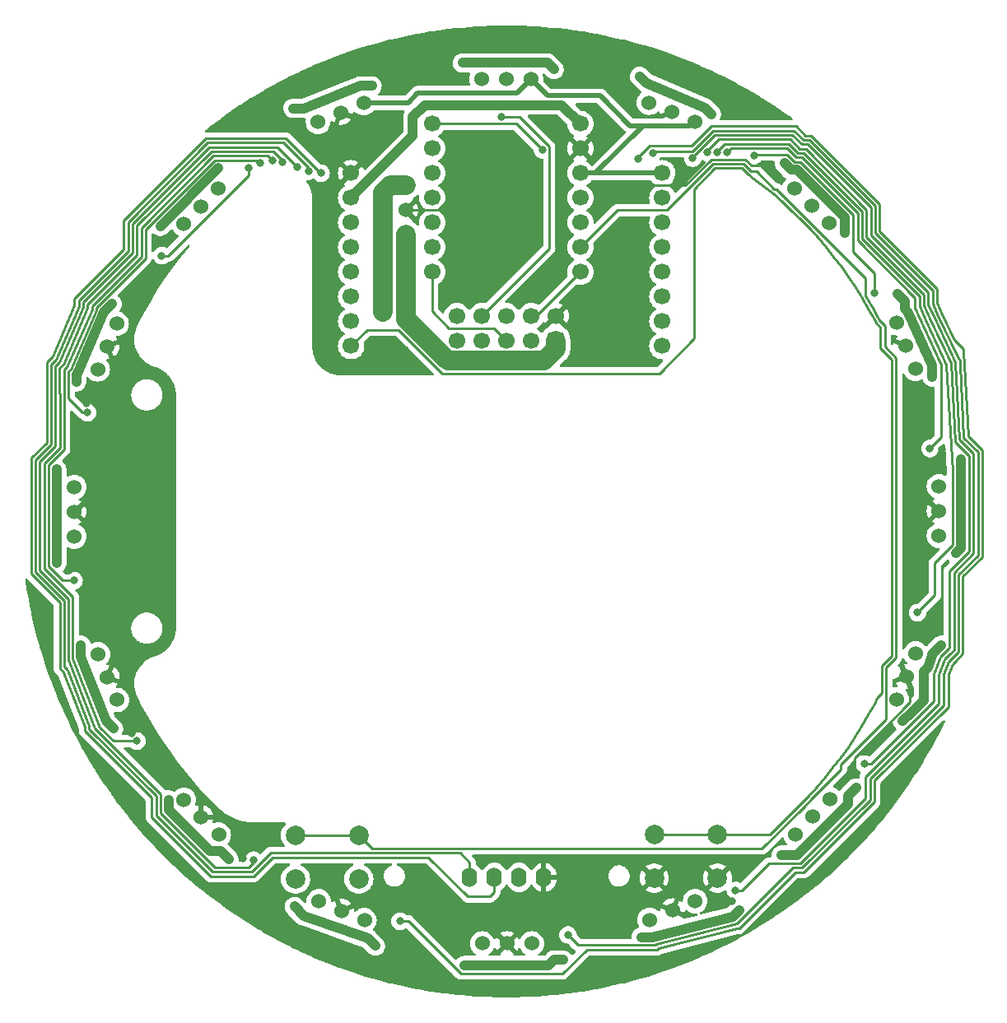
<source format=gbr>
%TF.GenerationSoftware,KiCad,Pcbnew,7.0.9*%
%TF.CreationDate,2024-01-11T17:52:56+09:00*%
%TF.ProjectId,SensorBoard,53656e73-6f72-4426-9f61-72642e6b6963,rev?*%
%TF.SameCoordinates,Original*%
%TF.FileFunction,Copper,L2,Bot*%
%TF.FilePolarity,Positive*%
%FSLAX46Y46*%
G04 Gerber Fmt 4.6, Leading zero omitted, Abs format (unit mm)*
G04 Created by KiCad (PCBNEW 7.0.9) date 2024-01-11 17:52:56*
%MOMM*%
%LPD*%
G01*
G04 APERTURE LIST*
G04 Aperture macros list*
%AMRoundRect*
0 Rectangle with rounded corners*
0 $1 Rounding radius*
0 $2 $3 $4 $5 $6 $7 $8 $9 X,Y pos of 4 corners*
0 Add a 4 corners polygon primitive as box body*
4,1,4,$2,$3,$4,$5,$6,$7,$8,$9,$2,$3,0*
0 Add four circle primitives for the rounded corners*
1,1,$1+$1,$2,$3*
1,1,$1+$1,$4,$5*
1,1,$1+$1,$6,$7*
1,1,$1+$1,$8,$9*
0 Add four rect primitives between the rounded corners*
20,1,$1+$1,$2,$3,$4,$5,0*
20,1,$1+$1,$4,$5,$6,$7,0*
20,1,$1+$1,$6,$7,$8,$9,0*
20,1,$1+$1,$8,$9,$2,$3,0*%
G04 Aperture macros list end*
%TA.AperFunction,ComponentPad*%
%ADD10C,2.000000*%
%TD*%
%TA.AperFunction,ComponentPad*%
%ADD11O,1.600000X2.000000*%
%TD*%
%TA.AperFunction,ComponentPad*%
%ADD12C,1.700000*%
%TD*%
%TA.AperFunction,ComponentPad*%
%ADD13C,1.524000*%
%TD*%
%TA.AperFunction,ComponentPad*%
%ADD14RoundRect,0.250000X0.600000X-0.600000X0.600000X0.600000X-0.600000X0.600000X-0.600000X-0.600000X0*%
%TD*%
%TA.AperFunction,ViaPad*%
%ADD15C,0.800000*%
%TD*%
%TA.AperFunction,Conductor*%
%ADD16C,0.250000*%
%TD*%
%TA.AperFunction,Conductor*%
%ADD17C,0.500000*%
%TD*%
%TA.AperFunction,Conductor*%
%ADD18C,2.000000*%
%TD*%
%TA.AperFunction,Conductor*%
%ADD19C,1.000000*%
%TD*%
G04 APERTURE END LIST*
D10*
%TO.P,SW1,1,1*%
%TO.N,GND*%
X161417000Y-139319000D03*
X154917000Y-139319000D03*
%TO.P,SW1,2,2*%
%TO.N,RST*%
X161417000Y-134819000D03*
X154917000Y-134819000D03*
%TD*%
D11*
%TO.P,Brd1,1,GND*%
%TO.N,GND*%
X143560800Y-139242800D03*
%TO.P,Brd1,2,VCC*%
%TO.N,+3.3V*%
X141020800Y-139242800D03*
%TO.P,Brd1,3,SCL*%
%TO.N,LCD_SCL*%
X138480800Y-139242800D03*
%TO.P,Brd1,4,SDA*%
%TO.N,LCD_SDA*%
X135940800Y-139242800D03*
%TD*%
D12*
%TO.P,U18,1,PA02_A0_D0*%
%TO.N,Data*%
X132080000Y-61722000D03*
%TO.P,U18,2,PA4_A1_D1*%
%TO.N,S0*%
X132080000Y-64262000D03*
%TO.P,U18,3,PA10_A2_D2*%
%TO.N,S1*%
X132080000Y-66802000D03*
%TO.P,U18,4,PA11_A3_D3*%
%TO.N,S2*%
X132080000Y-69342000D03*
%TO.P,U18,5,PA8_A4_D4_SDA*%
%TO.N,S3*%
X132080000Y-71882000D03*
%TO.P,U18,6,PA9_A5_D5_SCL*%
%TO.N,E*%
X132080000Y-74422000D03*
%TO.P,U18,7,PB08_A6_D6_TX*%
%TO.N,IR_RX*%
X132080000Y-76962000D03*
%TO.P,U18,8,PB09_A7_D7_RX*%
%TO.N,IR_TX*%
X147320000Y-76962000D03*
%TO.P,U18,9,PA7_A8_D8_SCK*%
%TO.N,BTN_EX*%
X147320000Y-74422000D03*
%TO.P,U18,10,PA5_A9_D9_MISO*%
%TO.N,unconnected-(U18-PA5_A9_D9_MISO-Pad10)*%
X147320000Y-71882000D03*
%TO.P,U18,11,PA6_A10_D10_MOSI*%
%TO.N,unconnected-(U18-PA6_A10_D10_MOSI-Pad11)*%
X147320000Y-69342000D03*
%TO.P,U18,12,3V3*%
%TO.N,+3.3V*%
X147320000Y-66802000D03*
%TO.P,U18,13,GND*%
%TO.N,GND*%
X147320000Y-64262000D03*
%TO.P,U18,14,5V*%
%TO.N,+5V*%
X147320000Y-61722000D03*
%TD*%
D10*
%TO.P,SW2,1,1*%
%TO.N,+3.3V*%
X124535000Y-139410000D03*
X118035000Y-139410000D03*
%TO.P,SW2,2,2*%
%TO.N,BTN_EX*%
X124535000Y-134910000D03*
X118035000Y-134910000D03*
%TD*%
D13*
%TO.P,U3,0,Vin*%
%TO.N,+3.3V*%
X159059898Y-61490661D03*
%TO.P,U3,1,GND*%
%TO.N,GND*%
X156713244Y-60518645D03*
%TO.P,U3,2,OUT*%
%TO.N,Net-(U3-OUT)*%
X154366590Y-59546629D03*
%TD*%
%TO.P,U10,0,Vin*%
%TO.N,+3.3V*%
X137237922Y-146050000D03*
%TO.P,U10,1,GND*%
%TO.N,GND*%
X139777922Y-146050000D03*
%TO.P,U10,2,OUT*%
%TO.N,Net-(U10-OUT)*%
X142317922Y-146050000D03*
%TD*%
%TO.P,U7,0,Vin*%
%TO.N,+3.3V*%
X179848300Y-120920937D03*
%TO.P,U7,1,GND*%
%TO.N,GND*%
X180820316Y-118574283D03*
%TO.P,U7,2,OUT*%
%TO.N,Net-(U7-OUT)*%
X181792332Y-116227629D03*
%TD*%
%TO.P,U9,0,Vin*%
%TO.N,+3.3V*%
X154438581Y-143623551D03*
%TO.P,U9,1,GND*%
%TO.N,GND*%
X156785235Y-142651535D03*
%TO.P,U9,2,OUT*%
%TO.N,Net-(U9-OUT)*%
X159131889Y-141679519D03*
%TD*%
D14*
%TO.P,J1,1,Pin_1*%
%TO.N,+12V*%
X144780000Y-84023200D03*
D12*
%TO.P,J1,2,Pin_2*%
%TO.N,GND*%
X144780000Y-81483200D03*
%TO.P,J1,3,Pin_3*%
%TO.N,+5V*%
X142240000Y-84023200D03*
%TO.P,J1,4,Pin_4*%
%TO.N,IR_TX*%
X142240000Y-81483200D03*
%TO.P,J1,5,Pin_5*%
%TO.N,IR_RX*%
X139700000Y-84023200D03*
%TO.P,J1,6,Pin_6*%
%TO.N,CAM_TX*%
X139700000Y-81483200D03*
%TO.P,J1,7,Pin_7*%
%TO.N,CAM_RX*%
X137160000Y-84023200D03*
%TO.P,J1,8,Pin_8*%
%TO.N,NeoPixel_PWM*%
X137160000Y-81483200D03*
%TO.P,J1,9,Pin_9*%
%TO.N,LCD_SDA*%
X134620000Y-84023200D03*
%TO.P,J1,10,Pin_10*%
%TO.N,LCD_SCL*%
X134620000Y-81483200D03*
%TD*%
D13*
%TO.P,U12,0,Vin*%
%TO.N,+3.3V*%
X106539563Y-131262395D03*
%TO.P,U12,1,GND*%
%TO.N,GND*%
X108335615Y-133058446D03*
%TO.P,U12,2,OUT*%
%TO.N,Net-(U12-OUT)*%
X110131666Y-134854498D03*
%TD*%
%TO.P,U8,0,Vin*%
%TO.N,+3.3V*%
X169401356Y-134799398D03*
%TO.P,U8,1,GND*%
%TO.N,GND*%
X171197407Y-133003346D03*
%TO.P,U8,2,OUT*%
%TO.N,Net-(U8-OUT)*%
X172993459Y-131207295D03*
%TD*%
%TO.P,U11,0,Vin*%
%TO.N,+3.3V*%
X120418024Y-141709339D03*
%TO.P,U11,1,GND*%
%TO.N,GND*%
X122764678Y-142681355D03*
%TO.P,U11,2,OUT*%
%TO.N,Net-(U11-OUT)*%
X125111332Y-143653371D03*
%TD*%
%TO.P,U5,0,Vin*%
%TO.N,+3.3V*%
X181762512Y-86900380D03*
%TO.P,U5,1,GND*%
%TO.N,GND*%
X180790496Y-84553726D03*
%TO.P,U5,2,OUT*%
%TO.N,Net-(U5-OUT)*%
X179818480Y-82207072D03*
%TD*%
%TO.P,U20,1,IN*%
%TO.N,+12V*%
X129388000Y-73152000D03*
%TO.P,U20,2,GND*%
%TO.N,GND*%
X129388000Y-70612000D03*
%TO.P,U20,3,OUT*%
%TO.N,+5VA*%
X129388000Y-68072000D03*
%TD*%
%TO.P,U16,0,Vin*%
%TO.N,+3.3V*%
X110076566Y-68400602D03*
%TO.P,U16,1,GND*%
%TO.N,GND*%
X108280515Y-70196654D03*
%TO.P,U16,2,OUT*%
%TO.N,Net-(U16-OUT)*%
X106484463Y-71992705D03*
%TD*%
%TO.P,U2,0,Vin*%
%TO.N,+3.3V*%
X142240000Y-57150000D03*
%TO.P,U2,1,GND*%
%TO.N,GND*%
X139700000Y-57150000D03*
%TO.P,U2,2,OUT*%
%TO.N,Net-(U2-OUT)*%
X137160000Y-57150000D03*
%TD*%
%TO.P,U14,0,Vin*%
%TO.N,+3.3V*%
X95288961Y-99098961D03*
%TO.P,U14,1,GND*%
%TO.N,GND*%
X95288961Y-101638961D03*
%TO.P,U14,2,OUT*%
%TO.N,Net-(U14-OUT)*%
X95288961Y-104178961D03*
%TD*%
%TO.P,U17,0,Vin*%
%TO.N,+3.3V*%
X125039341Y-59576449D03*
%TO.P,U17,1,GND*%
%TO.N,GND*%
X122692687Y-60548465D03*
%TO.P,U17,2,OUT*%
%TO.N,Net-(U17-OUT)*%
X120346033Y-61520481D03*
%TD*%
%TO.P,U13,0,Vin*%
%TO.N,+3.3V*%
X97715410Y-116299620D03*
%TO.P,U13,1,GND*%
%TO.N,GND*%
X98687426Y-118646274D03*
%TO.P,U13,2,OUT*%
%TO.N,Net-(U13-OUT)*%
X99659442Y-120992928D03*
%TD*%
%TO.P,U4,0,Vin*%
%TO.N,+3.3V*%
X172938359Y-71937605D03*
%TO.P,U4,1,GND*%
%TO.N,GND*%
X171142307Y-70141554D03*
%TO.P,U4,2,OUT*%
%TO.N,Net-(U4-OUT)*%
X169346256Y-68345502D03*
%TD*%
D12*
%TO.P,U19,1,gnd*%
%TO.N,GND*%
X123750000Y-66806000D03*
%TO.P,U19,2,vin*%
%TO.N,+5V*%
X123750000Y-69346000D03*
%TO.P,U19,3,seru01*%
%TO.N,unconnected-(U19-seru01-Pad3)*%
X123750000Y-71886000D03*
%TO.P,U19,4,seru02*%
%TO.N,unconnected-(U19-seru02-Pad4)*%
X123750000Y-74426000D03*
%TO.P,U19,5,seru03*%
%TO.N,unconnected-(U19-seru03-Pad5)*%
X123750000Y-76966000D03*
%TO.P,U19,6,syn*%
%TO.N,unconnected-(U19-syn-Pad6)*%
X123750000Y-79506000D03*
%TO.P,U19,7,boot*%
%TO.N,unconnected-(U19-boot-Pad7)*%
X123750000Y-82046000D03*
%TO.P,U19,8,rst*%
%TO.N,RST*%
X123750000Y-84586000D03*
%TO.P,U19,9,mosi*%
%TO.N,unconnected-(U19-mosi-Pad9)*%
X155750000Y-84586000D03*
%TO.P,U19,10,sclk*%
%TO.N,unconnected-(U19-sclk-Pad10)*%
X155750000Y-82046000D03*
%TO.P,U19,11,miso*%
%TO.N,unconnected-(U19-miso-Pad11)*%
X155750000Y-79506000D03*
%TO.P,U19,12,ss*%
%TO.N,unconnected-(U19-ss-Pad12)*%
X155750000Y-76966000D03*
%TO.P,U19,13,txo/scl*%
%TO.N,CAM_RX*%
X155750000Y-74426000D03*
%TO.P,U19,14,rxd/sca*%
%TO.N,CAM_TX*%
X155750000Y-71886000D03*
%TO.P,U19,15,adc/dac*%
%TO.N,unconnected-(U19-adc{slash}dac-Pad15)*%
X155750000Y-69346000D03*
%TO.P,U19,16,3.3v*%
%TO.N,+3.3V*%
X155750000Y-66806000D03*
%TD*%
D13*
%TO.P,U15,0,Vin*%
%TO.N,+3.3V*%
X99629622Y-82279063D03*
%TO.P,U15,1,GND*%
%TO.N,GND*%
X98657606Y-84625717D03*
%TO.P,U15,2,OUT*%
%TO.N,Net-(U15-OUT)*%
X97685590Y-86972371D03*
%TD*%
%TO.P,U6,0,Vin*%
%TO.N,+3.3V*%
X184188961Y-104101039D03*
%TO.P,U6,1,GND*%
%TO.N,GND*%
X184188961Y-101561039D03*
%TO.P,U6,2,OUT*%
%TO.N,Net-(U6-OUT)*%
X184188961Y-99021039D03*
%TD*%
D15*
%TO.N,LCD_SDA*%
X119380000Y-66589188D03*
%TO.N,LCD_SCL*%
X120650000Y-66802000D03*
%TO.N,GND*%
X147828000Y-144907000D03*
X138176000Y-72898000D03*
X143256000Y-150749000D03*
X182626000Y-125730000D03*
X170307000Y-140081000D03*
X120269000Y-78486000D03*
X101600000Y-132080000D03*
X103378000Y-76581000D03*
X145542000Y-52832000D03*
X137160000Y-137414000D03*
X153797000Y-82169000D03*
X120777000Y-69469000D03*
X142240000Y-69723000D03*
X151257000Y-57531000D03*
X163703000Y-138557000D03*
X133350000Y-150749000D03*
X107823000Y-139319000D03*
X131191000Y-138303000D03*
X145288000Y-63500000D03*
X153416000Y-74930000D03*
X145288000Y-66294000D03*
X149479000Y-74168000D03*
X149352000Y-64008000D03*
X124333000Y-148463000D03*
X183515000Y-112649000D03*
X177673000Y-133096000D03*
X145161000Y-77089000D03*
X142367000Y-141224000D03*
X124333000Y-61341000D03*
X124587000Y-141732000D03*
X101172576Y-124390364D03*
X96520000Y-102870000D03*
X183007000Y-93472000D03*
X153924000Y-78359000D03*
X153035000Y-141732000D03*
X144018000Y-57404000D03*
X151638000Y-71882000D03*
X175519445Y-128551184D03*
X163576000Y-58547000D03*
X128016000Y-62992000D03*
X125730000Y-54356000D03*
X146685000Y-86233000D03*
X117602000Y-61595000D03*
X154305000Y-68072000D03*
X166646054Y-66017945D03*
X151511000Y-69215000D03*
X128651000Y-145288000D03*
X134239000Y-62992000D03*
X150114000Y-82169000D03*
X159258000Y-139827000D03*
X184531000Y-95250000D03*
X129286000Y-84963000D03*
X153797000Y-86106000D03*
X134874000Y-53213000D03*
X128524000Y-141478000D03*
X100838000Y-80772000D03*
X145923000Y-146431000D03*
X120269000Y-72136000D03*
X96505420Y-90446253D03*
X112604704Y-137292888D03*
X94742000Y-107696000D03*
X140970000Y-144907000D03*
X155194000Y-54610000D03*
X161671000Y-146050000D03*
X137033000Y-62992000D03*
X149352000Y-78740000D03*
X92456000Y-115443000D03*
X115824000Y-144526000D03*
X141478000Y-78867000D03*
X162891083Y-141679216D03*
X117602000Y-57404000D03*
X135001000Y-69469000D03*
X183007000Y-100330000D03*
X157607000Y-137541000D03*
X128270000Y-60833000D03*
X120269000Y-84709000D03*
X109601000Y-62230000D03*
X103761764Y-74170764D03*
X153416000Y-148844000D03*
X149225000Y-70866000D03*
X132969000Y-57150000D03*
%TO.N,IR4*%
X165196554Y-64950500D03*
X177549857Y-79121000D03*
%TO.N,IR5*%
X162408390Y-64652110D03*
X183261000Y-95123000D03*
%TO.N,IR6*%
X161408913Y-64659186D03*
X181991000Y-112014000D03*
%TO.N,IR7*%
X160409801Y-64687128D03*
X176530000Y-127571147D03*
%TO.N,IR8*%
X163267265Y-140589000D03*
X158877000Y-65262500D03*
%TO.N,IR9*%
X146050000Y-145161000D03*
X154741711Y-64714289D03*
%TO.N,IR10*%
X128778000Y-143764000D03*
X153289000Y-65367500D03*
%TO.N,IR11*%
X113724200Y-137473200D03*
X118237000Y-66139188D03*
%TO.N,IR12*%
X116643225Y-65691821D03*
X101727000Y-125222000D03*
%TO.N,IR13*%
X115659901Y-65512716D03*
X95250000Y-108712000D03*
%TO.N,IR14*%
X96643212Y-91436212D03*
X114381809Y-65766211D03*
%TO.N,IR15*%
X113227686Y-66230634D03*
X104267000Y-75285600D03*
%TO.N,+5VA*%
X104964169Y-131255831D03*
X93472000Y-106934000D03*
X180467000Y-123166274D03*
X183519922Y-87761922D03*
X184404000Y-115378411D03*
X186463961Y-104902000D03*
X153577038Y-145380962D03*
X144612528Y-147741472D03*
X118905572Y-143222428D03*
X111170888Y-137414000D03*
X181356000Y-122277274D03*
X168989517Y-66468484D03*
X174498000Y-71755000D03*
X175673034Y-130048000D03*
X136309539Y-55460461D03*
X136652000Y-148325000D03*
X95957999Y-115370001D03*
X117786000Y-60128000D03*
X93472000Y-105876472D03*
X186443913Y-96266000D03*
X104114600Y-72263000D03*
X93472000Y-97282000D03*
X93466596Y-98298000D03*
X167964000Y-136976000D03*
X185928000Y-105918000D03*
X104964169Y-132334000D03*
X95504000Y-88265000D03*
X109423200Y-66954400D03*
X168307033Y-65786000D03*
X98552000Y-123190000D03*
X135393000Y-148325000D03*
X117923143Y-142240000D03*
X99159330Y-80264000D03*
X127000000Y-79908400D03*
X125476000Y-145542000D03*
X154686000Y-145380962D03*
X110322444Y-136565556D03*
X126238000Y-146304000D03*
X145542000Y-147739539D03*
X125891038Y-57819038D03*
X153416000Y-56833588D03*
X99314000Y-123952000D03*
X118872000Y-60128000D03*
X143931472Y-55458528D03*
X169164000Y-136976000D03*
X160136296Y-60081704D03*
X183673206Y-116109205D03*
X174498000Y-72976774D03*
X124714000Y-57819038D03*
X186443913Y-97274087D03*
X95957999Y-116586000D03*
X95590528Y-87462528D03*
X162999311Y-143263551D03*
X174831517Y-130889517D03*
X144606944Y-56134000D03*
X154082206Y-57499794D03*
X160782000Y-60727408D03*
X180709137Y-79998137D03*
X183519922Y-86614000D03*
X98347665Y-81075665D03*
X163664880Y-142597982D03*
X104819600Y-71558000D03*
X135216461Y-55460461D03*
X127000000Y-81058000D03*
X110083600Y-66294000D03*
X179959000Y-79248000D03*
%TO.N,NeoPixel_PWM*%
X139242800Y-60997500D03*
%TO.N,Data*%
X143400300Y-64395393D03*
%TD*%
D16*
%TO.N,LCD_SDA*%
X94580003Y-117918999D02*
X96810845Y-123655449D01*
X100816000Y-74819416D02*
X95736000Y-79899416D01*
X96810845Y-123655449D02*
X96810845Y-123991637D01*
X108996290Y-63669000D02*
X100816000Y-71849290D01*
X113533000Y-138689000D02*
X115501000Y-136721000D01*
X119380000Y-66589188D02*
X119380000Y-66256883D01*
X134943000Y-136721000D02*
X135940800Y-137718800D01*
X94232999Y-110770913D02*
X94232999Y-117571995D01*
X115501000Y-136721000D02*
X134943000Y-136721000D01*
X135940800Y-137718800D02*
X135940800Y-139242800D01*
X91291596Y-107829510D02*
X94232999Y-110770913D01*
X92884000Y-94690812D02*
X91291596Y-96283216D01*
X92879000Y-93467000D02*
X92884000Y-93472000D01*
X91291596Y-96283216D02*
X91291596Y-107829510D01*
X96810845Y-123991637D02*
X103689169Y-130869961D01*
X103689169Y-130869961D02*
X103689169Y-132862123D01*
X119380000Y-66256883D02*
X116792117Y-63669000D01*
X95736000Y-79899416D02*
X95736000Y-80502368D01*
X116792117Y-63669000D02*
X108996290Y-63669000D01*
X93379440Y-85961306D02*
X92879000Y-86461746D01*
X95736000Y-80502368D02*
X93379440Y-85961306D01*
X100816000Y-71849290D02*
X100816000Y-74819416D01*
X103689169Y-132862123D02*
X109516046Y-138689000D01*
X92879000Y-86461746D02*
X92879000Y-93467000D01*
X109516046Y-138689000D02*
X113533000Y-138689000D01*
X92884000Y-93472000D02*
X92884000Y-94690812D01*
X94232999Y-117571995D02*
X94580003Y-117918999D01*
%TO.N,LCD_SCL*%
X138480800Y-140766800D02*
X138480800Y-139242800D01*
X92429000Y-94509416D02*
X90841596Y-96096820D01*
X100366000Y-71662894D02*
X100366000Y-74633020D01*
X95286000Y-79713020D02*
X95286000Y-80409384D01*
X117034410Y-63219000D02*
X108809894Y-63219000D01*
X100366000Y-74633020D02*
X95286000Y-79713020D01*
X95286000Y-80409384D02*
X93039091Y-85614318D01*
X135737600Y-141224000D02*
X138023600Y-141224000D01*
X120617410Y-66802000D02*
X117034410Y-63219000D01*
X96360845Y-124178033D02*
X103239169Y-131056357D01*
X115687396Y-137171000D02*
X131684600Y-137171000D01*
X103239169Y-133048519D02*
X109329650Y-139139000D01*
X138023600Y-141224000D02*
X138480800Y-140766800D01*
X108809894Y-63219000D02*
X100366000Y-71662894D01*
X93782999Y-117758391D02*
X94194896Y-118170288D01*
X94194896Y-118170288D02*
X96360845Y-123739868D01*
X103239169Y-131056357D02*
X103239169Y-133048519D01*
X93039091Y-85614318D02*
X92429000Y-86224409D01*
X109329650Y-139139000D02*
X113719396Y-139139000D01*
X113719396Y-139139000D02*
X115687396Y-137171000D01*
X131684600Y-137171000D02*
X135737600Y-141224000D01*
X96360845Y-123739868D02*
X96360845Y-124178033D01*
X90841596Y-96096820D02*
X90841596Y-108015906D01*
X90841596Y-108015906D02*
X93782999Y-110957309D01*
X93782999Y-110957309D02*
X93782999Y-117758391D01*
X92429000Y-86224409D02*
X92429000Y-94509416D01*
X120650000Y-66802000D02*
X120617410Y-66802000D01*
%TO.N,GND*%
X181229000Y-118982967D02*
X180820316Y-118574283D01*
X129388000Y-70612000D02*
X132715000Y-70612000D01*
X164921930Y-66017945D02*
X166646054Y-66017945D01*
X132715000Y-70612000D02*
X134239000Y-69088000D01*
X160790208Y-65394000D02*
X164297985Y-65394000D01*
X158112208Y-68072000D02*
X160790208Y-65394000D01*
X175519445Y-128551184D02*
X175519445Y-126947103D01*
X133858000Y-70612000D02*
X135001000Y-69469000D01*
X134239000Y-69088000D02*
X134239000Y-62992000D01*
X181229000Y-121237548D02*
X181229000Y-118982967D01*
X154305000Y-68072000D02*
X158112208Y-68072000D01*
X129388000Y-70612000D02*
X133858000Y-70612000D01*
X175519445Y-126947103D02*
X181229000Y-121237548D01*
X164297985Y-65394000D02*
X164921930Y-66017945D01*
D17*
%TO.N,+3.3V*%
X148894800Y-66802000D02*
X148590000Y-66802000D01*
X149367200Y-58841600D02*
X143931600Y-58841600D01*
X155498800Y-61925200D02*
X153771600Y-61925200D01*
X129602751Y-59576449D02*
X130606800Y-58572400D01*
X143931600Y-58841600D02*
X142240000Y-57150000D01*
X153771600Y-61925200D02*
X148894800Y-66802000D01*
X140817600Y-58572400D02*
X142240000Y-57150000D01*
X159059898Y-61490661D02*
X158625359Y-61925200D01*
X148590000Y-66802000D02*
X147320000Y-66802000D01*
X148590000Y-66802000D02*
X148594000Y-66806000D01*
X153771600Y-61925200D02*
X152450800Y-61925200D01*
X125039341Y-59576449D02*
X129602751Y-59576449D01*
X152450800Y-61925200D02*
X149367200Y-58841600D01*
X148594000Y-66806000D02*
X155750000Y-66806000D01*
D16*
X147324000Y-66806000D02*
X147320000Y-66802000D01*
D17*
X130606800Y-58572400D02*
X140817600Y-58572400D01*
D16*
X155750000Y-66806000D02*
X147324000Y-66806000D01*
D17*
X158625359Y-61925200D02*
X155498800Y-61925200D01*
D16*
%TO.N,IR4*%
X169331243Y-65643484D02*
X169934210Y-65643484D01*
X175387000Y-74930000D02*
X177549857Y-77092857D01*
X177549857Y-77092857D02*
X177549857Y-79121000D01*
X175387000Y-71096274D02*
X175387000Y-74930000D01*
X168584759Y-64897000D02*
X169331243Y-65643484D01*
X165196554Y-64950500D02*
X165250054Y-64897000D01*
X165250054Y-64897000D02*
X168584759Y-64897000D01*
X169934210Y-65643484D02*
X175387000Y-71096274D01*
%TO.N,IR5*%
X170120606Y-65193484D02*
X175837000Y-70909878D01*
X181737000Y-80610037D02*
X184210835Y-86138187D01*
X181737000Y-79629000D02*
X181737000Y-80610037D01*
X169517639Y-65193484D02*
X170120606Y-65193484D01*
X168550155Y-64226000D02*
X169517639Y-65193484D01*
X162408390Y-64652110D02*
X162834500Y-64226000D01*
X162834500Y-64226000D02*
X168550155Y-64226000D01*
X184404000Y-86487000D02*
X184404000Y-93980000D01*
X175837000Y-73729000D02*
X181737000Y-79629000D01*
X175837000Y-70909878D02*
X175837000Y-73729000D01*
X184210835Y-86138187D02*
X184404000Y-86487000D01*
X184404000Y-93980000D02*
X183261000Y-95123000D01*
%TO.N,IR6*%
X176287000Y-73542604D02*
X182187000Y-79442604D01*
X161408913Y-64659186D02*
X161408913Y-64524087D01*
X184912000Y-86487000D02*
X185611000Y-97536000D01*
X185611000Y-105068274D02*
X183769000Y-106910274D01*
X183769000Y-106910274D02*
X183769000Y-110236000D01*
X170307002Y-64743484D02*
X176287000Y-70723482D01*
X168736551Y-63776000D02*
X169704035Y-64743484D01*
X162157000Y-63776000D02*
X168736551Y-63776000D01*
X185611000Y-97536000D02*
X185611000Y-105068274D01*
X182187000Y-79442604D02*
X182187000Y-80513943D01*
X183769000Y-110236000D02*
X181991000Y-112014000D01*
X182187000Y-80513943D02*
X182882281Y-82067650D01*
X176287000Y-70723482D02*
X176287000Y-73542604D01*
X161408913Y-64524087D02*
X162157000Y-63776000D01*
X182882281Y-82067650D02*
X184912000Y-86487000D01*
X169704035Y-64743484D02*
X170307002Y-64743484D01*
%TO.N,IR7*%
X183642000Y-121158000D02*
X183642000Y-118340503D01*
X185293000Y-107719726D02*
X187288961Y-105723765D01*
X177228853Y-127571147D02*
X183642000Y-121158000D01*
X183642000Y-118340503D02*
X184372614Y-116576523D01*
X168922947Y-63326000D02*
X161591000Y-63326000D01*
X176737000Y-70537086D02*
X170493398Y-64293484D01*
X170493398Y-64293484D02*
X169890431Y-64293484D01*
X185420000Y-86360000D02*
X183292137Y-81881847D01*
X182637000Y-79256208D02*
X176737000Y-73356208D01*
X187288961Y-105723765D02*
X187288961Y-95848961D01*
X161591000Y-63326000D02*
X160409801Y-64507199D01*
X176530000Y-127571147D02*
X177228853Y-127571147D01*
X169890431Y-64293484D02*
X168922947Y-63326000D01*
X184372614Y-116576523D02*
X185293000Y-115656137D01*
X160409801Y-64507199D02*
X160409801Y-64687128D01*
X183292137Y-81881847D02*
X182637000Y-80417848D01*
X187288961Y-95848961D02*
X185865092Y-94425092D01*
X185293000Y-115656137D02*
X185293000Y-107719726D01*
X176737000Y-73356208D02*
X176737000Y-70537086D01*
X182637000Y-80417848D02*
X182637000Y-79256208D01*
X185865092Y-94425092D02*
X185420000Y-86360000D01*
%TO.N,IR8*%
X185868935Y-86328289D02*
X185870685Y-86360000D01*
X170076827Y-63843484D02*
X170679794Y-63843484D01*
X176657000Y-128902208D02*
X184150000Y-121409208D01*
X185743000Y-115842533D02*
X185743000Y-107906122D01*
X183087000Y-80321753D02*
X183700777Y-81693327D01*
X161152000Y-62876000D02*
X169109343Y-62876000D01*
X166745599Y-137795000D02*
X167616274Y-137795000D01*
X184150000Y-118414991D02*
X184789632Y-116832744D01*
X187738961Y-105910161D02*
X187738961Y-95662565D01*
X186304929Y-94228533D02*
X185870685Y-86360000D01*
X158877000Y-65262500D02*
X158877000Y-65151000D01*
X167616274Y-137795000D02*
X167622274Y-137801000D01*
X185870685Y-86259968D02*
X185870685Y-86360000D01*
X169109343Y-62876000D02*
X170076827Y-63843484D01*
X158877000Y-65151000D02*
X161152000Y-62876000D01*
X167622274Y-137801000D02*
X169943726Y-137801000D01*
X170679794Y-63843484D02*
X177187000Y-70350690D01*
X184789632Y-116832744D02*
X185362158Y-116223375D01*
X184150000Y-121409208D02*
X184150000Y-118414991D01*
X183700777Y-81693327D02*
X185870685Y-86259968D01*
X185743000Y-107906122D02*
X187738961Y-105910161D01*
X177187000Y-70350690D02*
X177187000Y-73169812D01*
X177187000Y-73169812D02*
X183087000Y-79069812D01*
X169943726Y-137801000D02*
X176657000Y-131087726D01*
X187738961Y-95662565D02*
X186304929Y-94228533D01*
X176657000Y-131087726D02*
X176657000Y-128902208D01*
X183087000Y-79069812D02*
X183087000Y-80321753D01*
X163951599Y-140589000D02*
X166745599Y-137795000D01*
X185362158Y-116223375D02*
X185743000Y-115842533D01*
X163267265Y-140589000D02*
X163951599Y-140589000D01*
%TO.N,IR9*%
X154918500Y-64537500D02*
X158854104Y-64537500D01*
X184658000Y-121537604D02*
X177107000Y-129088604D01*
X186328378Y-86487000D02*
X186744766Y-94031974D01*
X183537000Y-80225658D02*
X184109417Y-81504807D01*
X170263223Y-63393484D02*
X170866190Y-63393484D01*
X188188961Y-106096557D02*
X186193000Y-108092518D01*
X177107000Y-131274122D02*
X170130122Y-138251000D01*
X186182000Y-85856711D02*
X186328378Y-86106000D01*
X186193000Y-116028929D02*
X185685307Y-116536622D01*
X163449000Y-144018000D02*
X163379718Y-144018000D01*
X177637000Y-70164294D02*
X177637000Y-72983416D01*
X186328378Y-86487000D02*
X186328378Y-86106000D01*
X177637000Y-72983416D02*
X183537000Y-78883416D01*
X158854104Y-64537500D02*
X160965604Y-62426000D01*
X188188961Y-95476169D02*
X188188961Y-106096557D01*
X163379718Y-144018000D02*
X155109169Y-146124519D01*
X169216000Y-138251000D02*
X163449000Y-144018000D01*
X185175264Y-117079488D02*
X184658000Y-118359036D01*
X186744766Y-94031974D02*
X188188961Y-95476169D01*
X177107000Y-129088604D02*
X177107000Y-131274122D01*
X183537000Y-78883416D02*
X183537000Y-80225658D01*
X147094962Y-146205962D02*
X146050000Y-145161000D01*
X155109169Y-146124519D02*
X155027726Y-146205962D01*
X160965604Y-62426000D02*
X169295739Y-62426000D01*
X170130122Y-138251000D02*
X169216000Y-138251000D01*
X184109417Y-81504807D02*
X186182000Y-85856711D01*
X155027726Y-146205962D02*
X147094962Y-146205962D01*
X154741711Y-64714289D02*
X154918500Y-64537500D01*
X169295739Y-62426000D02*
X170263223Y-63393484D01*
X184658000Y-118359036D02*
X184658000Y-121537604D01*
X186193000Y-108092518D02*
X186193000Y-116028929D01*
X170866190Y-63393484D02*
X177637000Y-70164294D01*
X185685307Y-116536622D02*
X185175264Y-117079488D01*
%TO.N,IR10*%
X185855966Y-117021966D02*
X186643000Y-116234932D01*
X186643000Y-108278914D02*
X188638961Y-106282953D01*
X183987000Y-78697020D02*
X178087000Y-72797020D01*
X170449619Y-62943484D02*
X169482135Y-61976000D01*
X158747208Y-64008000D02*
X155060727Y-64008000D01*
X134568000Y-148666726D02*
X135051274Y-149150000D01*
X185143893Y-118357765D02*
X185560896Y-117326232D01*
X169482135Y-61976000D02*
X160779208Y-61976000D01*
X185560896Y-117326232D02*
X185846765Y-117021966D01*
X185757695Y-83919207D02*
X184517991Y-81316139D01*
X186687280Y-84848792D02*
X185757695Y-83919207D01*
X170316518Y-138701000D02*
X177557000Y-131460518D01*
X185846765Y-117021966D02*
X185855966Y-117021966D01*
X155339989Y-146530095D02*
X163436125Y-144468000D01*
X134568000Y-148665000D02*
X134568000Y-148666726D01*
X160779208Y-61976000D02*
X158747208Y-64008000D01*
X178087000Y-72797020D02*
X178087000Y-69977898D01*
X185143893Y-121688107D02*
X185143893Y-118357765D01*
X178087000Y-69977898D02*
X171052586Y-62943484D01*
X186643000Y-116234932D02*
X186643000Y-108278914D01*
X163436125Y-144468000D02*
X163635396Y-144468000D01*
X128778000Y-143764000D02*
X129667000Y-143764000D01*
X186778378Y-85919604D02*
X186687280Y-85828506D01*
X155042016Y-63989289D02*
X154441406Y-63989289D01*
X187184603Y-93835415D02*
X186778378Y-86474595D01*
X155060727Y-64008000D02*
X155042016Y-63989289D01*
X135051274Y-149150000D02*
X145490000Y-149150000D01*
X177557000Y-129275000D02*
X185143893Y-121688107D01*
X147984038Y-146655962D02*
X155214122Y-146655962D01*
X169402396Y-138701000D02*
X170316518Y-138701000D01*
X154441406Y-63989289D02*
X153289000Y-65141695D01*
X188638961Y-95289773D02*
X187184603Y-93835415D01*
X177557000Y-131460518D02*
X177557000Y-129275000D01*
X163635396Y-144468000D02*
X169402396Y-138701000D01*
X171052586Y-62943484D02*
X170449619Y-62943484D01*
X188638961Y-106282953D02*
X188638961Y-95289773D01*
X153289000Y-65141695D02*
X153289000Y-65367500D01*
X145490000Y-149150000D02*
X147984038Y-146655962D01*
X155214122Y-146655962D02*
X155339989Y-146530095D01*
X186778378Y-86474595D02*
X186778378Y-85919604D01*
X186687280Y-85828506D02*
X186687280Y-84848792D01*
X183987000Y-80129563D02*
X183987000Y-78697020D01*
X129667000Y-143764000D02*
X134568000Y-148665000D01*
X184517991Y-81316139D02*
X183987000Y-80129563D01*
%TO.N,IR11*%
X116216812Y-64119000D02*
X118237000Y-66139188D01*
X109182686Y-64119000D02*
X116216812Y-64119000D01*
X93329000Y-86648142D02*
X93758484Y-86218658D01*
X93334000Y-94877208D02*
X93334000Y-89632858D01*
X91741596Y-107643114D02*
X91741596Y-96469612D01*
X97409000Y-123952000D02*
X94742000Y-117094000D01*
X113221000Y-138239000D02*
X109702442Y-138239000D01*
X93758484Y-86218658D02*
X96186000Y-80595352D01*
X96186000Y-80595352D02*
X96186000Y-80085812D01*
X93329000Y-89627858D02*
X93329000Y-86648142D01*
X113724200Y-137473200D02*
X113724200Y-137735800D01*
X94742000Y-117094000D02*
X94682999Y-116928614D01*
X97459048Y-124003444D02*
X97409000Y-123952000D01*
X96186000Y-80085812D02*
X101266000Y-75005812D01*
X104139169Y-130683565D02*
X97459048Y-124003444D01*
X104139169Y-132675727D02*
X104139169Y-130683565D01*
X93334000Y-89632858D02*
X93329000Y-89627858D01*
X113724200Y-137735800D02*
X113221000Y-138239000D01*
X94682999Y-116928614D02*
X94682999Y-110584517D01*
X109702442Y-138239000D02*
X104139169Y-132675727D01*
X91741596Y-96469612D02*
X93334000Y-94877208D01*
X101266000Y-75005812D02*
X101266000Y-72035686D01*
X101266000Y-72035686D02*
X109182686Y-64119000D01*
X94682999Y-110584517D02*
X91741596Y-107643114D01*
%TO.N,IR12*%
X97909048Y-123809689D02*
X95132999Y-116742218D01*
X92191596Y-107456718D02*
X92191596Y-96656008D01*
X109369082Y-64569000D02*
X115741490Y-64569000D01*
X96636000Y-80272208D02*
X101716000Y-75192208D01*
X96636000Y-80688336D02*
X96636000Y-80272208D01*
X95132999Y-110398121D02*
X92191596Y-107456718D01*
X101716000Y-75192208D02*
X101716000Y-72222082D01*
X92191596Y-96656008D02*
X93784000Y-95063604D01*
X101727000Y-125222000D02*
X99314000Y-125222000D01*
X115741490Y-64569000D02*
X116643225Y-65470735D01*
X95132999Y-116742218D02*
X95132999Y-110398121D01*
X99314000Y-125222000D02*
X97909048Y-123817048D01*
X93784000Y-95063604D02*
X93784000Y-89446462D01*
X97909048Y-123817048D02*
X97909048Y-123809689D01*
X116643225Y-65470735D02*
X116643225Y-65691821D01*
X101716000Y-72222082D02*
X109369082Y-64569000D01*
X93784000Y-89446462D02*
X93779000Y-89441462D01*
X93779000Y-86834538D02*
X94137528Y-86476010D01*
X94137528Y-86476010D02*
X96636000Y-80688336D01*
X93779000Y-89441462D02*
X93779000Y-86834538D01*
%TO.N,IR13*%
X97086000Y-80458604D02*
X102166000Y-75378604D01*
X94229000Y-89255066D02*
X94229000Y-87020934D01*
X97086000Y-80781320D02*
X97086000Y-80458604D01*
X102166000Y-72408478D02*
X109555478Y-65019000D01*
X95250000Y-108712000D02*
X94083274Y-108712000D01*
X94234000Y-89260066D02*
X94229000Y-89255066D01*
X109555478Y-65019000D02*
X115166185Y-65019000D01*
X94083274Y-108712000D02*
X92641596Y-107270322D01*
X115166185Y-65019000D02*
X115659901Y-65512716D01*
X94516572Y-86733362D02*
X97086000Y-80781320D01*
X102166000Y-75378604D02*
X102166000Y-72408478D01*
X94229000Y-87020934D02*
X94516572Y-86733362D01*
X92641596Y-96842404D02*
X94234000Y-95250000D01*
X92641596Y-107270322D02*
X92641596Y-96842404D01*
X94234000Y-95250000D02*
X94234000Y-89260066D01*
%TO.N,IR14*%
X94684000Y-89985000D02*
X94684000Y-89073670D01*
X102616000Y-72594874D02*
X109741874Y-65469000D01*
X94679000Y-89068670D02*
X94679000Y-87207330D01*
X94684000Y-89073670D02*
X94679000Y-89068670D01*
X94895616Y-86990714D02*
X97536000Y-80874305D01*
X94679000Y-87207330D02*
X94895616Y-86990714D01*
X97536000Y-80874305D02*
X97536000Y-80645000D01*
X96643212Y-91436212D02*
X96135212Y-91436212D01*
X102616000Y-75565000D02*
X102616000Y-72594874D01*
X109741874Y-65469000D02*
X114084598Y-65469000D01*
X96135212Y-91436212D02*
X94684000Y-89985000D01*
X97536000Y-80645000D02*
X102616000Y-75565000D01*
X114084598Y-65469000D02*
X114381809Y-65766211D01*
%TO.N,IR15*%
X113227686Y-67010714D02*
X113227686Y-66230634D01*
X104952800Y-75285600D02*
X113227686Y-67010714D01*
X104267000Y-75285600D02*
X104952800Y-75285600D01*
D18*
%TO.N,+12V*%
X144780000Y-84873200D02*
X144780000Y-84023200D01*
X133667033Y-86073200D02*
X143580000Y-86073200D01*
X129388000Y-73152000D02*
X129388000Y-81794167D01*
X129388000Y-81794167D02*
X133667033Y-86073200D01*
X143580000Y-86073200D02*
X144780000Y-84873200D01*
D19*
%TO.N,+5VA*%
X110322444Y-136565556D02*
X111170888Y-137414000D01*
X143931472Y-55458528D02*
X144606944Y-56134000D01*
X183673206Y-116109205D02*
X184404000Y-115378411D01*
X181064721Y-81127490D02*
X183519922Y-86614000D01*
X183051045Y-117611338D02*
X183515000Y-116491174D01*
X169592484Y-66468484D02*
X168989517Y-66468484D01*
X186443913Y-97274087D02*
X186443913Y-96266000D01*
X144029000Y-148325000D02*
X144612528Y-147741472D01*
X145540067Y-147741472D02*
X144612528Y-147741472D01*
X117923143Y-142240000D02*
X117923144Y-142240000D01*
X169602000Y-136976000D02*
X169164000Y-136976000D01*
X174498000Y-71755000D02*
X174498000Y-71374000D01*
X95504000Y-88265000D02*
X95504000Y-87549056D01*
X95590528Y-87462528D02*
X98347665Y-81075665D01*
X182626000Y-118036383D02*
X183051045Y-117611338D01*
X126238000Y-146304000D02*
X125476000Y-145542000D01*
X117786000Y-60128000D02*
X118872000Y-60128000D01*
X93472000Y-105876472D02*
X93472000Y-106934000D01*
X174831517Y-130889517D02*
X175673034Y-130048000D01*
X154082206Y-57499794D02*
X153416000Y-56833588D01*
X99159330Y-80264000D02*
X98347665Y-81075665D01*
X136652000Y-148325000D02*
X135393000Y-148325000D01*
X186436000Y-97282000D02*
X186443913Y-97274087D01*
X183515000Y-116491174D02*
X183515000Y-116267411D01*
X98552000Y-123190000D02*
X95957999Y-116586000D01*
D18*
X127000000Y-79908400D02*
X127000000Y-68834000D01*
D19*
X183515000Y-116267411D02*
X183673206Y-116109205D01*
X168989517Y-66468484D02*
X168307033Y-65786000D01*
X174831517Y-131746483D02*
X169602000Y-136976000D01*
X143929539Y-55460461D02*
X143931472Y-55458528D01*
X181356000Y-122277274D02*
X182626000Y-121007274D01*
X163664880Y-142597982D02*
X162999311Y-143263551D01*
X109195725Y-136565556D02*
X104964169Y-132334000D01*
X124714000Y-57819038D02*
X125891038Y-57819038D01*
X186463961Y-105382039D02*
X185928000Y-105918000D01*
X135216461Y-55460461D02*
X136309539Y-55460461D01*
X104819600Y-71558000D02*
X104114600Y-72263000D01*
X186436000Y-104874039D02*
X186436000Y-97282000D01*
X109423200Y-66954400D02*
X104819600Y-71558000D01*
X182626000Y-121007274D02*
X182626000Y-118036383D01*
X169164000Y-136976000D02*
X167964000Y-136976000D01*
X93472000Y-105876472D02*
X93472000Y-98303404D01*
X180709137Y-79998137D02*
X179959000Y-79248000D01*
X180709137Y-80771906D02*
X181064721Y-81127490D01*
X104964169Y-132334000D02*
X104964169Y-131255831D01*
X160136296Y-60081704D02*
X160782000Y-60727408D01*
X180709137Y-79998137D02*
X180709137Y-80771906D01*
X136309539Y-55460461D02*
X143929539Y-55460461D01*
X153577038Y-145380962D02*
X154686000Y-145380962D01*
D18*
X127000000Y-68834000D02*
X127762000Y-68072000D01*
D19*
X110322444Y-136565556D02*
X109195725Y-136565556D01*
X145542000Y-147739539D02*
X145540067Y-147741472D01*
X174498000Y-71755000D02*
X174498000Y-72976774D01*
X181356000Y-122277274D02*
X180455137Y-123178137D01*
X186463961Y-104902000D02*
X186436000Y-104874039D01*
X98552000Y-123190000D02*
X99314000Y-123952000D01*
X93466596Y-98298000D02*
X93466596Y-97287404D01*
X93466596Y-97287404D02*
X93472000Y-97282000D01*
X183519922Y-87761922D02*
X183519922Y-86614000D01*
X186463961Y-104902000D02*
X186463961Y-105382039D01*
X95957999Y-116586000D02*
X95957999Y-115370001D01*
X136652000Y-148325000D02*
X144029000Y-148325000D01*
X117923144Y-142240000D02*
X118905572Y-143222428D01*
X95504000Y-87549056D02*
X95590528Y-87462528D01*
X174831517Y-130889517D02*
X174831517Y-131746483D01*
X125476000Y-145542000D02*
X118905572Y-143222428D01*
X93472000Y-98303404D02*
X93466596Y-98298000D01*
X118872000Y-60128000D02*
X124714000Y-57819038D01*
X174498000Y-71374000D02*
X169592484Y-66468484D01*
D18*
X127762000Y-68072000D02*
X129388000Y-68072000D01*
D19*
X110083600Y-66294000D02*
X109423200Y-66954400D01*
X162999311Y-143263551D02*
X154686000Y-145380962D01*
X154082206Y-57499794D02*
X160136296Y-60081704D01*
D18*
X127000000Y-81058000D02*
X127000000Y-79908400D01*
D16*
%TO.N,NeoPixel_PWM*%
X144125300Y-64095088D02*
X144125300Y-74517900D01*
X141027712Y-60997500D02*
X144125300Y-64095088D01*
X144125300Y-74517900D02*
X137160000Y-81483200D01*
X139242800Y-60997500D02*
X141027712Y-60997500D01*
D19*
%TO.N,+5V*%
X131318000Y-59791600D02*
X130098800Y-61010800D01*
X130098800Y-62997200D02*
X123750000Y-69346000D01*
X130098800Y-61010800D02*
X130098800Y-62997200D01*
X145389600Y-59791600D02*
X131318000Y-59791600D01*
X147320000Y-61722000D02*
X145389600Y-59791600D01*
D16*
%TO.N,RST*%
X171591523Y-129936317D02*
X172446424Y-128945099D01*
X176917751Y-80737033D02*
X176270822Y-79623901D01*
X165083643Y-67319224D02*
X164604510Y-66973317D01*
X128651000Y-82931000D02*
X125405000Y-82931000D01*
X166811173Y-134819000D02*
X169792711Y-131837462D01*
X173270438Y-127928173D02*
X174062887Y-126886377D01*
X179324000Y-85979000D02*
X178181000Y-84836000D01*
X154917000Y-134819000D02*
X161417000Y-134819000D01*
X125405000Y-82931000D02*
X123750000Y-84586000D01*
X169951846Y-71521656D02*
X169029808Y-70623050D01*
X159004000Y-83820000D02*
X155425800Y-87398200D01*
X174062887Y-126886377D02*
X174822959Y-125820774D01*
X173356328Y-75381720D02*
X172549323Y-74378583D01*
X175590599Y-78530849D02*
X174877646Y-77458782D01*
X178181000Y-84836000D02*
X178181000Y-82677000D01*
X176270822Y-79623901D02*
X175590599Y-78530849D01*
X172549323Y-74378583D02*
X171712376Y-73400247D01*
X161163000Y-66294000D02*
X159004000Y-68453000D01*
X174822959Y-125820774D02*
X175549971Y-124732324D01*
X177693307Y-82189307D02*
X177530632Y-81868931D01*
X174132658Y-76408748D02*
X173356328Y-75381720D01*
X176243230Y-123622063D02*
X176902060Y-122491077D01*
X174877646Y-77458782D02*
X174132658Y-76408748D01*
X166107010Y-68099985D02*
X165083643Y-67319224D01*
X176902060Y-122491077D02*
X177525751Y-121340599D01*
X133118200Y-87398200D02*
X128651000Y-82931000D01*
X171712376Y-73400247D02*
X170846299Y-72447661D01*
X172446424Y-128945099D02*
X173270438Y-127928173D01*
X169792711Y-131837462D02*
X170706656Y-130900757D01*
X179324000Y-116459000D02*
X179324000Y-85979000D01*
X178181000Y-82677000D02*
X177693307Y-82189307D01*
X177530632Y-81868931D02*
X176917751Y-80737033D01*
X175549971Y-124732324D02*
X176243230Y-123622063D01*
X155425800Y-87398200D02*
X133118200Y-87398200D01*
X168081128Y-69752761D02*
X167106516Y-68911440D01*
X161417000Y-134819000D02*
X166811173Y-134819000D01*
X169029808Y-70623050D02*
X168081128Y-69752761D01*
X178308000Y-117475000D02*
X179324000Y-116459000D01*
X178308000Y-120294280D02*
X178308000Y-117475000D01*
X170846299Y-72447661D02*
X169951846Y-71521656D01*
X167106516Y-68911440D02*
X166107010Y-68099985D01*
X159004000Y-68453000D02*
X159004000Y-83820000D01*
X164604510Y-66973317D02*
X163925193Y-66294000D01*
X177798206Y-120804074D02*
X178308000Y-120294280D01*
X170706656Y-130900757D02*
X171591523Y-129936317D01*
X163925193Y-66294000D02*
X161163000Y-66294000D01*
X177525751Y-121340599D02*
X177798206Y-120804074D01*
%TO.N,BTN_EX*%
X177840894Y-81496848D02*
X177398450Y-80679721D01*
X176751366Y-79544394D02*
X176656474Y-79391912D01*
X177217131Y-80356602D02*
X176749572Y-79552100D01*
X176657000Y-78359000D02*
X176657000Y-77597000D01*
X170459491Y-71399491D02*
X170459491Y-71389565D01*
X178758000Y-117661396D02*
X179774000Y-116645396D01*
X151130000Y-70612000D02*
X147320000Y-74422000D01*
X165995569Y-136271000D02*
X170242711Y-132023858D01*
X176656474Y-79391912D02*
X176656474Y-78359526D01*
X176656474Y-78359526D02*
X176657000Y-78359000D01*
X176749572Y-79552100D02*
X176751366Y-79544394D01*
X177847482Y-81498999D02*
X177840894Y-81496848D01*
X177310235Y-80516800D02*
X177224715Y-80358858D01*
X170242711Y-132020625D02*
X171158914Y-131081605D01*
X165435593Y-66629593D02*
X164897182Y-66629593D01*
X176657000Y-77597000D02*
X170459491Y-71399491D01*
X156208604Y-70612000D02*
X151130000Y-70612000D01*
X125896000Y-136271000D02*
X165995569Y-136271000D01*
X174117000Y-128123519D02*
X174117000Y-127635000D01*
X179774000Y-85792604D02*
X178631000Y-84649604D01*
X179774000Y-116645396D02*
X179774000Y-85792604D01*
X174117000Y-127635000D02*
X178758000Y-122994000D01*
X177400476Y-80672073D02*
X177310235Y-80516800D01*
X167255002Y-68449002D02*
X165435593Y-66629593D01*
X177398450Y-80679721D02*
X177400476Y-80672073D01*
X178062132Y-81921736D02*
X177847482Y-81498999D01*
X164111589Y-65844000D02*
X160976604Y-65844000D01*
X170459491Y-71389565D02*
X167518928Y-68449002D01*
X118035000Y-134910000D02*
X124535000Y-134910000D01*
X178758000Y-122994000D02*
X178758000Y-117661396D01*
X167518928Y-68449002D02*
X167255002Y-68449002D01*
X160976604Y-65844000D02*
X156208604Y-70612000D01*
X171158914Y-131081605D02*
X174117000Y-128123519D01*
X124535000Y-134910000D02*
X125896000Y-136271000D01*
X170242711Y-132023858D02*
X170242711Y-132020625D01*
X164897182Y-66629593D02*
X164111589Y-65844000D01*
X178631000Y-82490604D02*
X178062132Y-81921736D01*
X178631000Y-84649604D02*
X178631000Y-82490604D01*
X177224715Y-80358858D02*
X177217131Y-80356602D01*
%TO.N,Data*%
X132080000Y-61722000D02*
X140726907Y-61722000D01*
X140726907Y-61722000D02*
X143400300Y-64395393D01*
%TO.N,IR_RX*%
X132080000Y-81026000D02*
X132080000Y-76962000D01*
X138430000Y-82753200D02*
X133807200Y-82753200D01*
X139700000Y-84023200D02*
X138430000Y-82753200D01*
X133807200Y-82753200D02*
X132080000Y-81026000D01*
%TO.N,IR_TX*%
X147320000Y-76962000D02*
X142798800Y-81483200D01*
X142798800Y-81483200D02*
X142240000Y-81483200D01*
%TD*%
%TA.AperFunction,Conductor*%
%TO.N,GND*%
G36*
X90425214Y-108488074D02*
G01*
X90445722Y-108504622D01*
X93121180Y-111180080D01*
X93154665Y-111241403D01*
X93157499Y-111267761D01*
X93157499Y-117675646D01*
X93155774Y-117691263D01*
X93156060Y-117691290D01*
X93155325Y-117699056D01*
X93157499Y-117768205D01*
X93157499Y-117797734D01*
X93157500Y-117797751D01*
X93158367Y-117804622D01*
X93158825Y-117810441D01*
X93160289Y-117857015D01*
X93160290Y-117857018D01*
X93165879Y-117876258D01*
X93169823Y-117895302D01*
X93171025Y-117904809D01*
X93172335Y-117915182D01*
X93189489Y-117958510D01*
X93191381Y-117964038D01*
X93201346Y-117998338D01*
X93204381Y-118008781D01*
X93205292Y-118010322D01*
X93214579Y-118026025D01*
X93223137Y-118043494D01*
X93230513Y-118062123D01*
X93257897Y-118099814D01*
X93261105Y-118104698D01*
X93284826Y-118144807D01*
X93284832Y-118144815D01*
X93298989Y-118158971D01*
X93311626Y-118173766D01*
X93323405Y-118189978D01*
X93348138Y-118210439D01*
X93359308Y-118219679D01*
X93363619Y-118223601D01*
X93575022Y-118435005D01*
X93641159Y-118501142D01*
X93669047Y-118543880D01*
X95124348Y-122286079D01*
X95702737Y-123773365D01*
X95726914Y-123835533D01*
X95735345Y-123880476D01*
X95735345Y-124095288D01*
X95733620Y-124110905D01*
X95733906Y-124110932D01*
X95733171Y-124118698D01*
X95735345Y-124187847D01*
X95735345Y-124217376D01*
X95735346Y-124217393D01*
X95736213Y-124224264D01*
X95736671Y-124230083D01*
X95738135Y-124276657D01*
X95738136Y-124276660D01*
X95743725Y-124295900D01*
X95747669Y-124314944D01*
X95750181Y-124334824D01*
X95767335Y-124378152D01*
X95769227Y-124383680D01*
X95779991Y-124420729D01*
X95782227Y-124428423D01*
X95787802Y-124437851D01*
X95792425Y-124445667D01*
X95800983Y-124463136D01*
X95808359Y-124481765D01*
X95835743Y-124519456D01*
X95838951Y-124524340D01*
X95862672Y-124564449D01*
X95862678Y-124564457D01*
X95876835Y-124578613D01*
X95889473Y-124593409D01*
X95901250Y-124609619D01*
X95901251Y-124609620D01*
X95937154Y-124639321D01*
X95941465Y-124643243D01*
X99389318Y-128091096D01*
X102577350Y-131279128D01*
X102610835Y-131340451D01*
X102613669Y-131366809D01*
X102613669Y-132965774D01*
X102611944Y-132981391D01*
X102612230Y-132981418D01*
X102611495Y-132989184D01*
X102613669Y-133058333D01*
X102613669Y-133087862D01*
X102613670Y-133087879D01*
X102614537Y-133094750D01*
X102614995Y-133100569D01*
X102616459Y-133147143D01*
X102616460Y-133147146D01*
X102622049Y-133166386D01*
X102625993Y-133185430D01*
X102628505Y-133205311D01*
X102645659Y-133248638D01*
X102647551Y-133254166D01*
X102657602Y-133288761D01*
X102660551Y-133298909D01*
X102666025Y-133308166D01*
X102670749Y-133316153D01*
X102679305Y-133333619D01*
X102686683Y-133352251D01*
X102714067Y-133389942D01*
X102717275Y-133394826D01*
X102740996Y-133434935D01*
X102741002Y-133434943D01*
X102755159Y-133449099D01*
X102767797Y-133463895D01*
X102779574Y-133480105D01*
X102779575Y-133480106D01*
X102815478Y-133509807D01*
X102819789Y-133513729D01*
X107333138Y-138027079D01*
X108828847Y-139522788D01*
X108838672Y-139535051D01*
X108838893Y-139534869D01*
X108843864Y-139540878D01*
X108864693Y-139560437D01*
X108894285Y-139588226D01*
X108915179Y-139609120D01*
X108920661Y-139613373D01*
X108925093Y-139617157D01*
X108959068Y-139649062D01*
X108976626Y-139658714D01*
X108992883Y-139669393D01*
X109008714Y-139681673D01*
X109028387Y-139690186D01*
X109051483Y-139700182D01*
X109056727Y-139702750D01*
X109097558Y-139725197D01*
X109106451Y-139727480D01*
X109116955Y-139730177D01*
X109135369Y-139736481D01*
X109153754Y-139744438D01*
X109199807Y-139751732D01*
X109205476Y-139752906D01*
X109250631Y-139764500D01*
X109270666Y-139764500D01*
X109290063Y-139766026D01*
X109309846Y-139769160D01*
X109356234Y-139764775D01*
X109362072Y-139764500D01*
X113636653Y-139764500D01*
X113652273Y-139766224D01*
X113652300Y-139765939D01*
X113660056Y-139766671D01*
X113660063Y-139766673D01*
X113729210Y-139764500D01*
X113758746Y-139764500D01*
X113765624Y-139763630D01*
X113771437Y-139763172D01*
X113818023Y-139761709D01*
X113837265Y-139756117D01*
X113856308Y-139752174D01*
X113876188Y-139749664D01*
X113919518Y-139732507D01*
X113925042Y-139730617D01*
X113934549Y-139727855D01*
X113969786Y-139717618D01*
X113987025Y-139707422D01*
X114004499Y-139698862D01*
X114023123Y-139691488D01*
X114023123Y-139691487D01*
X114023128Y-139691486D01*
X114060845Y-139664082D01*
X114065701Y-139660892D01*
X114105816Y-139637170D01*
X114119985Y-139622999D01*
X114134775Y-139610368D01*
X114150983Y-139598594D01*
X114180695Y-139562676D01*
X114184608Y-139558376D01*
X115910168Y-137832819D01*
X115971491Y-137799334D01*
X115997849Y-137796500D01*
X117374160Y-137796500D01*
X117441199Y-137816185D01*
X117486954Y-137868989D01*
X117496898Y-137938147D01*
X117467873Y-138001703D01*
X117433178Y-138029555D01*
X117211493Y-138149524D01*
X117015257Y-138302261D01*
X116846833Y-138485217D01*
X116710826Y-138693393D01*
X116610936Y-138921118D01*
X116549892Y-139162175D01*
X116549890Y-139162187D01*
X116529357Y-139409994D01*
X116529357Y-139410005D01*
X116549890Y-139657812D01*
X116549892Y-139657824D01*
X116610936Y-139898881D01*
X116710826Y-140126606D01*
X116846833Y-140334782D01*
X116846836Y-140334785D01*
X117015256Y-140517738D01*
X117211491Y-140670474D01*
X117430190Y-140788828D01*
X117665386Y-140869571D01*
X117910665Y-140910500D01*
X118159335Y-140910500D01*
X118404614Y-140869571D01*
X118639810Y-140788828D01*
X118858509Y-140670474D01*
X119054744Y-140517738D01*
X119223164Y-140334785D01*
X119359173Y-140126607D01*
X119459063Y-139898881D01*
X119520108Y-139657821D01*
X119521819Y-139637170D01*
X119540643Y-139410005D01*
X119540643Y-139409994D01*
X119520109Y-139162187D01*
X119520107Y-139162175D01*
X119459063Y-138921118D01*
X119359173Y-138693393D01*
X119223166Y-138485217D01*
X119197024Y-138456819D01*
X119054744Y-138302262D01*
X118858509Y-138149526D01*
X118858507Y-138149525D01*
X118858506Y-138149524D01*
X118636822Y-138029555D01*
X118587232Y-137980335D01*
X118572124Y-137912119D01*
X118596294Y-137846563D01*
X118652070Y-137804482D01*
X118695840Y-137796500D01*
X123874160Y-137796500D01*
X123941199Y-137816185D01*
X123986954Y-137868989D01*
X123996898Y-137938147D01*
X123967873Y-138001703D01*
X123933178Y-138029555D01*
X123711493Y-138149524D01*
X123515257Y-138302261D01*
X123346833Y-138485217D01*
X123210826Y-138693393D01*
X123110936Y-138921118D01*
X123049892Y-139162175D01*
X123049890Y-139162187D01*
X123029357Y-139409994D01*
X123029357Y-139410005D01*
X123049890Y-139657812D01*
X123049892Y-139657824D01*
X123110936Y-139898881D01*
X123210826Y-140126606D01*
X123346833Y-140334782D01*
X123346836Y-140334785D01*
X123515256Y-140517738D01*
X123711491Y-140670474D01*
X123930190Y-140788828D01*
X124165386Y-140869571D01*
X124410665Y-140910500D01*
X124659335Y-140910500D01*
X124904614Y-140869571D01*
X125139810Y-140788828D01*
X125358509Y-140670474D01*
X125554744Y-140517738D01*
X125723164Y-140334785D01*
X125859173Y-140126607D01*
X125959063Y-139898881D01*
X126020108Y-139657821D01*
X126021819Y-139637170D01*
X126040643Y-139410005D01*
X126040643Y-139409994D01*
X126020109Y-139162187D01*
X126020107Y-139162175D01*
X125959063Y-138921118D01*
X125859173Y-138693393D01*
X125723166Y-138485217D01*
X125697024Y-138456819D01*
X125554744Y-138302262D01*
X125358509Y-138149526D01*
X125358507Y-138149525D01*
X125358506Y-138149524D01*
X125136822Y-138029555D01*
X125087232Y-137980335D01*
X125072124Y-137912119D01*
X125096294Y-137846563D01*
X125152070Y-137804482D01*
X125195840Y-137796500D01*
X127843905Y-137796500D01*
X127910944Y-137816185D01*
X127956699Y-137868989D01*
X127966643Y-137938147D01*
X127937618Y-138001703D01*
X127888698Y-138036127D01*
X127733457Y-138096267D01*
X127730876Y-138097160D01*
X127727772Y-138098469D01*
X127696324Y-138110652D01*
X127696322Y-138110653D01*
X127522918Y-138218021D01*
X127372198Y-138355419D01*
X127249288Y-138518179D01*
X127158383Y-138700740D01*
X127158378Y-138700753D01*
X127102563Y-138896918D01*
X127083746Y-139100000D01*
X127083746Y-139100001D01*
X127102563Y-139303083D01*
X127158378Y-139499248D01*
X127158383Y-139499261D01*
X127249288Y-139681822D01*
X127372198Y-139844582D01*
X127522919Y-139981981D01*
X127522921Y-139981983D01*
X127649109Y-140060114D01*
X127696324Y-140089349D01*
X127727824Y-140101552D01*
X127730888Y-140102845D01*
X127730963Y-140102871D01*
X127730965Y-140102872D01*
X127731982Y-140103224D01*
X127733460Y-140103736D01*
X127810622Y-140133628D01*
X127886505Y-140163025D01*
X127919356Y-140169166D01*
X127922569Y-140169855D01*
X127929031Y-140171423D01*
X127929036Y-140171425D01*
X127929040Y-140171425D01*
X127929042Y-140171426D01*
X127939454Y-140172923D01*
X127985787Y-140181583D01*
X128086985Y-140200501D01*
X128086987Y-140200501D01*
X128122398Y-140200501D01*
X128130604Y-140201087D01*
X128130610Y-140200973D01*
X128136501Y-140201254D01*
X128136501Y-140201253D01*
X128136502Y-140201254D01*
X128140008Y-140201087D01*
X128150845Y-140200571D01*
X128153795Y-140200501D01*
X128290936Y-140200501D01*
X128290937Y-140200501D01*
X128334159Y-140192421D01*
X128342607Y-140191436D01*
X128345863Y-140191281D01*
X128363099Y-140187099D01*
X128366273Y-140186418D01*
X128491417Y-140163025D01*
X128536342Y-140145620D01*
X128544106Y-140143187D01*
X128549554Y-140141866D01*
X128567590Y-140133628D01*
X128570934Y-140132220D01*
X128585423Y-140126607D01*
X128681598Y-140089349D01*
X128726205Y-140061729D01*
X128733053Y-140058065D01*
X128740212Y-140054796D01*
X128757319Y-140042613D01*
X128760595Y-140040435D01*
X128855002Y-139981982D01*
X128897016Y-139943680D01*
X128902773Y-139939035D01*
X128910946Y-139933216D01*
X128925772Y-139917666D01*
X128928798Y-139914707D01*
X129005725Y-139844580D01*
X129042679Y-139795644D01*
X129047240Y-139790275D01*
X129055586Y-139781523D01*
X129067150Y-139763527D01*
X129069793Y-139759739D01*
X129128634Y-139681822D01*
X129158015Y-139622815D01*
X129161327Y-139616985D01*
X129168904Y-139605197D01*
X129176648Y-139585852D01*
X129178694Y-139581285D01*
X129219543Y-139499251D01*
X129238872Y-139431315D01*
X129240944Y-139425248D01*
X129246804Y-139410612D01*
X129250583Y-139391000D01*
X129251819Y-139385813D01*
X129275358Y-139303084D01*
X129282330Y-139227832D01*
X129283178Y-139221884D01*
X129286471Y-139204800D01*
X129287113Y-139177762D01*
X129287356Y-139173600D01*
X129294176Y-139100001D01*
X129287356Y-139026403D01*
X129287113Y-139022237D01*
X129286471Y-138995202D01*
X129283178Y-138978117D01*
X129282330Y-138972169D01*
X129275358Y-138896918D01*
X129251819Y-138814189D01*
X129250584Y-138809006D01*
X129246804Y-138789390D01*
X129240935Y-138774731D01*
X129238873Y-138768691D01*
X129219543Y-138700751D01*
X129178700Y-138618728D01*
X129176647Y-138614146D01*
X129172918Y-138604832D01*
X129168905Y-138594806D01*
X129168903Y-138594802D01*
X129161342Y-138583038D01*
X129157996Y-138577148D01*
X129129668Y-138520257D01*
X129128634Y-138518180D01*
X129069804Y-138440276D01*
X129067128Y-138436439D01*
X129063735Y-138431160D01*
X129055586Y-138418479D01*
X129055585Y-138418478D01*
X129055584Y-138418476D01*
X129047264Y-138409751D01*
X129042656Y-138404326D01*
X129005724Y-138355420D01*
X128928835Y-138285327D01*
X128925731Y-138282292D01*
X128910949Y-138266789D01*
X128910943Y-138266783D01*
X128902792Y-138260979D01*
X128896984Y-138256292D01*
X128855002Y-138218020D01*
X128854993Y-138218014D01*
X128760624Y-138159584D01*
X128757312Y-138157383D01*
X128740212Y-138145206D01*
X128733063Y-138141941D01*
X128726180Y-138138257D01*
X128681602Y-138110655D01*
X128681600Y-138110654D01*
X128681598Y-138110653D01*
X128666127Y-138104659D01*
X128570938Y-138067782D01*
X128567583Y-138066368D01*
X128549556Y-138058137D01*
X128549551Y-138058135D01*
X128544109Y-138056815D01*
X128536327Y-138054375D01*
X128531625Y-138052553D01*
X128491417Y-138036977D01*
X128491412Y-138036976D01*
X128489223Y-138036128D01*
X128433820Y-137993556D01*
X128410228Y-137927790D01*
X128425938Y-137859709D01*
X128475960Y-137810929D01*
X128534014Y-137796500D01*
X131374148Y-137796500D01*
X131441187Y-137816185D01*
X131461829Y-137832819D01*
X135236794Y-141607784D01*
X135246619Y-141620048D01*
X135246840Y-141619866D01*
X135251810Y-141625873D01*
X135251813Y-141625876D01*
X135251814Y-141625877D01*
X135302251Y-141673241D01*
X135323130Y-141694120D01*
X135328604Y-141698366D01*
X135333042Y-141702156D01*
X135367018Y-141734062D01*
X135384573Y-141743713D01*
X135400831Y-141754392D01*
X135416664Y-141766674D01*
X135438615Y-141776172D01*
X135459437Y-141785183D01*
X135464681Y-141787752D01*
X135505508Y-141810197D01*
X135524912Y-141815179D01*
X135543310Y-141821478D01*
X135561705Y-141829438D01*
X135607729Y-141836726D01*
X135613432Y-141837907D01*
X135658581Y-141849500D01*
X135678616Y-141849500D01*
X135698013Y-141851026D01*
X135717796Y-141854160D01*
X135764184Y-141849775D01*
X135770022Y-141849500D01*
X137940857Y-141849500D01*
X137956477Y-141851224D01*
X137956504Y-141850939D01*
X137964260Y-141851671D01*
X137964267Y-141851673D01*
X138033414Y-141849500D01*
X138062950Y-141849500D01*
X138069828Y-141848630D01*
X138075641Y-141848172D01*
X138122227Y-141846709D01*
X138141469Y-141841117D01*
X138160512Y-141837174D01*
X138180392Y-141834664D01*
X138223722Y-141817507D01*
X138229246Y-141815617D01*
X138232996Y-141814527D01*
X138273990Y-141802618D01*
X138291229Y-141792422D01*
X138308703Y-141783862D01*
X138327327Y-141776488D01*
X138327327Y-141776487D01*
X138327332Y-141776486D01*
X138365049Y-141749082D01*
X138369905Y-141745892D01*
X138410020Y-141722170D01*
X138424189Y-141707999D01*
X138438979Y-141695368D01*
X138455187Y-141683594D01*
X138484899Y-141647676D01*
X138488812Y-141643376D01*
X138864585Y-141267603D01*
X138876841Y-141257787D01*
X138876658Y-141257565D01*
X138882675Y-141252587D01*
X138882674Y-141252587D01*
X138882677Y-141252586D01*
X138919257Y-141213632D01*
X138930027Y-141202164D01*
X138940471Y-141191718D01*
X138950920Y-141181271D01*
X138955179Y-141175778D01*
X138958952Y-141171361D01*
X138990862Y-141137382D01*
X139000513Y-141119824D01*
X139011196Y-141103561D01*
X139023473Y-141087736D01*
X139041985Y-141044953D01*
X139044538Y-141039741D01*
X139066997Y-140998892D01*
X139071980Y-140979480D01*
X139078281Y-140961080D01*
X139086237Y-140942696D01*
X139093529Y-140896652D01*
X139094706Y-140890971D01*
X139106300Y-140845819D01*
X139106300Y-140825783D01*
X139107827Y-140806382D01*
X139110960Y-140786604D01*
X139106575Y-140740215D01*
X139106300Y-140734377D01*
X139106300Y-140656988D01*
X139125985Y-140589949D01*
X139159177Y-140555413D01*
X139254559Y-140488626D01*
X139319939Y-140442847D01*
X139480847Y-140281939D01*
X139611368Y-140095534D01*
X139638418Y-140037524D01*
X139684590Y-139985085D01*
X139751783Y-139965933D01*
X139818665Y-139986148D01*
X139863181Y-140037524D01*
X139872560Y-140057636D01*
X139890229Y-140095528D01*
X139890232Y-140095534D01*
X140020754Y-140281941D01*
X140181658Y-140442845D01*
X140181661Y-140442847D01*
X140368066Y-140573368D01*
X140574304Y-140669539D01*
X140794108Y-140728435D01*
X140956030Y-140742601D01*
X141020798Y-140748268D01*
X141020800Y-140748268D01*
X141020802Y-140748268D01*
X141077473Y-140743309D01*
X141247492Y-140728435D01*
X141467296Y-140669539D01*
X141673534Y-140573368D01*
X141859939Y-140442847D01*
X142020847Y-140281939D01*
X142151368Y-140095534D01*
X142178695Y-140036929D01*
X142224864Y-139984495D01*
X142292057Y-139965342D01*
X142358939Y-139985557D01*
X142403457Y-140036933D01*
X142430665Y-140095282D01*
X142561142Y-140281620D01*
X142721979Y-140442457D01*
X142908317Y-140572934D01*
X143114473Y-140669065D01*
X143114482Y-140669069D01*
X143310799Y-140721672D01*
X143310800Y-140721671D01*
X143310800Y-139678301D01*
X143418485Y-139727480D01*
X143525037Y-139742800D01*
X143596563Y-139742800D01*
X143703115Y-139727480D01*
X143810800Y-139678301D01*
X143810800Y-140721672D01*
X144007117Y-140669069D01*
X144007126Y-140669065D01*
X144213282Y-140572934D01*
X144399620Y-140442457D01*
X144560457Y-140281620D01*
X144690934Y-140095282D01*
X144787065Y-139889126D01*
X144787069Y-139889117D01*
X144845939Y-139669410D01*
X144845942Y-139669395D01*
X144860800Y-139499563D01*
X144860800Y-139492800D01*
X143994486Y-139492800D01*
X144020293Y-139452644D01*
X144060800Y-139314689D01*
X144060800Y-139170911D01*
X144039979Y-139100001D01*
X150183746Y-139100001D01*
X150202563Y-139303083D01*
X150258378Y-139499248D01*
X150258383Y-139499261D01*
X150349288Y-139681822D01*
X150472198Y-139844582D01*
X150622919Y-139981981D01*
X150622921Y-139981983D01*
X150749109Y-140060114D01*
X150796324Y-140089349D01*
X150827824Y-140101552D01*
X150830888Y-140102845D01*
X150830963Y-140102871D01*
X150830965Y-140102872D01*
X150831982Y-140103224D01*
X150833460Y-140103736D01*
X150910622Y-140133628D01*
X150986505Y-140163025D01*
X151019356Y-140169166D01*
X151022569Y-140169855D01*
X151029031Y-140171423D01*
X151029036Y-140171425D01*
X151029040Y-140171425D01*
X151029042Y-140171426D01*
X151039454Y-140172923D01*
X151085787Y-140181583D01*
X151186985Y-140200501D01*
X151186987Y-140200501D01*
X151222398Y-140200501D01*
X151230604Y-140201087D01*
X151230610Y-140200973D01*
X151236501Y-140201254D01*
X151236501Y-140201253D01*
X151236502Y-140201254D01*
X151240008Y-140201087D01*
X151250845Y-140200571D01*
X151253795Y-140200501D01*
X151390936Y-140200501D01*
X151390937Y-140200501D01*
X151434159Y-140192421D01*
X151442607Y-140191436D01*
X151445863Y-140191281D01*
X151463099Y-140187099D01*
X151466273Y-140186418D01*
X151591417Y-140163025D01*
X151636342Y-140145620D01*
X151644106Y-140143187D01*
X151649554Y-140141866D01*
X151667590Y-140133628D01*
X151670934Y-140132220D01*
X151685423Y-140126607D01*
X151781598Y-140089349D01*
X151826205Y-140061729D01*
X151833053Y-140058065D01*
X151840212Y-140054796D01*
X151857319Y-140042613D01*
X151860595Y-140040435D01*
X151955002Y-139981982D01*
X151997016Y-139943680D01*
X152002773Y-139939035D01*
X152010946Y-139933216D01*
X152025772Y-139917666D01*
X152028798Y-139914707D01*
X152105725Y-139844580D01*
X152142679Y-139795644D01*
X152147240Y-139790275D01*
X152155586Y-139781523D01*
X152167150Y-139763527D01*
X152169793Y-139759739D01*
X152228634Y-139681822D01*
X152258015Y-139622815D01*
X152261327Y-139616985D01*
X152268904Y-139605197D01*
X152276648Y-139585852D01*
X152278694Y-139581285D01*
X152319543Y-139499251D01*
X152338872Y-139431315D01*
X152340944Y-139425248D01*
X152346804Y-139410612D01*
X152350583Y-139391000D01*
X152351819Y-139385813D01*
X152370828Y-139319005D01*
X153411859Y-139319005D01*
X153432385Y-139566729D01*
X153432387Y-139566738D01*
X153493412Y-139807717D01*
X153593266Y-140035364D01*
X153693564Y-140188882D01*
X154391070Y-139491376D01*
X154393884Y-139504915D01*
X154463442Y-139639156D01*
X154566638Y-139749652D01*
X154695819Y-139828209D01*
X154747002Y-139842549D01*
X154046942Y-140542609D01*
X154093768Y-140579055D01*
X154093770Y-140579056D01*
X154312385Y-140697364D01*
X154312396Y-140697369D01*
X154547506Y-140778083D01*
X154792707Y-140819000D01*
X155041293Y-140819000D01*
X155286493Y-140778083D01*
X155521603Y-140697369D01*
X155521614Y-140697364D01*
X155740228Y-140579057D01*
X155740231Y-140579055D01*
X155787056Y-140542609D01*
X155088568Y-139844121D01*
X155205458Y-139793349D01*
X155322739Y-139697934D01*
X155409928Y-139574415D01*
X155440354Y-139488802D01*
X156140434Y-140188882D01*
X156240731Y-140035369D01*
X156340587Y-139807717D01*
X156401612Y-139566738D01*
X156401614Y-139566729D01*
X156422141Y-139319005D01*
X156422141Y-139318994D01*
X156401614Y-139071270D01*
X156401612Y-139071261D01*
X156340587Y-138830282D01*
X156240731Y-138602630D01*
X156140434Y-138449116D01*
X155442929Y-139146622D01*
X155440116Y-139133085D01*
X155370558Y-138998844D01*
X155267362Y-138888348D01*
X155138181Y-138809791D01*
X155086997Y-138795450D01*
X155787057Y-138095390D01*
X155787056Y-138095389D01*
X155740229Y-138058943D01*
X155521614Y-137940635D01*
X155521603Y-137940630D01*
X155286493Y-137859916D01*
X155041293Y-137819000D01*
X154792707Y-137819000D01*
X154547506Y-137859916D01*
X154312396Y-137940630D01*
X154312390Y-137940632D01*
X154093761Y-138058949D01*
X154046942Y-138095388D01*
X154046942Y-138095390D01*
X154745431Y-138793878D01*
X154628542Y-138844651D01*
X154511261Y-138940066D01*
X154424072Y-139063585D01*
X154393645Y-139149197D01*
X153693564Y-138449116D01*
X153593267Y-138602632D01*
X153493412Y-138830282D01*
X153432387Y-139071261D01*
X153432385Y-139071270D01*
X153411859Y-139318994D01*
X153411859Y-139319005D01*
X152370828Y-139319005D01*
X152375358Y-139303084D01*
X152382330Y-139227832D01*
X152383178Y-139221884D01*
X152386471Y-139204800D01*
X152387113Y-139177762D01*
X152387356Y-139173600D01*
X152394176Y-139100001D01*
X152387356Y-139026403D01*
X152387113Y-139022237D01*
X152386471Y-138995202D01*
X152383178Y-138978117D01*
X152382330Y-138972169D01*
X152375358Y-138896918D01*
X152351819Y-138814189D01*
X152350584Y-138809006D01*
X152346804Y-138789390D01*
X152340935Y-138774731D01*
X152338873Y-138768691D01*
X152319543Y-138700751D01*
X152278700Y-138618728D01*
X152276647Y-138614146D01*
X152272918Y-138604832D01*
X152268905Y-138594806D01*
X152268903Y-138594802D01*
X152261342Y-138583038D01*
X152257996Y-138577148D01*
X152229668Y-138520257D01*
X152228634Y-138518180D01*
X152169804Y-138440276D01*
X152167128Y-138436439D01*
X152163735Y-138431160D01*
X152155586Y-138418479D01*
X152155585Y-138418478D01*
X152155584Y-138418476D01*
X152147264Y-138409751D01*
X152142656Y-138404326D01*
X152105724Y-138355420D01*
X152028835Y-138285327D01*
X152025731Y-138282292D01*
X152010949Y-138266789D01*
X152010943Y-138266783D01*
X152002792Y-138260979D01*
X151996984Y-138256292D01*
X151955002Y-138218020D01*
X151954993Y-138218014D01*
X151860624Y-138159584D01*
X151857312Y-138157383D01*
X151840212Y-138145206D01*
X151833063Y-138141941D01*
X151826180Y-138138257D01*
X151781602Y-138110655D01*
X151781600Y-138110654D01*
X151781598Y-138110653D01*
X151766127Y-138104659D01*
X151670938Y-138067782D01*
X151667583Y-138066368D01*
X151649556Y-138058137D01*
X151649551Y-138058135D01*
X151644109Y-138056815D01*
X151636327Y-138054375D01*
X151632029Y-138052710D01*
X151591417Y-138036977D01*
X151591408Y-138036975D01*
X151591407Y-138036975D01*
X151466287Y-138013585D01*
X151463065Y-138012893D01*
X151445863Y-138008721D01*
X151445857Y-138008720D01*
X151442592Y-138008564D01*
X151434154Y-138007579D01*
X151390939Y-137999501D01*
X151390937Y-137999501D01*
X151253795Y-137999501D01*
X151250845Y-137999431D01*
X151236501Y-137998747D01*
X151230610Y-137999029D01*
X151230604Y-137998914D01*
X151222398Y-137999501D01*
X151186985Y-137999501D01*
X151137662Y-138008721D01*
X151039452Y-138027079D01*
X151029033Y-138028577D01*
X151022554Y-138030149D01*
X151019334Y-138030840D01*
X150986509Y-138036976D01*
X150986499Y-138036978D01*
X150833457Y-138096267D01*
X150830876Y-138097160D01*
X150827772Y-138098469D01*
X150796324Y-138110652D01*
X150796322Y-138110653D01*
X150622918Y-138218021D01*
X150472198Y-138355419D01*
X150349288Y-138518179D01*
X150258383Y-138700740D01*
X150258378Y-138700753D01*
X150202563Y-138896918D01*
X150183746Y-139100000D01*
X150183746Y-139100001D01*
X144039979Y-139100001D01*
X144020293Y-139032956D01*
X143994486Y-138992800D01*
X144860800Y-138992800D01*
X144860800Y-138986037D01*
X144845941Y-138816200D01*
X144845939Y-138816189D01*
X144787069Y-138596482D01*
X144787065Y-138596473D01*
X144690934Y-138390317D01*
X144560457Y-138203979D01*
X144399620Y-138043142D01*
X144213282Y-137912665D01*
X144007128Y-137816534D01*
X143810800Y-137763927D01*
X143810800Y-138807298D01*
X143703115Y-138758120D01*
X143596563Y-138742800D01*
X143525037Y-138742800D01*
X143418485Y-138758120D01*
X143310800Y-138807298D01*
X143310800Y-137763927D01*
X143114471Y-137816534D01*
X142908317Y-137912665D01*
X142721979Y-138043142D01*
X142561142Y-138203979D01*
X142430667Y-138390315D01*
X142403457Y-138448667D01*
X142357284Y-138501106D01*
X142290090Y-138520257D01*
X142223209Y-138500041D01*
X142178693Y-138448665D01*
X142174785Y-138440285D01*
X142151368Y-138390066D01*
X142020847Y-138203661D01*
X142020845Y-138203658D01*
X141859941Y-138042754D01*
X141673534Y-137912232D01*
X141673532Y-137912231D01*
X141467297Y-137816061D01*
X141467288Y-137816058D01*
X141247497Y-137757166D01*
X141247493Y-137757165D01*
X141247492Y-137757165D01*
X141247491Y-137757164D01*
X141247486Y-137757164D01*
X141020802Y-137737332D01*
X141020798Y-137737332D01*
X140794113Y-137757164D01*
X140794102Y-137757166D01*
X140574311Y-137816058D01*
X140574302Y-137816061D01*
X140368067Y-137912231D01*
X140368065Y-137912232D01*
X140181658Y-138042754D01*
X140020754Y-138203658D01*
X139890232Y-138390065D01*
X139890231Y-138390067D01*
X139863182Y-138448075D01*
X139817009Y-138500514D01*
X139749816Y-138519666D01*
X139682935Y-138499450D01*
X139638418Y-138448075D01*
X139637537Y-138446185D01*
X139611368Y-138390066D01*
X139480847Y-138203661D01*
X139480845Y-138203658D01*
X139319941Y-138042754D01*
X139133534Y-137912232D01*
X139133532Y-137912231D01*
X138927297Y-137816061D01*
X138927288Y-137816058D01*
X138707497Y-137757166D01*
X138707493Y-137757165D01*
X138707492Y-137757165D01*
X138707491Y-137757164D01*
X138707486Y-137757164D01*
X138480802Y-137737332D01*
X138480798Y-137737332D01*
X138254113Y-137757164D01*
X138254102Y-137757166D01*
X138034311Y-137816058D01*
X138034302Y-137816061D01*
X137828067Y-137912231D01*
X137828065Y-137912232D01*
X137641658Y-138042754D01*
X137480754Y-138203658D01*
X137350232Y-138390065D01*
X137350231Y-138390067D01*
X137323182Y-138448075D01*
X137277009Y-138500514D01*
X137209816Y-138519666D01*
X137142935Y-138499450D01*
X137098418Y-138448075D01*
X137097537Y-138446185D01*
X137071368Y-138390066D01*
X136940847Y-138203661D01*
X136940845Y-138203658D01*
X136779940Y-138042753D01*
X136619177Y-137930186D01*
X136575552Y-137875609D01*
X136566300Y-137828611D01*
X136566300Y-137801537D01*
X136568024Y-137785923D01*
X136567738Y-137785896D01*
X136568472Y-137778133D01*
X136566300Y-137709003D01*
X136566300Y-137679451D01*
X136566300Y-137679450D01*
X136565429Y-137672559D01*
X136564972Y-137666745D01*
X136563509Y-137620173D01*
X136557921Y-137600939D01*
X136553974Y-137581881D01*
X136551464Y-137562008D01*
X136534307Y-137518675D01*
X136532414Y-137513146D01*
X136520809Y-137473201D01*
X136519417Y-137468410D01*
X136509220Y-137451168D01*
X136500663Y-137433702D01*
X136493286Y-137415068D01*
X136465883Y-137377350D01*
X136462700Y-137372505D01*
X136438970Y-137332379D01*
X136438965Y-137332373D01*
X136424805Y-137318213D01*
X136412170Y-137303420D01*
X136400393Y-137287212D01*
X136364493Y-137257513D01*
X136360181Y-137253590D01*
X136214772Y-137108181D01*
X136181287Y-137046858D01*
X136186271Y-136977166D01*
X136228143Y-136921233D01*
X136293607Y-136896816D01*
X136302453Y-136896500D01*
X165912826Y-136896500D01*
X165928446Y-136898224D01*
X165928473Y-136897939D01*
X165936229Y-136898671D01*
X165936236Y-136898673D01*
X166005383Y-136896500D01*
X166034919Y-136896500D01*
X166041797Y-136895630D01*
X166047610Y-136895172D01*
X166094196Y-136893709D01*
X166113438Y-136888117D01*
X166132481Y-136884174D01*
X166152361Y-136881664D01*
X166195691Y-136864507D01*
X166201215Y-136862617D01*
X166204965Y-136861527D01*
X166245959Y-136849618D01*
X166263198Y-136839422D01*
X166280672Y-136830862D01*
X166299296Y-136823488D01*
X166299296Y-136823487D01*
X166299301Y-136823486D01*
X166337018Y-136796082D01*
X166341874Y-136792892D01*
X166381989Y-136769170D01*
X166396158Y-136754999D01*
X166410948Y-136742368D01*
X166427156Y-136730594D01*
X166456868Y-136694676D01*
X166460781Y-136690376D01*
X167996856Y-135154301D01*
X168058177Y-135120818D01*
X168127869Y-135125802D01*
X168183802Y-135167674D01*
X168204309Y-135209889D01*
X168210457Y-135232834D01*
X168210460Y-135232843D01*
X168210462Y-135232848D01*
X168274859Y-135370948D01*
X168303822Y-135433060D01*
X168303824Y-135433064D01*
X168430526Y-135614013D01*
X168430531Y-135614019D01*
X168580331Y-135763819D01*
X168613816Y-135825142D01*
X168608832Y-135894834D01*
X168566960Y-135950767D01*
X168501496Y-135975184D01*
X168492650Y-135975500D01*
X167913257Y-135975500D01*
X167761560Y-135990925D01*
X167567420Y-136051837D01*
X167567405Y-136051844D01*
X167389500Y-136150589D01*
X167389495Y-136150592D01*
X167235106Y-136283132D01*
X167235104Y-136283134D01*
X167110554Y-136444037D01*
X167110553Y-136444040D01*
X167020940Y-136626728D01*
X166969937Y-136823714D01*
X166959631Y-137026936D01*
X166959950Y-137033217D01*
X166958716Y-137033279D01*
X166950296Y-137095963D01*
X166905033Y-137149189D01*
X166838179Y-137169495D01*
X166837029Y-137169500D01*
X166828342Y-137169500D01*
X166812721Y-137167775D01*
X166812694Y-137168061D01*
X166804932Y-137167326D01*
X166735771Y-137169500D01*
X166706248Y-137169500D01*
X166699377Y-137170367D01*
X166693558Y-137170825D01*
X166646973Y-137172289D01*
X166646967Y-137172290D01*
X166627725Y-137177880D01*
X166608686Y-137181823D01*
X166588816Y-137184334D01*
X166588802Y-137184337D01*
X166545482Y-137201488D01*
X166539957Y-137203380D01*
X166495212Y-137216380D01*
X166495209Y-137216381D01*
X166477965Y-137226579D01*
X166460504Y-137235133D01*
X166441873Y-137242510D01*
X166441861Y-137242517D01*
X166404169Y-137269902D01*
X166399286Y-137273109D01*
X166359179Y-137296829D01*
X166345013Y-137310995D01*
X166330223Y-137323627D01*
X166314013Y-137335404D01*
X166314010Y-137335407D01*
X166284309Y-137371309D01*
X166280376Y-137375631D01*
X163870429Y-139785577D01*
X163809106Y-139819062D01*
X163739414Y-139814078D01*
X163720762Y-139805291D01*
X163720000Y-139804851D01*
X163547072Y-139727857D01*
X163547067Y-139727855D01*
X163401266Y-139696865D01*
X163361911Y-139688500D01*
X163172619Y-139688500D01*
X163172617Y-139688500D01*
X163048507Y-139714880D01*
X162978840Y-139709564D01*
X162923107Y-139667426D01*
X162899002Y-139601846D01*
X162901727Y-139571962D01*
X162900768Y-139571802D01*
X162901614Y-139566729D01*
X162922141Y-139319005D01*
X162922141Y-139318994D01*
X162901614Y-139071270D01*
X162901612Y-139071261D01*
X162840587Y-138830282D01*
X162740731Y-138602630D01*
X162640434Y-138449116D01*
X161942929Y-139146622D01*
X161940116Y-139133085D01*
X161870558Y-138998844D01*
X161767362Y-138888348D01*
X161638181Y-138809791D01*
X161586997Y-138795450D01*
X162287057Y-138095390D01*
X162287056Y-138095389D01*
X162240229Y-138058943D01*
X162021614Y-137940635D01*
X162021603Y-137940630D01*
X161786493Y-137859916D01*
X161541293Y-137819000D01*
X161292707Y-137819000D01*
X161047506Y-137859916D01*
X160812396Y-137940630D01*
X160812390Y-137940632D01*
X160593761Y-138058949D01*
X160546942Y-138095388D01*
X160546942Y-138095390D01*
X161245431Y-138793878D01*
X161128542Y-138844651D01*
X161011261Y-138940066D01*
X160924072Y-139063585D01*
X160893645Y-139149197D01*
X160193564Y-138449116D01*
X160093267Y-138602632D01*
X159993412Y-138830282D01*
X159932387Y-139071261D01*
X159932385Y-139071270D01*
X159911859Y-139318994D01*
X159911859Y-139319005D01*
X159932385Y-139566729D01*
X159932387Y-139566738D01*
X159993412Y-139807717D01*
X160093266Y-140035364D01*
X160193564Y-140188882D01*
X160891070Y-139491376D01*
X160893884Y-139504915D01*
X160963442Y-139639156D01*
X161066638Y-139749652D01*
X161195819Y-139828209D01*
X161247002Y-139842549D01*
X160546942Y-140542609D01*
X160593768Y-140579055D01*
X160593770Y-140579056D01*
X160812385Y-140697364D01*
X160812396Y-140697369D01*
X161047506Y-140778083D01*
X161292707Y-140819000D01*
X161541293Y-140819000D01*
X161786493Y-140778083D01*
X162021603Y-140697369D01*
X162021609Y-140697367D01*
X162191303Y-140605533D01*
X162259632Y-140590938D01*
X162325004Y-140615601D01*
X162366665Y-140671691D01*
X162373642Y-140701625D01*
X162381591Y-140777256D01*
X162381592Y-140777259D01*
X162440083Y-140957277D01*
X162440086Y-140957284D01*
X162534732Y-141121216D01*
X162655125Y-141254926D01*
X162661394Y-141261888D01*
X162814530Y-141373148D01*
X162814535Y-141373151D01*
X162987457Y-141450142D01*
X162987458Y-141450142D01*
X162987462Y-141450144D01*
X163151802Y-141485075D01*
X163213284Y-141518267D01*
X163247061Y-141579430D01*
X163242409Y-141649144D01*
X163200805Y-141705277D01*
X163194259Y-141709901D01*
X163029361Y-141818579D01*
X162510201Y-142337739D01*
X162453126Y-142370222D01*
X159735101Y-143062505D01*
X159665277Y-143059976D01*
X159607904Y-143020099D01*
X159581199Y-142955534D01*
X159593639Y-142886781D01*
X159641275Y-142835668D01*
X159652057Y-142829975D01*
X159765551Y-142777053D01*
X159946509Y-142650345D01*
X160102715Y-142494139D01*
X160229423Y-142313181D01*
X160322783Y-142112969D01*
X160379959Y-141899587D01*
X160396465Y-141710915D01*
X160399212Y-141679521D01*
X160399212Y-141679516D01*
X160390878Y-141584254D01*
X160379959Y-141459451D01*
X160322783Y-141246069D01*
X160229423Y-141045858D01*
X160120962Y-140890958D01*
X160102716Y-140864900D01*
X160026643Y-140788827D01*
X159946509Y-140708693D01*
X159946505Y-140708690D01*
X159946504Y-140708689D01*
X159765555Y-140581987D01*
X159765551Y-140581985D01*
X159747072Y-140573368D01*
X159565339Y-140488625D01*
X159565336Y-140488624D01*
X159565334Y-140488623D01*
X159351959Y-140431449D01*
X159351951Y-140431448D01*
X159131891Y-140412196D01*
X159131887Y-140412196D01*
X158911826Y-140431448D01*
X158911818Y-140431449D01*
X158698443Y-140488623D01*
X158698437Y-140488626D01*
X158498229Y-140581984D01*
X158498227Y-140581985D01*
X158317266Y-140708694D01*
X158161064Y-140864896D01*
X158034355Y-141045857D01*
X158034354Y-141045859D01*
X157940996Y-141246067D01*
X157940993Y-141246073D01*
X157883819Y-141459448D01*
X157883818Y-141459455D01*
X157866293Y-141659772D01*
X157840840Y-141724840D01*
X157784250Y-141765819D01*
X157714488Y-141769697D01*
X157655084Y-141736645D01*
X157599533Y-141681094D01*
X157489666Y-141604165D01*
X157127421Y-142478698D01*
X157069422Y-142389923D01*
X156969078Y-142311822D01*
X156848813Y-142270535D01*
X156753666Y-142270535D01*
X156666419Y-142285093D01*
X157028782Y-141410274D01*
X157028782Y-141410273D01*
X157005217Y-141403960D01*
X156785236Y-141384714D01*
X156785234Y-141384714D01*
X156565258Y-141403959D01*
X156565248Y-141403961D01*
X156351964Y-141461110D01*
X156351955Y-141461114D01*
X156151826Y-141554435D01*
X156151824Y-141554436D01*
X155970939Y-141681092D01*
X155814793Y-141837239D01*
X155737866Y-141947102D01*
X156615026Y-142310433D01*
X156547984Y-142346715D01*
X156461864Y-142440266D01*
X156410787Y-142556712D01*
X156400286Y-142683433D01*
X156422706Y-142771969D01*
X155543973Y-142407986D01*
X155537661Y-142431545D01*
X155537660Y-142431554D01*
X155520158Y-142631599D01*
X155494705Y-142696667D01*
X155438114Y-142737646D01*
X155368352Y-142741524D01*
X155308949Y-142708473D01*
X155283017Y-142682541D01*
X155253201Y-142652725D01*
X155253197Y-142652722D01*
X155253196Y-142652721D01*
X155072247Y-142526019D01*
X155072243Y-142526017D01*
X154999443Y-142492070D01*
X154872031Y-142432657D01*
X154872028Y-142432656D01*
X154872026Y-142432655D01*
X154658651Y-142375481D01*
X154658643Y-142375480D01*
X154438583Y-142356228D01*
X154438579Y-142356228D01*
X154218518Y-142375480D01*
X154218510Y-142375481D01*
X154005135Y-142432655D01*
X154005129Y-142432658D01*
X153804921Y-142526016D01*
X153804919Y-142526017D01*
X153623958Y-142652726D01*
X153467756Y-142808928D01*
X153341047Y-142989889D01*
X153341046Y-142989891D01*
X153247688Y-143190099D01*
X153247685Y-143190105D01*
X153190511Y-143403480D01*
X153190510Y-143403488D01*
X153171258Y-143623548D01*
X153171258Y-143623553D01*
X153190510Y-143843613D01*
X153190511Y-143843621D01*
X153247685Y-144056996D01*
X153247689Y-144057007D01*
X153341900Y-144259043D01*
X153352392Y-144328120D01*
X153323872Y-144391904D01*
X153266640Y-144429760D01*
X153180455Y-144456800D01*
X153180443Y-144456806D01*
X153002538Y-144555551D01*
X153002533Y-144555554D01*
X152848144Y-144688094D01*
X152848142Y-144688096D01*
X152723592Y-144848999D01*
X152723591Y-144849002D01*
X152633978Y-145031690D01*
X152582975Y-145228676D01*
X152573446Y-145416586D01*
X152572669Y-145431898D01*
X152573555Y-145437685D01*
X152564251Y-145506930D01*
X152518985Y-145560154D01*
X152452130Y-145580457D01*
X152450986Y-145580462D01*
X147405415Y-145580462D01*
X147338376Y-145560777D01*
X147317734Y-145544143D01*
X146988960Y-145215369D01*
X146955475Y-145154046D01*
X146953323Y-145140668D01*
X146935674Y-144972744D01*
X146877179Y-144792716D01*
X146782533Y-144628784D01*
X146655871Y-144488112D01*
X146628170Y-144467986D01*
X146502734Y-144376851D01*
X146502729Y-144376848D01*
X146329807Y-144299857D01*
X146329802Y-144299855D01*
X146184001Y-144268865D01*
X146144646Y-144260500D01*
X145955354Y-144260500D01*
X145922897Y-144267398D01*
X145770197Y-144299855D01*
X145770192Y-144299857D01*
X145597270Y-144376848D01*
X145597265Y-144376851D01*
X145444129Y-144488111D01*
X145317466Y-144628785D01*
X145222821Y-144792715D01*
X145222818Y-144792722D01*
X145166462Y-144966170D01*
X145164326Y-144972744D01*
X145144540Y-145161000D01*
X145164326Y-145349256D01*
X145166292Y-145355309D01*
X145222818Y-145529277D01*
X145222821Y-145529284D01*
X145317467Y-145693216D01*
X145444129Y-145833888D01*
X145597265Y-145945148D01*
X145597270Y-145945151D01*
X145770192Y-146022142D01*
X145770197Y-146022144D01*
X145955354Y-146061500D01*
X146014548Y-146061500D01*
X146081587Y-146081185D01*
X146102229Y-146097819D01*
X146594159Y-146589750D01*
X146603984Y-146602013D01*
X146604205Y-146601831D01*
X146609176Y-146607840D01*
X146635179Y-146632257D01*
X146659597Y-146655188D01*
X146680491Y-146676082D01*
X146685973Y-146680335D01*
X146690405Y-146684119D01*
X146724380Y-146716024D01*
X146741938Y-146725676D01*
X146758197Y-146736357D01*
X146761239Y-146738716D01*
X146774026Y-146748635D01*
X146780742Y-146752607D01*
X146779310Y-146755027D01*
X146822737Y-146791172D01*
X146843750Y-146857807D01*
X146825401Y-146925225D01*
X146807455Y-146947952D01*
X146561652Y-147193755D01*
X146500329Y-147227240D01*
X146430637Y-147222256D01*
X146374704Y-147180384D01*
X146367110Y-147168977D01*
X146352592Y-147144313D01*
X146241023Y-147020824D01*
X146216179Y-146993325D01*
X146216178Y-146993324D01*
X146216177Y-146993323D01*
X146052170Y-146872891D01*
X146052167Y-146872890D01*
X145867271Y-146787934D01*
X145867264Y-146787932D01*
X145669053Y-146741935D01*
X145647749Y-146741395D01*
X145643053Y-146741098D01*
X145641813Y-146740972D01*
X145641808Y-146740972D01*
X145631007Y-146740972D01*
X145465640Y-146736781D01*
X145453111Y-146739027D01*
X145431236Y-146740972D01*
X144625205Y-146740972D01*
X144536165Y-146738716D01*
X144536154Y-146738717D01*
X144475799Y-146749534D01*
X144471135Y-146750188D01*
X144410091Y-146756397D01*
X144410083Y-146756399D01*
X144377309Y-146766682D01*
X144369681Y-146768554D01*
X144335877Y-146774613D01*
X144278909Y-146797367D01*
X144274473Y-146798946D01*
X144215942Y-146817312D01*
X144215938Y-146817314D01*
X144185906Y-146833982D01*
X144178812Y-146837351D01*
X144146910Y-146850095D01*
X144146905Y-146850097D01*
X144095684Y-146883853D01*
X144091656Y-146886294D01*
X144038029Y-146916060D01*
X144011962Y-146938437D01*
X144005693Y-146943164D01*
X143977012Y-146962067D01*
X143977006Y-146962072D01*
X143933638Y-147005439D01*
X143930184Y-147008640D01*
X143883630Y-147048608D01*
X143862607Y-147075766D01*
X143857417Y-147081660D01*
X143650899Y-147288181D01*
X143589576Y-147321666D01*
X143563217Y-147324500D01*
X143092128Y-147324500D01*
X143025089Y-147304815D01*
X142979334Y-147252011D01*
X142969390Y-147182853D01*
X142998415Y-147119297D01*
X143021005Y-147098925D01*
X143092868Y-147048606D01*
X143132542Y-147020826D01*
X143288748Y-146864620D01*
X143415456Y-146683662D01*
X143508816Y-146483450D01*
X143565992Y-146270068D01*
X143580431Y-146105017D01*
X143585245Y-146050002D01*
X143585245Y-146049997D01*
X143571670Y-145894838D01*
X143565992Y-145829932D01*
X143508816Y-145616550D01*
X143415456Y-145416339D01*
X143288748Y-145235380D01*
X143132542Y-145079174D01*
X143132538Y-145079171D01*
X143132537Y-145079170D01*
X142951588Y-144952468D01*
X142951584Y-144952466D01*
X142923489Y-144939365D01*
X142751372Y-144859106D01*
X142751369Y-144859105D01*
X142751367Y-144859104D01*
X142537992Y-144801930D01*
X142537984Y-144801929D01*
X142317924Y-144782677D01*
X142317920Y-144782677D01*
X142097859Y-144801929D01*
X142097851Y-144801930D01*
X141884476Y-144859104D01*
X141884470Y-144859107D01*
X141684262Y-144952465D01*
X141684260Y-144952466D01*
X141503299Y-145079175D01*
X141347097Y-145235377D01*
X141220389Y-145416337D01*
X141220388Y-145416339D01*
X141220270Y-145416593D01*
X141160027Y-145545782D01*
X141113854Y-145598221D01*
X141046660Y-145617372D01*
X140979779Y-145597156D01*
X140935263Y-145545780D01*
X140875022Y-145416593D01*
X140875021Y-145416591D01*
X140829662Y-145351811D01*
X140162825Y-146018648D01*
X140162871Y-146018102D01*
X140131656Y-145894838D01*
X140062109Y-145788388D01*
X139961765Y-145710287D01*
X139841500Y-145669000D01*
X139805369Y-145669000D01*
X140476109Y-144998258D01*
X140411331Y-144952900D01*
X140411329Y-144952899D01*
X140211206Y-144859580D01*
X140211192Y-144859575D01*
X139997908Y-144802426D01*
X139997898Y-144802424D01*
X139777923Y-144783179D01*
X139777921Y-144783179D01*
X139557945Y-144802424D01*
X139557935Y-144802426D01*
X139344651Y-144859575D01*
X139344642Y-144859579D01*
X139144508Y-144952903D01*
X139079734Y-144998257D01*
X139079733Y-144998258D01*
X139750476Y-145669000D01*
X139746353Y-145669000D01*
X139652501Y-145684661D01*
X139540671Y-145745180D01*
X139454551Y-145838731D01*
X139403474Y-145955177D01*
X139397816Y-146023447D01*
X138726180Y-145351811D01*
X138726179Y-145351812D01*
X138680825Y-145416586D01*
X138620580Y-145545781D01*
X138574407Y-145598220D01*
X138507214Y-145617372D01*
X138440333Y-145597156D01*
X138395816Y-145545781D01*
X138342711Y-145431898D01*
X138335456Y-145416339D01*
X138208748Y-145235380D01*
X138052542Y-145079174D01*
X138052538Y-145079171D01*
X138052537Y-145079170D01*
X137871588Y-144952468D01*
X137871584Y-144952466D01*
X137843489Y-144939365D01*
X137671372Y-144859106D01*
X137671369Y-144859105D01*
X137671367Y-144859104D01*
X137457992Y-144801930D01*
X137457984Y-144801929D01*
X137237924Y-144782677D01*
X137237920Y-144782677D01*
X137017859Y-144801929D01*
X137017851Y-144801930D01*
X136804476Y-144859104D01*
X136804470Y-144859107D01*
X136604262Y-144952465D01*
X136604260Y-144952466D01*
X136423299Y-145079175D01*
X136267097Y-145235377D01*
X136140388Y-145416338D01*
X136140387Y-145416340D01*
X136047029Y-145616548D01*
X136047026Y-145616554D01*
X135989852Y-145829929D01*
X135989851Y-145829937D01*
X135970599Y-146049997D01*
X135970599Y-146050002D01*
X135989851Y-146270062D01*
X135989852Y-146270070D01*
X136047026Y-146483445D01*
X136047027Y-146483447D01*
X136047028Y-146483450D01*
X136105032Y-146607840D01*
X136140388Y-146683662D01*
X136140390Y-146683666D01*
X136267092Y-146864615D01*
X136267097Y-146864621D01*
X136423300Y-147020824D01*
X136423306Y-147020829D01*
X136534839Y-147098925D01*
X136578464Y-147153502D01*
X136585658Y-147223000D01*
X136554135Y-147285355D01*
X136493906Y-147320769D01*
X136463716Y-147324500D01*
X135342257Y-147324500D01*
X135190560Y-147339925D01*
X134996420Y-147400837D01*
X134996405Y-147400844D01*
X134818500Y-147499589D01*
X134818495Y-147499592D01*
X134664106Y-147632132D01*
X134664103Y-147632135D01*
X134643653Y-147658553D01*
X134587050Y-147699515D01*
X134517287Y-147703372D01*
X134457919Y-147670329D01*
X132348367Y-145560777D01*
X130167803Y-143380212D01*
X130157980Y-143367950D01*
X130157759Y-143368134D01*
X130152786Y-143362123D01*
X130102364Y-143314773D01*
X130091919Y-143304328D01*
X130081475Y-143293883D01*
X130075986Y-143289625D01*
X130071561Y-143285847D01*
X130037582Y-143253938D01*
X130037580Y-143253936D01*
X130037577Y-143253935D01*
X130020029Y-143244288D01*
X130003763Y-143233604D01*
X129987933Y-143221325D01*
X129945168Y-143202818D01*
X129939922Y-143200248D01*
X129899093Y-143177803D01*
X129899092Y-143177802D01*
X129879693Y-143172822D01*
X129861281Y-143166518D01*
X129842898Y-143158562D01*
X129842892Y-143158560D01*
X129796874Y-143151272D01*
X129791152Y-143150087D01*
X129746021Y-143138500D01*
X129746019Y-143138500D01*
X129725984Y-143138500D01*
X129706586Y-143136973D01*
X129695486Y-143135215D01*
X129686805Y-143133840D01*
X129686804Y-143133840D01*
X129640416Y-143138225D01*
X129634578Y-143138500D01*
X129481748Y-143138500D01*
X129414709Y-143118815D01*
X129389600Y-143097474D01*
X129383873Y-143091114D01*
X129383869Y-143091110D01*
X129230734Y-142979851D01*
X129230729Y-142979848D01*
X129057807Y-142902857D01*
X129057802Y-142902855D01*
X128878978Y-142864846D01*
X128872646Y-142863500D01*
X128683354Y-142863500D01*
X128677022Y-142864846D01*
X128498197Y-142902855D01*
X128498192Y-142902857D01*
X128325270Y-142979848D01*
X128325265Y-142979851D01*
X128172129Y-143091111D01*
X128045466Y-143231785D01*
X127950821Y-143395715D01*
X127950818Y-143395722D01*
X127892327Y-143575740D01*
X127892326Y-143575744D01*
X127872540Y-143764000D01*
X127892326Y-143952256D01*
X127892327Y-143952259D01*
X127950818Y-144132277D01*
X127950821Y-144132284D01*
X128045467Y-144296216D01*
X128165711Y-144429760D01*
X128172129Y-144436888D01*
X128325265Y-144548148D01*
X128325270Y-144548151D01*
X128498192Y-144625142D01*
X128498197Y-144625144D01*
X128683354Y-144664500D01*
X128683355Y-144664500D01*
X128872644Y-144664500D01*
X128872646Y-144664500D01*
X129057803Y-144625144D01*
X129230730Y-144548151D01*
X129339564Y-144469078D01*
X129405366Y-144445600D01*
X129473420Y-144461425D01*
X129500127Y-144481717D01*
X134061094Y-149042684D01*
X134066245Y-149048525D01*
X134069829Y-149053145D01*
X134083991Y-149067307D01*
X134096626Y-149082100D01*
X134108404Y-149098310D01*
X134108406Y-149098313D01*
X134144309Y-149128014D01*
X134148620Y-149131936D01*
X134381167Y-149364483D01*
X134550468Y-149533784D01*
X134560293Y-149546048D01*
X134560514Y-149545866D01*
X134565484Y-149551873D01*
X134565487Y-149551876D01*
X134565488Y-149551877D01*
X134615925Y-149599241D01*
X134636804Y-149620120D01*
X134642278Y-149624366D01*
X134646716Y-149628156D01*
X134680692Y-149660062D01*
X134680696Y-149660064D01*
X134698247Y-149669713D01*
X134714505Y-149680392D01*
X134730338Y-149692674D01*
X134752289Y-149702172D01*
X134773111Y-149711183D01*
X134778355Y-149713752D01*
X134819182Y-149736197D01*
X134838586Y-149741179D01*
X134856984Y-149747478D01*
X134875379Y-149755438D01*
X134921403Y-149762726D01*
X134927106Y-149763907D01*
X134972255Y-149775500D01*
X134992290Y-149775500D01*
X135011687Y-149777026D01*
X135031470Y-149780160D01*
X135077858Y-149775775D01*
X135083696Y-149775500D01*
X145407257Y-149775500D01*
X145422877Y-149777224D01*
X145422904Y-149776939D01*
X145430660Y-149777671D01*
X145430667Y-149777673D01*
X145499814Y-149775500D01*
X145529350Y-149775500D01*
X145536228Y-149774630D01*
X145542041Y-149774172D01*
X145588627Y-149772709D01*
X145607869Y-149767117D01*
X145626912Y-149763174D01*
X145646792Y-149760664D01*
X145690122Y-149743507D01*
X145695646Y-149741617D01*
X145699396Y-149740527D01*
X145740390Y-149728618D01*
X145757629Y-149718422D01*
X145775103Y-149709862D01*
X145793727Y-149702488D01*
X145793727Y-149702487D01*
X145793732Y-149702486D01*
X145831449Y-149675082D01*
X145836305Y-149671892D01*
X145876420Y-149648170D01*
X145890589Y-149633999D01*
X145905379Y-149621368D01*
X145921587Y-149609594D01*
X145951299Y-149573676D01*
X145955212Y-149569376D01*
X148206810Y-147317781D01*
X148268133Y-147284296D01*
X148294491Y-147281462D01*
X155131379Y-147281462D01*
X155146999Y-147283186D01*
X155147026Y-147282901D01*
X155154782Y-147283633D01*
X155154789Y-147283635D01*
X155223936Y-147281462D01*
X155253472Y-147281462D01*
X155260350Y-147280592D01*
X155266163Y-147280134D01*
X155312749Y-147278671D01*
X155331991Y-147273079D01*
X155351034Y-147269136D01*
X155370914Y-147266626D01*
X155414244Y-147249469D01*
X155419768Y-147247579D01*
X155423518Y-147246489D01*
X155464512Y-147234580D01*
X155481751Y-147224384D01*
X155499225Y-147215824D01*
X155517849Y-147208450D01*
X155517849Y-147208449D01*
X155517854Y-147208448D01*
X155555571Y-147181044D01*
X155560427Y-147177854D01*
X155600542Y-147154132D01*
X155614711Y-147139961D01*
X155629501Y-147127330D01*
X155645709Y-147115556D01*
X155645712Y-147115552D01*
X155648498Y-147112937D01*
X155651834Y-147111106D01*
X155652027Y-147110967D01*
X155652044Y-147110991D01*
X155702779Y-147083161D01*
X163499469Y-145097335D01*
X163530075Y-145093500D01*
X163552653Y-145093500D01*
X163568273Y-145095224D01*
X163568300Y-145094939D01*
X163576056Y-145095671D01*
X163576063Y-145095673D01*
X163645210Y-145093500D01*
X163674746Y-145093500D01*
X163681624Y-145092630D01*
X163687437Y-145092172D01*
X163734023Y-145090709D01*
X163753265Y-145085117D01*
X163772308Y-145081174D01*
X163792188Y-145078664D01*
X163835518Y-145061507D01*
X163841042Y-145059617D01*
X163844792Y-145058527D01*
X163885786Y-145046618D01*
X163903025Y-145036422D01*
X163920499Y-145027862D01*
X163939123Y-145020488D01*
X163939123Y-145020487D01*
X163939128Y-145020486D01*
X163976845Y-144993082D01*
X163981701Y-144989892D01*
X164021816Y-144966170D01*
X164035985Y-144951999D01*
X164050775Y-144939368D01*
X164066983Y-144927594D01*
X164096695Y-144891676D01*
X164100608Y-144887376D01*
X169625167Y-139362819D01*
X169686490Y-139329334D01*
X169712848Y-139326500D01*
X170233775Y-139326500D01*
X170249395Y-139328224D01*
X170249422Y-139327939D01*
X170257178Y-139328671D01*
X170257185Y-139328673D01*
X170326332Y-139326500D01*
X170355868Y-139326500D01*
X170362746Y-139325630D01*
X170368559Y-139325172D01*
X170415145Y-139323709D01*
X170434387Y-139318117D01*
X170453430Y-139314174D01*
X170473310Y-139311664D01*
X170516640Y-139294507D01*
X170522164Y-139292617D01*
X170525914Y-139291527D01*
X170566908Y-139279618D01*
X170584147Y-139269422D01*
X170601621Y-139260862D01*
X170620245Y-139253488D01*
X170620245Y-139253487D01*
X170620250Y-139253486D01*
X170657967Y-139226082D01*
X170662823Y-139222892D01*
X170702938Y-139199170D01*
X170717107Y-139184999D01*
X170731897Y-139172368D01*
X170748105Y-139160594D01*
X170777817Y-139124676D01*
X170781730Y-139120376D01*
X177940788Y-131961319D01*
X177953042Y-131951504D01*
X177952859Y-131951282D01*
X177958866Y-131946310D01*
X177958877Y-131946304D01*
X178001532Y-131900881D01*
X178006227Y-131895882D01*
X178016671Y-131885436D01*
X178027120Y-131874989D01*
X178031379Y-131869496D01*
X178035152Y-131865079D01*
X178067062Y-131831100D01*
X178076715Y-131813538D01*
X178087389Y-131797288D01*
X178099673Y-131781454D01*
X178118180Y-131738685D01*
X178120749Y-131733442D01*
X178141418Y-131695846D01*
X178143197Y-131692610D01*
X178148177Y-131673209D01*
X178154478Y-131654806D01*
X178162438Y-131636414D01*
X178169730Y-131590367D01*
X178170911Y-131584670D01*
X178182500Y-131539537D01*
X178182500Y-131519501D01*
X178184027Y-131500100D01*
X178187160Y-131480322D01*
X178182775Y-131433933D01*
X178182500Y-131428095D01*
X178182500Y-129585452D01*
X178202185Y-129518413D01*
X178218819Y-129497771D01*
X181390071Y-126326519D01*
X184603163Y-123113426D01*
X184664484Y-123079943D01*
X184734176Y-123084927D01*
X184790109Y-123126799D01*
X184814526Y-123192263D01*
X184803101Y-123253778D01*
X184759009Y-123347755D01*
X184635127Y-123602361D01*
X184125545Y-124613056D01*
X183994506Y-124864056D01*
X183456512Y-125859954D01*
X183318452Y-126107093D01*
X182752467Y-127087409D01*
X182607484Y-127330513D01*
X182013968Y-128294446D01*
X181862179Y-128533328D01*
X181812380Y-128609305D01*
X181241612Y-129480094D01*
X181083131Y-129714575D01*
X180436018Y-130643403D01*
X180270945Y-130873331D01*
X179597863Y-131783399D01*
X179426288Y-132008646D01*
X178727721Y-132899301D01*
X178549881Y-133119552D01*
X177826347Y-133990132D01*
X177642398Y-134205201D01*
X176894498Y-135054980D01*
X176704510Y-135264787D01*
X175932905Y-136093014D01*
X175737010Y-136297408D01*
X174942297Y-137103448D01*
X174842860Y-137201488D01*
X174746161Y-137296829D01*
X174740714Y-137302198D01*
X174567294Y-137468409D01*
X173923476Y-138085457D01*
X173716353Y-138278419D01*
X172877326Y-139038194D01*
X172664763Y-139225274D01*
X171804555Y-139961013D01*
X171586872Y-140141928D01*
X170706112Y-140853092D01*
X170483439Y-141027741D01*
X169582926Y-141713681D01*
X169355325Y-141882014D01*
X168435839Y-142542140D01*
X168203508Y-142704005D01*
X167265681Y-143337864D01*
X167028957Y-143493028D01*
X166073522Y-144100124D01*
X165832509Y-144248522D01*
X164860267Y-144828344D01*
X164615138Y-144969868D01*
X163626933Y-145521913D01*
X163377842Y-145656475D01*
X162374365Y-146180356D01*
X162121676Y-146307759D01*
X161103747Y-146803049D01*
X160847513Y-146923269D01*
X159816021Y-147389533D01*
X159556438Y-147502476D01*
X158512142Y-147939371D01*
X158249567Y-148044883D01*
X157193268Y-148452074D01*
X156927807Y-148550114D01*
X155860480Y-148927226D01*
X155592219Y-149017759D01*
X154514746Y-149364483D01*
X154243991Y-149447401D01*
X153157106Y-149763503D01*
X152884198Y-149838702D01*
X151788757Y-150123933D01*
X151513829Y-150191379D01*
X150410751Y-150445497D01*
X150134047Y-150505131D01*
X149024188Y-150727937D01*
X148745937Y-150779712D01*
X147630199Y-150971024D01*
X147350604Y-151014902D01*
X146229926Y-151174561D01*
X145949134Y-151210517D01*
X144824441Y-151338391D01*
X144542718Y-151366390D01*
X143414842Y-151462386D01*
X143132481Y-151482399D01*
X142002339Y-151546439D01*
X141719488Y-151558455D01*
X140588001Y-151590487D01*
X140304938Y-151594494D01*
X139172984Y-151594494D01*
X138889920Y-151590487D01*
X137758433Y-151558455D01*
X137475582Y-151546439D01*
X136345440Y-151482399D01*
X136063079Y-151462386D01*
X134935203Y-151366390D01*
X134653480Y-151338391D01*
X133528787Y-151210517D01*
X133247995Y-151174561D01*
X132127317Y-151014902D01*
X131847722Y-150971024D01*
X130731984Y-150779712D01*
X130453733Y-150727937D01*
X129343874Y-150505131D01*
X129067170Y-150445497D01*
X127964092Y-150191379D01*
X127689164Y-150123933D01*
X126593723Y-149838702D01*
X126320815Y-149763503D01*
X125233930Y-149447401D01*
X124963175Y-149364483D01*
X123885702Y-149017759D01*
X123617441Y-148927226D01*
X122550114Y-148550114D01*
X122284653Y-148452074D01*
X121228354Y-148044883D01*
X120965779Y-147939371D01*
X119921483Y-147502476D01*
X119661900Y-147389533D01*
X118630408Y-146923269D01*
X118474447Y-146850095D01*
X118374190Y-146803056D01*
X117717318Y-146483445D01*
X117356245Y-146307759D01*
X117103556Y-146180356D01*
X116100079Y-145656475D01*
X115850988Y-145521913D01*
X114862783Y-144969868D01*
X114727372Y-144891689D01*
X114617623Y-144828325D01*
X114541922Y-144783179D01*
X114160237Y-144555551D01*
X113645412Y-144248522D01*
X113404399Y-144100124D01*
X112448964Y-143493028D01*
X112212240Y-143337864D01*
X111274413Y-142704005D01*
X111042082Y-142542140D01*
X110692181Y-142290936D01*
X116918773Y-142290936D01*
X116919043Y-142292695D01*
X116920432Y-142314584D01*
X116920387Y-142316360D01*
X116920387Y-142316366D01*
X116936096Y-142404010D01*
X116949586Y-142492070D01*
X116950202Y-142493732D01*
X116955976Y-142514921D01*
X116956287Y-142516656D01*
X116956287Y-142516659D01*
X116989311Y-142599332D01*
X117020257Y-142682887D01*
X117020259Y-142682892D01*
X117021191Y-142684386D01*
X117031112Y-142703978D01*
X117031767Y-142705619D01*
X117072085Y-142766792D01*
X117080752Y-142779943D01*
X117115485Y-142835668D01*
X117127892Y-142855572D01*
X117127893Y-142855573D01*
X117129114Y-142856858D01*
X117142768Y-142874042D01*
X117143739Y-142875515D01*
X117143742Y-142875519D01*
X117181370Y-142913147D01*
X117206689Y-142938466D01*
X117268084Y-143003053D01*
X117268086Y-143003055D01*
X117269532Y-143004061D01*
X117286384Y-143018160D01*
X118133552Y-143865329D01*
X118146545Y-143880617D01*
X118152644Y-143889099D01*
X118212503Y-143944279D01*
X118233990Y-143965767D01*
X118248320Y-143977452D01*
X118251162Y-143979917D01*
X118270992Y-143998197D01*
X118302258Y-144027018D01*
X118302260Y-144027019D01*
X118302261Y-144027020D01*
X118320907Y-144038249D01*
X118335292Y-144048368D01*
X118352165Y-144062126D01*
X118352167Y-144062127D01*
X118413760Y-144094301D01*
X118417035Y-144096140D01*
X118476571Y-144131994D01*
X118476572Y-144131994D01*
X118476573Y-144131995D01*
X118477392Y-144132284D01*
X118497094Y-144139239D01*
X118513231Y-144146259D01*
X118532523Y-144156337D01*
X118578383Y-144169459D01*
X118599346Y-144175458D01*
X118602904Y-144176593D01*
X124902463Y-146400539D01*
X124948864Y-146429785D01*
X125566420Y-147047341D01*
X125684593Y-147143698D01*
X125864951Y-147237909D01*
X126060582Y-147293887D01*
X126115515Y-147298070D01*
X126263475Y-147309337D01*
X126263477Y-147309337D01*
X126263478Y-147309337D01*
X126465321Y-147283631D01*
X126465321Y-147283630D01*
X126465328Y-147283630D01*
X126657872Y-147217816D01*
X126833227Y-147114591D01*
X126984214Y-146978179D01*
X127087625Y-146837351D01*
X127104647Y-146814170D01*
X127104647Y-146814169D01*
X127104649Y-146814167D01*
X127189605Y-146629269D01*
X127235603Y-146431054D01*
X127240757Y-146227637D01*
X127214508Y-146081185D01*
X127204859Y-146027351D01*
X127204857Y-146027344D01*
X127176030Y-145955177D01*
X127129378Y-145838383D01*
X127067951Y-145745180D01*
X127017402Y-145668481D01*
X127017401Y-145668480D01*
X126248017Y-144899097D01*
X126235027Y-144883813D01*
X126228926Y-144875327D01*
X126211843Y-144859579D01*
X126169068Y-144820147D01*
X126147589Y-144798668D01*
X126147583Y-144798663D01*
X126147580Y-144798660D01*
X126140215Y-144792655D01*
X126133252Y-144786976D01*
X126130411Y-144784512D01*
X126079316Y-144737411D01*
X126060664Y-144726178D01*
X126046279Y-144716059D01*
X126035767Y-144707488D01*
X125996249Y-144649868D01*
X125994156Y-144580029D01*
X126026442Y-144523706D01*
X126082158Y-144467991D01*
X126208866Y-144287033D01*
X126302226Y-144086821D01*
X126359402Y-143873439D01*
X126378655Y-143653371D01*
X126359402Y-143433303D01*
X126302226Y-143219921D01*
X126208866Y-143019710D01*
X126104328Y-142870413D01*
X126082159Y-142838752D01*
X126010199Y-142766792D01*
X125925952Y-142682545D01*
X125925948Y-142682542D01*
X125925947Y-142682541D01*
X125744998Y-142555839D01*
X125744994Y-142555837D01*
X125744992Y-142555836D01*
X125544782Y-142462477D01*
X125544779Y-142462476D01*
X125544777Y-142462475D01*
X125331402Y-142405301D01*
X125331394Y-142405300D01*
X125111334Y-142386048D01*
X125111330Y-142386048D01*
X124891269Y-142405300D01*
X124891261Y-142405301D01*
X124677886Y-142462475D01*
X124677880Y-142462478D01*
X124477672Y-142555836D01*
X124477670Y-142555837D01*
X124296713Y-142682543D01*
X124240963Y-142738293D01*
X124179639Y-142771777D01*
X124109947Y-142766792D01*
X124054014Y-142724921D01*
X124029754Y-142661418D01*
X124012253Y-142461379D01*
X124012252Y-142461372D01*
X124005937Y-142437805D01*
X123128044Y-142801441D01*
X123139126Y-142776178D01*
X123149627Y-142649457D01*
X123118412Y-142526193D01*
X123048865Y-142419743D01*
X122948521Y-142341642D01*
X122939231Y-142338452D01*
X123812046Y-141976921D01*
X123735120Y-141867059D01*
X123578975Y-141710915D01*
X123398087Y-141584255D01*
X123398085Y-141584254D01*
X123197962Y-141490935D01*
X123197948Y-141490930D01*
X122984664Y-141433781D01*
X122984654Y-141433779D01*
X122764679Y-141414534D01*
X122764677Y-141414534D01*
X122544697Y-141433780D01*
X122544688Y-141433781D01*
X122521129Y-141440093D01*
X122885616Y-142320047D01*
X122828256Y-142300355D01*
X122733109Y-142300355D01*
X122639257Y-142316016D01*
X122527427Y-142376535D01*
X122441307Y-142470086D01*
X122423440Y-142510817D01*
X122060245Y-141633986D01*
X121950382Y-141710913D01*
X121894828Y-141766467D01*
X121833504Y-141799951D01*
X121763812Y-141794966D01*
X121707879Y-141753095D01*
X121683619Y-141689592D01*
X121666094Y-141489271D01*
X121608918Y-141275889D01*
X121515558Y-141075678D01*
X121448206Y-140979489D01*
X121388851Y-140894720D01*
X121313131Y-140819000D01*
X121232644Y-140738513D01*
X121232640Y-140738510D01*
X121232639Y-140738509D01*
X121051690Y-140611807D01*
X121051686Y-140611805D01*
X121023153Y-140598500D01*
X120851474Y-140518445D01*
X120851471Y-140518444D01*
X120851469Y-140518443D01*
X120638094Y-140461269D01*
X120638086Y-140461268D01*
X120418026Y-140442016D01*
X120418022Y-140442016D01*
X120197961Y-140461268D01*
X120197953Y-140461269D01*
X119984578Y-140518443D01*
X119984572Y-140518446D01*
X119784364Y-140611804D01*
X119784362Y-140611805D01*
X119603401Y-140738514D01*
X119447199Y-140894716D01*
X119320490Y-141075677D01*
X119320489Y-141075679D01*
X119256161Y-141213632D01*
X119230992Y-141267608D01*
X119227131Y-141275887D01*
X119227128Y-141275893D01*
X119169954Y-141489268D01*
X119169953Y-141489276D01*
X119150701Y-141709336D01*
X119150701Y-141709341D01*
X119153922Y-141746160D01*
X119140155Y-141814660D01*
X119091539Y-141864843D01*
X119023511Y-141880776D01*
X118957667Y-141857400D01*
X118942713Y-141844648D01*
X118639595Y-141541531D01*
X118578205Y-141476949D01*
X118578204Y-141476948D01*
X118578203Y-141476947D01*
X118539691Y-141450142D01*
X118527853Y-141441902D01*
X118524090Y-141439064D01*
X118476557Y-141400305D01*
X118476550Y-141400300D01*
X118446103Y-141384397D01*
X118439395Y-141380334D01*
X118411193Y-141360705D01*
X118411190Y-141360703D01*
X118411189Y-141360703D01*
X118411185Y-141360701D01*
X118354824Y-141336514D01*
X118350568Y-141334493D01*
X118296201Y-141306094D01*
X118296194Y-141306091D01*
X118296193Y-141306091D01*
X118290152Y-141304362D01*
X118263174Y-141296642D01*
X118255774Y-141294008D01*
X118224201Y-141280459D01*
X118224202Y-141280459D01*
X118164110Y-141268109D01*
X118159535Y-141266986D01*
X118100564Y-141250113D01*
X118100569Y-141250113D01*
X118066302Y-141247503D01*
X118058524Y-141246412D01*
X118024886Y-141239500D01*
X118024885Y-141239500D01*
X117963546Y-141239500D01*
X117958839Y-141239321D01*
X117953265Y-141238896D01*
X117897668Y-141234662D01*
X117897666Y-141234662D01*
X117809316Y-141245915D01*
X117720711Y-141254925D01*
X117720706Y-141254925D01*
X117720705Y-141254926D01*
X117720704Y-141254926D01*
X117720700Y-141254927D01*
X117719009Y-141255458D01*
X117697584Y-141260144D01*
X117695818Y-141260369D01*
X117695817Y-141260369D01*
X117611534Y-141289178D01*
X117526552Y-141315841D01*
X117524989Y-141316709D01*
X117504959Y-141325606D01*
X117503280Y-141326179D01*
X117503273Y-141326183D01*
X117426541Y-141371351D01*
X117348640Y-141414591D01*
X117348633Y-141414596D01*
X117347280Y-141415758D01*
X117329453Y-141428504D01*
X117327924Y-141429403D01*
X117327916Y-141429410D01*
X117261855Y-141489093D01*
X117194245Y-141547137D01*
X117193156Y-141548544D01*
X117178249Y-141564629D01*
X117176933Y-141565818D01*
X117137244Y-141619866D01*
X117124245Y-141637568D01*
X117069695Y-141708042D01*
X117069693Y-141708044D01*
X117069689Y-141708051D01*
X117068906Y-141709649D01*
X117057540Y-141728409D01*
X117056495Y-141729831D01*
X117019336Y-141810703D01*
X116980081Y-141890732D01*
X116980080Y-141890734D01*
X116979636Y-141892452D01*
X116972278Y-141913120D01*
X116971544Y-141914716D01*
X116971537Y-141914738D01*
X116951411Y-142001466D01*
X116929079Y-142087719D01*
X116928989Y-142089493D01*
X116925943Y-142111214D01*
X116925540Y-142112947D01*
X116925540Y-142112950D01*
X116923285Y-142201984D01*
X116918774Y-142290934D01*
X116918773Y-142290936D01*
X110692181Y-142290936D01*
X110122596Y-141882014D01*
X109894995Y-141713681D01*
X108994482Y-141027741D01*
X108771809Y-140853092D01*
X107891049Y-140141928D01*
X107673366Y-139961013D01*
X107218310Y-139571802D01*
X106813159Y-139225274D01*
X106600595Y-139038194D01*
X105761568Y-138278419D01*
X105554445Y-138085457D01*
X105525938Y-138058135D01*
X104737220Y-137302210D01*
X104535635Y-137103458D01*
X103740898Y-136297394D01*
X103545016Y-136093014D01*
X103274366Y-135802503D01*
X102773412Y-135264787D01*
X102643042Y-135120818D01*
X102583423Y-135054980D01*
X101849285Y-134220838D01*
X101835517Y-134205195D01*
X101808678Y-134173815D01*
X101747591Y-134102393D01*
X101651574Y-133990132D01*
X100928040Y-133119552D01*
X100750200Y-132899301D01*
X100051633Y-132008646D01*
X99965738Y-131895882D01*
X99880058Y-131783399D01*
X99617277Y-131428095D01*
X99206971Y-130873324D01*
X99175113Y-130828949D01*
X99041928Y-130643437D01*
X98394791Y-129714575D01*
X98236309Y-129480094D01*
X97615735Y-128533317D01*
X97463949Y-128294440D01*
X97436898Y-128250507D01*
X97217444Y-127894090D01*
X96870437Y-127330513D01*
X96782368Y-127182841D01*
X96725455Y-127087409D01*
X96159458Y-126107074D01*
X96146090Y-126083144D01*
X96021409Y-125859954D01*
X95483415Y-124864056D01*
X95352376Y-124613056D01*
X94958592Y-123832033D01*
X94842789Y-123602351D01*
X94718925Y-123347783D01*
X94238117Y-122323004D01*
X94221426Y-122286079D01*
X94121531Y-122065089D01*
X93669902Y-121027084D01*
X93563547Y-120772865D01*
X93560641Y-120765919D01*
X93448759Y-120487491D01*
X93138587Y-119715599D01*
X93036759Y-119451444D01*
X93031776Y-119437953D01*
X92644602Y-118389614D01*
X92592082Y-118240967D01*
X92550291Y-118122687D01*
X92238737Y-117199514D01*
X92188331Y-117050155D01*
X92145907Y-116918320D01*
X92101643Y-116780768D01*
X91770142Y-115698305D01*
X91739798Y-115593969D01*
X91691116Y-115426585D01*
X91390392Y-114335211D01*
X91353008Y-114191636D01*
X91319075Y-114061315D01*
X91302979Y-113995705D01*
X91049367Y-112961920D01*
X90985822Y-112686080D01*
X90747339Y-111579516D01*
X90691622Y-111301972D01*
X90675699Y-111216399D01*
X90484551Y-110189118D01*
X90436706Y-109910078D01*
X90389110Y-109606792D01*
X90261211Y-108791800D01*
X90235281Y-108609793D01*
X90245313Y-108540647D01*
X90291135Y-108487902D01*
X90358200Y-108468303D01*
X90425214Y-108488074D01*
G37*
%TD.AperFunction*%
%TA.AperFunction,Conductor*%
G36*
X139392973Y-146081898D02*
G01*
X139424188Y-146205162D01*
X139493735Y-146311612D01*
X139594079Y-146389713D01*
X139714344Y-146431000D01*
X139750475Y-146431000D01*
X139079733Y-147101741D01*
X139079951Y-147104227D01*
X139119338Y-147153502D01*
X139126530Y-147223001D01*
X139095008Y-147285355D01*
X139034778Y-147320769D01*
X139004589Y-147324500D01*
X138012128Y-147324500D01*
X137945089Y-147304815D01*
X137899334Y-147252011D01*
X137889390Y-147182853D01*
X137918415Y-147119297D01*
X137941005Y-147098925D01*
X138012868Y-147048606D01*
X138052542Y-147020826D01*
X138208748Y-146864620D01*
X138335456Y-146683662D01*
X138395816Y-146554218D01*
X138441988Y-146501779D01*
X138509181Y-146482627D01*
X138576063Y-146502843D01*
X138620580Y-146554219D01*
X138680821Y-146683407D01*
X138680822Y-146683409D01*
X138726180Y-146748187D01*
X139393018Y-146081349D01*
X139392973Y-146081898D01*
G37*
%TD.AperFunction*%
%TA.AperFunction,Conductor*%
G36*
X140829662Y-146748187D02*
G01*
X140829664Y-146748186D01*
X140875015Y-146683420D01*
X140875022Y-146683408D01*
X140935264Y-146554219D01*
X140981436Y-146501779D01*
X141048629Y-146482627D01*
X141115510Y-146502842D01*
X141160028Y-146554219D01*
X141220386Y-146683658D01*
X141220390Y-146683666D01*
X141347092Y-146864615D01*
X141347097Y-146864621D01*
X141503300Y-147020824D01*
X141503306Y-147020829D01*
X141614839Y-147098925D01*
X141658464Y-147153502D01*
X141665658Y-147223000D01*
X141634135Y-147285355D01*
X141573906Y-147320769D01*
X141543716Y-147324500D01*
X140551254Y-147324500D01*
X140484215Y-147304815D01*
X140438460Y-147252011D01*
X140428516Y-147182853D01*
X140457541Y-147119297D01*
X140476032Y-147102620D01*
X140476109Y-147101740D01*
X139805370Y-146431000D01*
X139809491Y-146431000D01*
X139903343Y-146415339D01*
X140015173Y-146354820D01*
X140101293Y-146261269D01*
X140152370Y-146144823D01*
X140158027Y-146076552D01*
X140829662Y-146748187D01*
G37*
%TD.AperFunction*%
%TA.AperFunction,Conductor*%
G36*
X158026494Y-142895082D02*
G01*
X158032810Y-142871514D01*
X158050311Y-142671470D01*
X158075763Y-142606401D01*
X158132354Y-142565422D01*
X158202116Y-142561544D01*
X158261520Y-142594596D01*
X158317267Y-142650343D01*
X158317273Y-142650348D01*
X158498222Y-142777050D01*
X158498224Y-142777051D01*
X158498227Y-142777053D01*
X158698439Y-142870413D01*
X158911821Y-142927589D01*
X159041807Y-142938961D01*
X159131887Y-142946842D01*
X159131889Y-142946842D01*
X159131891Y-142946842D01*
X159185318Y-142942167D01*
X159221970Y-142938961D01*
X159290470Y-142952728D01*
X159340653Y-143001343D01*
X159356586Y-143069371D01*
X159333211Y-143135215D01*
X159277949Y-143177969D01*
X159263383Y-143182653D01*
X157993627Y-143506061D01*
X157923803Y-143503532D01*
X157866430Y-143463655D01*
X157839725Y-143399090D01*
X157841811Y-143387559D01*
X157832602Y-143355967D01*
X156955443Y-142992636D01*
X157022486Y-142956355D01*
X157108606Y-142862804D01*
X157159683Y-142746358D01*
X157170184Y-142619637D01*
X157147763Y-142531099D01*
X158026494Y-142895082D01*
G37*
%TD.AperFunction*%
%TA.AperFunction,Conductor*%
G36*
X107076406Y-74149096D02*
G01*
X107132339Y-74190968D01*
X107156756Y-74256432D01*
X107141904Y-74324705D01*
X107128433Y-74344538D01*
X106668159Y-74898314D01*
X105922659Y-75848967D01*
X105204478Y-76820424D01*
X104514196Y-77811899D01*
X103852370Y-78822591D01*
X103219535Y-79851684D01*
X102616202Y-80898347D01*
X102398285Y-81302518D01*
X102397438Y-81303373D01*
X102385618Y-81326013D01*
X102042859Y-81961733D01*
X101794590Y-82455288D01*
X101794379Y-82455513D01*
X101697726Y-82647857D01*
X101697716Y-82647881D01*
X101583140Y-82955194D01*
X101583134Y-82955214D01*
X101502732Y-83273204D01*
X101502731Y-83273208D01*
X101502731Y-83273210D01*
X101463260Y-83556500D01*
X101457467Y-83598078D01*
X101457466Y-83598082D01*
X101448016Y-83921283D01*
X101447880Y-83925943D01*
X101463622Y-84122335D01*
X101474087Y-84252903D01*
X101474088Y-84252907D01*
X101535772Y-84575049D01*
X101547265Y-84612414D01*
X101632206Y-84888564D01*
X101632208Y-84888568D01*
X101632211Y-84888577D01*
X101762235Y-85189696D01*
X101924308Y-85474856D01*
X101924309Y-85474857D01*
X101924311Y-85474860D01*
X101986780Y-85561255D01*
X102116498Y-85740655D01*
X102116500Y-85740658D01*
X102336511Y-85983921D01*
X102336524Y-85983934D01*
X102581730Y-86201759D01*
X102581734Y-86201762D01*
X102581743Y-86201770D01*
X102849247Y-86391583D01*
X103135847Y-86551109D01*
X103135851Y-86551110D01*
X103135855Y-86551113D01*
X103390075Y-86658205D01*
X103438126Y-86678447D01*
X103438131Y-86678448D01*
X103438135Y-86678450D01*
X103493900Y-86695085D01*
X103588841Y-86723409D01*
X103593693Y-86724857D01*
X103596783Y-86725869D01*
X103686281Y-86757819D01*
X103690665Y-86759384D01*
X103903359Y-86836498D01*
X103909159Y-86838942D01*
X104039570Y-86901884D01*
X104204171Y-86984304D01*
X104204193Y-86984315D01*
X104209174Y-86987103D01*
X104339938Y-87068438D01*
X104486702Y-87164741D01*
X104490843Y-87167709D01*
X104522488Y-87192433D01*
X104615229Y-87264889D01*
X104747373Y-87375557D01*
X104750711Y-87378567D01*
X104865443Y-87489816D01*
X104952765Y-87582222D01*
X104982980Y-87614196D01*
X104985575Y-87617122D01*
X105087355Y-87739432D01*
X105089403Y-87742032D01*
X105190635Y-87877812D01*
X105192533Y-87880506D01*
X105280453Y-88012597D01*
X105280701Y-88012969D01*
X105282765Y-88016293D01*
X105368425Y-88164467D01*
X105442282Y-88306167D01*
X105444221Y-88310243D01*
X105512557Y-88468471D01*
X105570175Y-88615405D01*
X105571845Y-88620241D01*
X105622243Y-88788387D01*
X105662858Y-88936909D01*
X105664110Y-88942488D01*
X105696126Y-89123852D01*
X105708363Y-89199604D01*
X105719205Y-89266714D01*
X105719894Y-89272997D01*
X105733238Y-89501856D01*
X105733295Y-89502838D01*
X105738373Y-89597863D01*
X105738461Y-89601147D01*
X105738461Y-113598349D01*
X105738373Y-113601634D01*
X105734482Y-113674453D01*
X105732881Y-113704414D01*
X105731640Y-113725729D01*
X105720006Y-113925545D01*
X105719952Y-113926468D01*
X105719262Y-113932756D01*
X105695500Y-114079851D01*
X105664241Y-114256930D01*
X105662989Y-114262509D01*
X105621625Y-114413769D01*
X105572062Y-114579129D01*
X105570393Y-114583963D01*
X105511952Y-114733001D01*
X105484962Y-114795496D01*
X105444548Y-114889071D01*
X105442609Y-114893147D01*
X105367822Y-115036632D01*
X105283223Y-115182969D01*
X105281159Y-115186293D01*
X105191958Y-115320309D01*
X105190051Y-115323015D01*
X105090032Y-115457167D01*
X105087984Y-115459766D01*
X104985012Y-115583513D01*
X104982416Y-115586439D01*
X104866304Y-115709310D01*
X104750165Y-115821923D01*
X104746813Y-115824945D01*
X104697585Y-115866174D01*
X104616703Y-115933913D01*
X104616465Y-115934112D01*
X104490320Y-116032662D01*
X104486162Y-116035643D01*
X104341830Y-116130353D01*
X104208669Y-116213179D01*
X104203679Y-116215972D01*
X104042870Y-116296493D01*
X103908698Y-116361249D01*
X103902874Y-116363703D01*
X103697509Y-116438143D01*
X103596318Y-116474267D01*
X103593210Y-116475285D01*
X103560136Y-116485160D01*
X103438151Y-116521557D01*
X103438137Y-116521561D01*
X103438133Y-116521563D01*
X103438130Y-116521564D01*
X103438122Y-116521567D01*
X103135862Y-116648907D01*
X102849275Y-116808435D01*
X102849271Y-116808438D01*
X102581779Y-116998251D01*
X102581772Y-116998256D01*
X102336568Y-117216089D01*
X102336567Y-117216090D01*
X102116556Y-117459361D01*
X101924373Y-117725158D01*
X101924368Y-117725165D01*
X101762305Y-118010316D01*
X101762302Y-118010322D01*
X101721551Y-118104698D01*
X101632278Y-118311448D01*
X101632273Y-118311462D01*
X101535850Y-118624951D01*
X101535847Y-118624963D01*
X101474166Y-118947093D01*
X101474165Y-118947097D01*
X101447959Y-119274056D01*
X101457543Y-119601904D01*
X101457544Y-119601910D01*
X101501799Y-119919553D01*
X101502806Y-119926775D01*
X101502806Y-119926777D01*
X101583203Y-120244756D01*
X101583209Y-120244777D01*
X101697779Y-120552089D01*
X101697785Y-120552104D01*
X101770846Y-120697506D01*
X101771404Y-120698619D01*
X101774605Y-120704964D01*
X101948106Y-121049892D01*
X102040196Y-121232971D01*
X102144403Y-121426373D01*
X102399508Y-121899837D01*
X102400834Y-121902374D01*
X102400942Y-121902497D01*
X102607619Y-122286079D01*
X103204452Y-123322802D01*
X103830223Y-124342319D01*
X104484437Y-125343823D01*
X105166575Y-126326519D01*
X105876097Y-127289631D01*
X106612441Y-128232394D01*
X107375023Y-129154063D01*
X108163241Y-130053906D01*
X108976468Y-130931212D01*
X109281545Y-131242292D01*
X109281605Y-131242405D01*
X109283624Y-131244411D01*
X109553406Y-131519501D01*
X109814062Y-131785285D01*
X110244717Y-132200361D01*
X110283653Y-132237892D01*
X110283781Y-132237986D01*
X110370084Y-132321161D01*
X110382878Y-132333492D01*
X110582085Y-132498003D01*
X110678747Y-132577829D01*
X110834457Y-132687492D01*
X110992471Y-132798779D01*
X110992471Y-132798778D01*
X110992472Y-132798779D01*
X111322204Y-132995042D01*
X111509456Y-133087862D01*
X111666002Y-133165462D01*
X111836870Y-133234403D01*
X112021853Y-133309040D01*
X112021855Y-133309040D01*
X112021861Y-133309043D01*
X112387650Y-133424927D01*
X112387652Y-133424927D01*
X112387657Y-133424929D01*
X112553996Y-133463895D01*
X112761258Y-133512448D01*
X112761263Y-133512448D01*
X112761264Y-133512449D01*
X113140480Y-133571084D01*
X113192262Y-133575064D01*
X113200128Y-133578045D01*
X113269570Y-133581006D01*
X113523073Y-133600491D01*
X113690172Y-133600498D01*
X113690182Y-133600501D01*
X113714835Y-133600501D01*
X113714934Y-133600501D01*
X113715434Y-133600501D01*
X116918299Y-133600501D01*
X116985338Y-133620186D01*
X117031093Y-133672990D01*
X117041037Y-133742148D01*
X117012012Y-133805704D01*
X117009553Y-133808456D01*
X116991036Y-133828572D01*
X116846833Y-133985217D01*
X116710826Y-134193393D01*
X116610936Y-134421118D01*
X116549892Y-134662175D01*
X116549890Y-134662187D01*
X116529357Y-134909994D01*
X116529357Y-134910005D01*
X116549890Y-135157812D01*
X116549892Y-135157824D01*
X116610936Y-135398881D01*
X116710826Y-135626606D01*
X116846836Y-135834786D01*
X116895379Y-135887517D01*
X116926302Y-135950171D01*
X116918442Y-136019597D01*
X116874295Y-136073753D01*
X116807878Y-136095444D01*
X116804150Y-136095500D01*
X115583737Y-136095500D01*
X115568120Y-136093776D01*
X115568093Y-136094062D01*
X115560331Y-136093327D01*
X115491203Y-136095500D01*
X115461650Y-136095500D01*
X115460929Y-136095590D01*
X115454757Y-136096369D01*
X115448945Y-136096826D01*
X115402378Y-136098290D01*
X115402367Y-136098292D01*
X115383134Y-136103879D01*
X115364094Y-136107822D01*
X115344217Y-136110334D01*
X115344210Y-136110335D01*
X115344208Y-136110336D01*
X115344206Y-136110336D01*
X115344205Y-136110337D01*
X115300868Y-136127494D01*
X115295342Y-136129386D01*
X115250611Y-136142382D01*
X115250608Y-136142383D01*
X115233363Y-136152581D01*
X115215901Y-136161135D01*
X115197272Y-136168511D01*
X115197267Y-136168513D01*
X115159564Y-136195906D01*
X115154682Y-136199112D01*
X115114580Y-136222828D01*
X115100408Y-136237000D01*
X115085623Y-136249628D01*
X115069412Y-136261407D01*
X115039709Y-136297310D01*
X115035777Y-136301631D01*
X114520555Y-136816852D01*
X114459232Y-136850337D01*
X114389540Y-136845353D01*
X114340725Y-136812144D01*
X114330071Y-136800312D01*
X114330064Y-136800306D01*
X114176934Y-136689051D01*
X114176929Y-136689048D01*
X114004007Y-136612057D01*
X114004002Y-136612055D01*
X113858201Y-136581065D01*
X113818846Y-136572700D01*
X113629554Y-136572700D01*
X113597097Y-136579598D01*
X113444397Y-136612055D01*
X113444392Y-136612057D01*
X113271470Y-136689048D01*
X113271465Y-136689051D01*
X113118329Y-136800311D01*
X112991666Y-136940985D01*
X112897021Y-137104915D01*
X112897018Y-137104922D01*
X112842371Y-137273109D01*
X112838526Y-137284944D01*
X112819243Y-137468414D01*
X112818740Y-137473201D01*
X112819091Y-137476540D01*
X112818740Y-137478459D01*
X112818740Y-137479699D01*
X112818513Y-137479699D01*
X112806521Y-137545270D01*
X112758788Y-137596293D01*
X112695770Y-137613500D01*
X112293837Y-137613500D01*
X112226798Y-137593815D01*
X112181043Y-137541011D01*
X112169877Y-137486359D01*
X112173645Y-137337641D01*
X112173644Y-137337640D01*
X112173645Y-137337637D01*
X112144009Y-137172289D01*
X112137747Y-137137351D01*
X112137745Y-137137345D01*
X112062265Y-136948383D01*
X112062260Y-136948376D01*
X112062258Y-136948371D01*
X111950291Y-136778482D01*
X111950288Y-136778478D01*
X111059390Y-135887581D01*
X111025905Y-135826258D01*
X111030889Y-135756567D01*
X111059389Y-135712219D01*
X111102492Y-135669118D01*
X111229200Y-135488160D01*
X111322560Y-135287948D01*
X111379736Y-135074566D01*
X111398989Y-134854498D01*
X111395883Y-134819000D01*
X111391769Y-134771972D01*
X111379736Y-134634430D01*
X111322560Y-134421048D01*
X111229200Y-134220837D01*
X111102492Y-134039878D01*
X110946286Y-133883672D01*
X110946282Y-133883669D01*
X110946281Y-133883668D01*
X110765332Y-133756966D01*
X110765328Y-133756964D01*
X110647165Y-133701864D01*
X110565116Y-133663604D01*
X110565113Y-133663603D01*
X110565111Y-133663602D01*
X110351736Y-133606428D01*
X110351728Y-133606427D01*
X110131668Y-133587175D01*
X110131664Y-133587175D01*
X109911603Y-133606427D01*
X109911595Y-133606428D01*
X109698220Y-133663602D01*
X109698208Y-133663607D01*
X109684538Y-133669981D01*
X109615460Y-133680470D01*
X109551677Y-133651948D01*
X109513440Y-133593469D01*
X109512889Y-133523602D01*
X109519757Y-133505189D01*
X109526037Y-133491720D01*
X109526039Y-133491716D01*
X109575146Y-133308446D01*
X108623332Y-133308446D01*
X108658986Y-133269715D01*
X108710063Y-133153269D01*
X108720564Y-133026548D01*
X108689349Y-132903284D01*
X108627388Y-132808446D01*
X109575146Y-132808446D01*
X109575146Y-132808445D01*
X109526039Y-132625175D01*
X109526035Y-132625166D01*
X109432714Y-132425037D01*
X109432713Y-132425035D01*
X109306057Y-132244150D01*
X109149912Y-132088006D01*
X108969024Y-131961346D01*
X108969022Y-131961345D01*
X108768898Y-131868026D01*
X108585615Y-131818914D01*
X108585615Y-132770225D01*
X108519458Y-132718733D01*
X108399193Y-132677446D01*
X108304046Y-132677446D01*
X108210194Y-132693107D01*
X108098364Y-132753626D01*
X108085615Y-132767475D01*
X108085615Y-131818914D01*
X107902330Y-131868026D01*
X107888863Y-131874306D01*
X107819785Y-131884795D01*
X107756003Y-131856273D01*
X107717765Y-131797795D01*
X107717214Y-131727928D01*
X107724079Y-131709521D01*
X107730457Y-131695845D01*
X107787633Y-131482463D01*
X107806886Y-131262395D01*
X107787633Y-131042327D01*
X107730457Y-130828945D01*
X107637097Y-130628734D01*
X107510389Y-130447775D01*
X107354183Y-130291569D01*
X107354179Y-130291566D01*
X107354178Y-130291565D01*
X107173229Y-130164863D01*
X107173225Y-130164861D01*
X107055062Y-130109761D01*
X106973013Y-130071501D01*
X106973010Y-130071500D01*
X106973008Y-130071499D01*
X106759633Y-130014325D01*
X106759625Y-130014324D01*
X106539565Y-129995072D01*
X106539561Y-129995072D01*
X106319500Y-130014324D01*
X106319492Y-130014325D01*
X106106117Y-130071499D01*
X106106111Y-130071502D01*
X105905903Y-130164860D01*
X105905901Y-130164861D01*
X105724940Y-130291570D01*
X105637986Y-130378525D01*
X105576663Y-130412010D01*
X105506971Y-130407026D01*
X105495702Y-130402174D01*
X105313440Y-130312771D01*
X105116454Y-130261768D01*
X105116456Y-130261768D01*
X104977536Y-130254723D01*
X104913233Y-130251462D01*
X104913232Y-130251462D01*
X104913230Y-130251462D01*
X104705882Y-130283227D01*
X104705576Y-130281235D01*
X104645099Y-130279264D01*
X104606617Y-130254723D01*
X104604775Y-130256951D01*
X104562857Y-130222274D01*
X104558545Y-130218351D01*
X100399376Y-126059181D01*
X100365891Y-125997858D01*
X100370875Y-125928166D01*
X100412747Y-125872233D01*
X100478211Y-125847816D01*
X100487057Y-125847500D01*
X101023252Y-125847500D01*
X101090291Y-125867185D01*
X101115400Y-125888526D01*
X101121126Y-125894885D01*
X101121130Y-125894889D01*
X101274265Y-126006148D01*
X101274270Y-126006151D01*
X101447192Y-126083142D01*
X101447197Y-126083144D01*
X101632354Y-126122500D01*
X101632355Y-126122500D01*
X101821644Y-126122500D01*
X101821646Y-126122500D01*
X102006803Y-126083144D01*
X102179730Y-126006151D01*
X102332871Y-125894888D01*
X102459533Y-125754216D01*
X102554179Y-125590284D01*
X102612674Y-125410256D01*
X102632460Y-125222000D01*
X102612674Y-125033744D01*
X102554179Y-124853716D01*
X102459533Y-124689784D01*
X102332871Y-124549112D01*
X102332870Y-124549111D01*
X102179734Y-124437851D01*
X102179729Y-124437848D01*
X102006807Y-124360857D01*
X102006802Y-124360855D01*
X101861001Y-124329865D01*
X101821646Y-124321500D01*
X101632354Y-124321500D01*
X101607419Y-124326800D01*
X101447197Y-124360855D01*
X101447192Y-124360857D01*
X101274270Y-124437848D01*
X101274265Y-124437851D01*
X101121130Y-124549110D01*
X101121126Y-124549114D01*
X101115400Y-124555474D01*
X101055913Y-124592121D01*
X101023252Y-124596500D01*
X100312365Y-124596500D01*
X100245326Y-124576815D01*
X100199571Y-124524011D01*
X100189627Y-124454853D01*
X100199690Y-124420729D01*
X100265602Y-124277275D01*
X100265605Y-124277269D01*
X100311603Y-124079054D01*
X100316757Y-123875637D01*
X100280858Y-123675347D01*
X100205378Y-123486383D01*
X100125103Y-123364582D01*
X100093402Y-123316481D01*
X100093401Y-123316480D01*
X99425252Y-122648332D01*
X99397517Y-122605985D01*
X99380848Y-122563548D01*
X99320741Y-122410523D01*
X99314555Y-122340929D01*
X99346975Y-122279037D01*
X99407711Y-122244497D01*
X99446964Y-122241662D01*
X99479369Y-122244497D01*
X99659440Y-122260251D01*
X99659442Y-122260251D01*
X99659444Y-122260251D01*
X99714459Y-122255437D01*
X99879510Y-122240998D01*
X100092892Y-122183822D01*
X100293104Y-122090462D01*
X100474062Y-121963754D01*
X100630268Y-121807548D01*
X100756976Y-121626590D01*
X100850336Y-121426378D01*
X100907512Y-121212996D01*
X100926765Y-120992928D01*
X100907512Y-120772860D01*
X100850336Y-120559478D01*
X100756976Y-120359267D01*
X100636433Y-120187112D01*
X100630269Y-120178309D01*
X100558274Y-120106314D01*
X100474062Y-120022102D01*
X100474058Y-120022099D01*
X100474057Y-120022098D01*
X100293108Y-119895396D01*
X100293104Y-119895394D01*
X100224964Y-119863620D01*
X100092892Y-119802034D01*
X100092889Y-119802033D01*
X100092887Y-119802032D01*
X99879512Y-119744858D01*
X99879504Y-119744857D01*
X99679189Y-119727332D01*
X99614120Y-119701880D01*
X99573141Y-119645289D01*
X99569263Y-119575527D01*
X99602315Y-119516122D01*
X99657868Y-119460569D01*
X99734793Y-119350706D01*
X98857635Y-118987374D01*
X98924677Y-118951094D01*
X99010797Y-118857543D01*
X99061874Y-118741097D01*
X99072375Y-118614376D01*
X99049954Y-118525838D01*
X99928685Y-118889821D01*
X99935000Y-118866253D01*
X99954247Y-118646274D01*
X99954247Y-118646273D01*
X99935001Y-118426297D01*
X99934999Y-118426287D01*
X99877850Y-118213003D01*
X99877846Y-118212994D01*
X99784525Y-118012865D01*
X99784524Y-118012863D01*
X99657865Y-117831974D01*
X99501724Y-117675833D01*
X99391857Y-117598904D01*
X99029612Y-118473437D01*
X98971613Y-118384662D01*
X98871269Y-118306561D01*
X98751004Y-118265274D01*
X98655857Y-118265274D01*
X98568612Y-118279832D01*
X98930973Y-117405013D01*
X98930973Y-117405012D01*
X98907408Y-117398699D01*
X98707360Y-117381197D01*
X98642292Y-117355744D01*
X98601313Y-117299154D01*
X98597435Y-117229392D01*
X98630484Y-117169991D01*
X98686236Y-117114240D01*
X98812944Y-116933282D01*
X98906304Y-116733070D01*
X98963480Y-116519688D01*
X98982733Y-116299620D01*
X98982459Y-116296493D01*
X98969768Y-116151431D01*
X98963480Y-116079552D01*
X98906304Y-115866170D01*
X98812944Y-115665959D01*
X98714621Y-115525538D01*
X98686237Y-115485001D01*
X98614242Y-115413006D01*
X98530030Y-115328794D01*
X98530026Y-115328791D01*
X98530025Y-115328790D01*
X98349076Y-115202088D01*
X98349072Y-115202086D01*
X98330455Y-115193405D01*
X98148860Y-115108726D01*
X98148857Y-115108725D01*
X98148855Y-115108724D01*
X97935480Y-115051550D01*
X97935472Y-115051549D01*
X97715412Y-115032297D01*
X97715408Y-115032297D01*
X97495347Y-115051549D01*
X97495339Y-115051550D01*
X97281964Y-115108724D01*
X97281958Y-115108727D01*
X97098551Y-115194251D01*
X97029473Y-115204743D01*
X96965689Y-115176223D01*
X96927833Y-115118990D01*
X96918486Y-115089198D01*
X96882158Y-114973413D01*
X96783408Y-114795499D01*
X96783407Y-114795498D01*
X96783406Y-114795496D01*
X96650866Y-114641107D01*
X96650864Y-114641105D01*
X96489961Y-114516555D01*
X96489958Y-114516554D01*
X96489957Y-114516553D01*
X96307270Y-114426941D01*
X96110284Y-114375938D01*
X96110286Y-114375938D01*
X95924553Y-114366519D01*
X95907063Y-114365632D01*
X95907062Y-114365632D01*
X95907054Y-114365632D01*
X95901268Y-114366519D01*
X95832022Y-114357209D01*
X95778801Y-114311939D01*
X95758504Y-114245082D01*
X95758499Y-114243948D01*
X95758499Y-113599999D01*
X101133512Y-113599999D01*
X101141236Y-113698142D01*
X101141427Y-113703008D01*
X101141427Y-113725734D01*
X101144980Y-113748167D01*
X101145553Y-113753002D01*
X101149564Y-113803959D01*
X101153278Y-113851148D01*
X101153278Y-113851151D01*
X101153279Y-113851153D01*
X101176257Y-113946867D01*
X101177207Y-113951642D01*
X101180762Y-113974090D01*
X101187785Y-113995705D01*
X101189107Y-114000390D01*
X101212088Y-114096114D01*
X101249758Y-114187057D01*
X101251443Y-114191623D01*
X101257131Y-114209126D01*
X101258468Y-114213240D01*
X101258469Y-114213243D01*
X101258470Y-114213244D01*
X101268782Y-114233484D01*
X101270819Y-114237904D01*
X101308493Y-114328857D01*
X101359934Y-114412803D01*
X101362312Y-114417048D01*
X101367354Y-114426941D01*
X101372627Y-114437290D01*
X101372628Y-114437292D01*
X101385978Y-114455667D01*
X101388683Y-114459714D01*
X101437982Y-114540163D01*
X101440125Y-114543659D01*
X101487398Y-114599009D01*
X101504055Y-114618511D01*
X101507068Y-114622332D01*
X101520430Y-114640724D01*
X101536508Y-114656802D01*
X101539793Y-114660355D01*
X101591852Y-114721308D01*
X101601304Y-114732376D01*
X101603737Y-114735224D01*
X101678600Y-114799163D01*
X101682163Y-114802457D01*
X101698237Y-114818531D01*
X101716615Y-114831883D01*
X101716626Y-114831891D01*
X101720432Y-114834891D01*
X101795302Y-114898836D01*
X101795304Y-114898837D01*
X101795305Y-114898838D01*
X101795306Y-114898839D01*
X101879238Y-114950272D01*
X101883286Y-114952977D01*
X101883296Y-114952984D01*
X101901671Y-114966334D01*
X101921922Y-114976652D01*
X101926140Y-114979014D01*
X102010102Y-115030466D01*
X102010104Y-115030466D01*
X102010106Y-115030468D01*
X102025239Y-115036736D01*
X102101062Y-115068142D01*
X102105476Y-115070178D01*
X102113569Y-115074301D01*
X102125721Y-115080493D01*
X102147341Y-115087517D01*
X102151884Y-115089194D01*
X102242850Y-115126873D01*
X102338588Y-115149857D01*
X102343250Y-115151172D01*
X102364871Y-115158198D01*
X102364872Y-115158198D01*
X102364875Y-115158199D01*
X102373607Y-115159581D01*
X102387328Y-115161754D01*
X102392068Y-115162696D01*
X102487813Y-115185683D01*
X102585985Y-115193409D01*
X102590756Y-115193974D01*
X102613232Y-115197534D01*
X102613236Y-115197534D01*
X102635953Y-115197534D01*
X102640819Y-115197725D01*
X102738961Y-115205449D01*
X102837103Y-115197725D01*
X102841969Y-115197534D01*
X102864686Y-115197534D01*
X102864690Y-115197534D01*
X102887165Y-115193974D01*
X102891936Y-115193409D01*
X102990109Y-115185683D01*
X103085858Y-115162695D01*
X103090588Y-115161755D01*
X103113051Y-115158198D01*
X103134698Y-115151164D01*
X103139312Y-115149862D01*
X103235072Y-115126873D01*
X103326051Y-115089188D01*
X103330560Y-115087524D01*
X103352201Y-115080493D01*
X103372469Y-115070165D01*
X103376824Y-115068157D01*
X103467820Y-115030466D01*
X103551794Y-114979006D01*
X103555979Y-114976662D01*
X103576251Y-114966334D01*
X103594645Y-114952969D01*
X103598668Y-114950281D01*
X103682620Y-114898836D01*
X103757508Y-114834875D01*
X103761275Y-114831906D01*
X103779685Y-114818531D01*
X103795780Y-114802435D01*
X103799308Y-114799174D01*
X103874185Y-114735224D01*
X103938135Y-114660347D01*
X103941396Y-114656819D01*
X103957492Y-114640724D01*
X103970867Y-114622314D01*
X103973836Y-114618547D01*
X104037797Y-114543659D01*
X104089242Y-114459707D01*
X104091930Y-114455684D01*
X104105295Y-114437290D01*
X104115623Y-114417018D01*
X104117967Y-114412833D01*
X104169427Y-114328859D01*
X104207118Y-114237863D01*
X104209126Y-114233508D01*
X104219454Y-114213240D01*
X104226485Y-114191599D01*
X104228149Y-114187090D01*
X104265834Y-114096111D01*
X104288823Y-114000351D01*
X104290125Y-113995737D01*
X104297159Y-113974090D01*
X104300716Y-113951627D01*
X104301656Y-113946897D01*
X104324644Y-113851148D01*
X104332370Y-113752978D01*
X104332935Y-113748201D01*
X104336495Y-113725729D01*
X104337116Y-113694043D01*
X104337295Y-113690401D01*
X104344410Y-113600000D01*
X104337294Y-113509593D01*
X104337116Y-113505946D01*
X104336940Y-113496990D01*
X104336495Y-113474271D01*
X104332935Y-113451798D01*
X104332370Y-113447021D01*
X104324644Y-113348852D01*
X104301657Y-113253107D01*
X104300714Y-113248357D01*
X104297159Y-113225913D01*
X104297159Y-113225911D01*
X104297156Y-113225903D01*
X104290133Y-113204289D01*
X104288818Y-113199627D01*
X104265834Y-113103889D01*
X104228155Y-113012923D01*
X104226478Y-113008380D01*
X104219454Y-112986760D01*
X104209139Y-112966515D01*
X104207100Y-112962093D01*
X104207032Y-112961930D01*
X104171085Y-112875144D01*
X104169429Y-112871145D01*
X104169427Y-112871141D01*
X104117975Y-112787179D01*
X104115610Y-112782955D01*
X104105298Y-112762716D01*
X104105295Y-112762710D01*
X104097000Y-112751293D01*
X104091938Y-112744325D01*
X104089233Y-112740277D01*
X104037800Y-112656345D01*
X104037799Y-112656344D01*
X104037798Y-112656343D01*
X104037797Y-112656341D01*
X103973852Y-112581471D01*
X103970852Y-112577665D01*
X103957492Y-112559276D01*
X103941414Y-112543198D01*
X103938124Y-112539639D01*
X103874185Y-112464776D01*
X103799316Y-112400832D01*
X103795760Y-112397544D01*
X103779685Y-112381469D01*
X103761293Y-112368107D01*
X103757472Y-112365094D01*
X103682628Y-112301171D01*
X103682620Y-112301164D01*
X103682615Y-112301161D01*
X103682614Y-112301160D01*
X103598675Y-112249722D01*
X103594628Y-112247017D01*
X103576253Y-112233667D01*
X103576251Y-112233666D01*
X103570065Y-112230514D01*
X103556009Y-112223351D01*
X103551764Y-112220973D01*
X103467818Y-112169532D01*
X103376865Y-112131858D01*
X103372445Y-112129821D01*
X103352205Y-112119509D01*
X103352204Y-112119508D01*
X103352201Y-112119507D01*
X103348087Y-112118170D01*
X103330584Y-112112482D01*
X103326018Y-112110797D01*
X103235075Y-112073127D01*
X103139351Y-112050146D01*
X103134666Y-112048824D01*
X103113051Y-112041801D01*
X103090603Y-112038246D01*
X103085828Y-112037296D01*
X102990113Y-112014318D01*
X102990114Y-112014318D01*
X102990112Y-112014317D01*
X102990109Y-112014317D01*
X102942920Y-112010603D01*
X102891963Y-112006592D01*
X102887128Y-112006019D01*
X102864695Y-112002466D01*
X102864690Y-112002466D01*
X102841969Y-112002466D01*
X102837103Y-112002275D01*
X102738961Y-111994551D01*
X102640819Y-112002275D01*
X102635953Y-112002466D01*
X102613232Y-112002466D01*
X102590794Y-112006019D01*
X102585959Y-112006592D01*
X102487812Y-112014317D01*
X102487805Y-112014318D01*
X102392093Y-112037296D01*
X102387318Y-112038246D01*
X102364874Y-112041801D01*
X102364864Y-112041803D01*
X102343260Y-112048823D01*
X102338573Y-112050145D01*
X102242852Y-112073125D01*
X102151899Y-112110799D01*
X102147334Y-112112483D01*
X102125718Y-112119507D01*
X102105476Y-112129820D01*
X102101059Y-112131856D01*
X102010102Y-112169534D01*
X101926162Y-112220970D01*
X101921919Y-112223347D01*
X101901677Y-112233662D01*
X101901669Y-112233667D01*
X101883291Y-112247018D01*
X101879247Y-112249720D01*
X101795300Y-112301165D01*
X101720443Y-112365098D01*
X101716621Y-112368111D01*
X101698237Y-112381469D01*
X101682159Y-112397544D01*
X101678587Y-112400846D01*
X101603736Y-112464775D01*
X101539807Y-112539626D01*
X101536505Y-112543198D01*
X101520430Y-112559276D01*
X101507072Y-112577660D01*
X101504059Y-112581482D01*
X101440126Y-112656339D01*
X101388681Y-112740286D01*
X101385979Y-112744330D01*
X101372628Y-112762708D01*
X101372623Y-112762716D01*
X101362308Y-112782958D01*
X101359931Y-112787201D01*
X101308495Y-112871141D01*
X101270817Y-112962098D01*
X101268781Y-112966515D01*
X101258468Y-112986757D01*
X101251444Y-113008373D01*
X101249760Y-113012938D01*
X101212086Y-113103891D01*
X101189106Y-113199612D01*
X101187784Y-113204299D01*
X101180764Y-113225903D01*
X101180762Y-113225913D01*
X101177207Y-113248357D01*
X101176257Y-113253132D01*
X101153279Y-113348844D01*
X101153278Y-113348851D01*
X101145553Y-113446998D01*
X101144980Y-113451833D01*
X101141427Y-113474270D01*
X101141427Y-113496990D01*
X101141236Y-113501856D01*
X101133512Y-113599999D01*
X95758499Y-113599999D01*
X95758499Y-110480863D01*
X95760223Y-110465243D01*
X95759938Y-110465217D01*
X95760670Y-110457461D01*
X95760672Y-110457454D01*
X95758499Y-110388306D01*
X95758499Y-110358771D01*
X95757630Y-110351893D01*
X95757171Y-110346064D01*
X95755708Y-110299493D01*
X95750121Y-110280265D01*
X95746173Y-110261205D01*
X95743662Y-110241325D01*
X95726511Y-110198008D01*
X95724618Y-110192479D01*
X95711617Y-110147730D01*
X95711615Y-110147727D01*
X95701422Y-110130492D01*
X95692860Y-110113015D01*
X95685486Y-110094391D01*
X95685485Y-110094389D01*
X95658078Y-110056666D01*
X95654887Y-110051807D01*
X95654393Y-110050972D01*
X95631169Y-110011701D01*
X95631167Y-110011699D01*
X95631164Y-110011695D01*
X95617005Y-109997536D01*
X95604367Y-109982740D01*
X95592593Y-109966534D01*
X95556687Y-109936830D01*
X95552375Y-109932907D01*
X95413208Y-109793740D01*
X95379723Y-109732417D01*
X95384707Y-109662725D01*
X95426579Y-109606792D01*
X95475104Y-109584770D01*
X95529803Y-109573144D01*
X95702730Y-109496151D01*
X95855871Y-109384888D01*
X95982533Y-109244216D01*
X96077179Y-109080284D01*
X96135674Y-108900256D01*
X96155460Y-108712000D01*
X96135674Y-108523744D01*
X96077179Y-108343716D01*
X95982533Y-108179784D01*
X95855871Y-108039112D01*
X95855870Y-108039111D01*
X95702734Y-107927851D01*
X95702729Y-107927848D01*
X95529807Y-107850857D01*
X95529802Y-107850855D01*
X95384001Y-107819865D01*
X95344646Y-107811500D01*
X95155354Y-107811500D01*
X95122897Y-107818398D01*
X94970197Y-107850855D01*
X94970192Y-107850857D01*
X94797270Y-107927848D01*
X94797265Y-107927851D01*
X94644130Y-108039110D01*
X94644126Y-108039114D01*
X94638400Y-108045474D01*
X94578913Y-108082121D01*
X94546252Y-108086500D01*
X94393726Y-108086500D01*
X94326687Y-108066815D01*
X94306045Y-108050181D01*
X94124976Y-107869112D01*
X94091491Y-107807789D01*
X94096475Y-107738097D01*
X94127223Y-107691559D01*
X94235053Y-107589059D01*
X94351295Y-107422049D01*
X94431540Y-107235058D01*
X94472500Y-107035741D01*
X94472500Y-105825730D01*
X94472500Y-105385729D01*
X94492185Y-105318690D01*
X94544989Y-105272935D01*
X94614147Y-105262991D01*
X94649855Y-105275359D01*
X94650393Y-105274207D01*
X94655297Y-105276494D01*
X94655299Y-105276495D01*
X94855511Y-105369855D01*
X95068893Y-105427031D01*
X95226084Y-105440783D01*
X95288959Y-105446284D01*
X95288961Y-105446284D01*
X95288963Y-105446284D01*
X95343978Y-105441470D01*
X95509029Y-105427031D01*
X95722411Y-105369855D01*
X95922623Y-105276495D01*
X96103581Y-105149787D01*
X96259787Y-104993581D01*
X96386495Y-104812623D01*
X96479855Y-104612411D01*
X96537031Y-104399029D01*
X96556284Y-104178961D01*
X96537031Y-103958893D01*
X96479855Y-103745511D01*
X96386495Y-103545300D01*
X96259787Y-103364341D01*
X96103581Y-103208135D01*
X96103577Y-103208132D01*
X96103576Y-103208131D01*
X95922627Y-103081429D01*
X95922619Y-103081425D01*
X95793180Y-103021067D01*
X95740740Y-102974895D01*
X95721588Y-102907702D01*
X95741804Y-102840820D01*
X95793180Y-102796303D01*
X95922369Y-102736061D01*
X95922381Y-102736054D01*
X95987147Y-102690703D01*
X95987148Y-102690702D01*
X95316407Y-102019961D01*
X95320530Y-102019961D01*
X95414382Y-102004300D01*
X95526212Y-101943781D01*
X95612332Y-101850230D01*
X95663409Y-101733784D01*
X95669066Y-101665513D01*
X96340701Y-102337148D01*
X96340703Y-102337147D01*
X96386054Y-102272381D01*
X96386061Y-102272369D01*
X96479380Y-102072245D01*
X96479385Y-102072231D01*
X96536534Y-101858947D01*
X96536536Y-101858937D01*
X96555782Y-101638961D01*
X96555782Y-101638960D01*
X96536536Y-101418984D01*
X96536534Y-101418974D01*
X96479385Y-101205690D01*
X96479381Y-101205681D01*
X96386059Y-101005551D01*
X96340701Y-100940772D01*
X95673864Y-101607609D01*
X95673910Y-101607063D01*
X95642695Y-101483799D01*
X95573148Y-101377349D01*
X95472804Y-101299248D01*
X95352539Y-101257961D01*
X95316408Y-101257961D01*
X95987148Y-100587219D01*
X95922370Y-100541861D01*
X95922368Y-100541860D01*
X95793180Y-100481619D01*
X95740740Y-100435447D01*
X95721588Y-100368254D01*
X95741804Y-100301372D01*
X95793180Y-100256855D01*
X95832135Y-100238690D01*
X95922623Y-100196495D01*
X96103581Y-100069787D01*
X96259787Y-99913581D01*
X96386495Y-99732623D01*
X96479855Y-99532411D01*
X96537031Y-99319029D01*
X96556284Y-99098961D01*
X96537031Y-98878893D01*
X96479855Y-98665511D01*
X96386495Y-98465300D01*
X96259787Y-98284341D01*
X96103581Y-98128135D01*
X96103577Y-98128132D01*
X96103576Y-98128131D01*
X95922627Y-98001429D01*
X95922623Y-98001427D01*
X95911658Y-97996314D01*
X95722411Y-97908067D01*
X95722408Y-97908066D01*
X95722406Y-97908065D01*
X95509031Y-97850891D01*
X95509023Y-97850890D01*
X95288963Y-97831638D01*
X95288959Y-97831638D01*
X95068898Y-97850890D01*
X95068890Y-97850891D01*
X94855515Y-97908065D01*
X94855509Y-97908068D01*
X94655298Y-98001428D01*
X94653088Y-98002704D01*
X94651992Y-98002969D01*
X94650394Y-98003715D01*
X94650244Y-98003393D01*
X94585187Y-98019171D01*
X94519162Y-97996314D01*
X94475975Y-97941390D01*
X94467096Y-97895312D01*
X94467096Y-97393361D01*
X94467275Y-97388652D01*
X94477337Y-97256524D01*
X94477337Y-97256522D01*
X94451631Y-97054679D01*
X94451630Y-97054677D01*
X94451630Y-97054673D01*
X94385816Y-96862128D01*
X94344855Y-96792546D01*
X94282593Y-96686778D01*
X94282592Y-96686777D01*
X94282590Y-96686773D01*
X94146179Y-96535787D01*
X94081911Y-96488594D01*
X94039526Y-96433048D01*
X94033900Y-96363406D01*
X94066819Y-96301777D01*
X94067508Y-96301081D01*
X94617788Y-95750801D01*
X94630042Y-95740986D01*
X94629859Y-95740764D01*
X94635866Y-95735792D01*
X94635877Y-95735786D01*
X94676744Y-95692267D01*
X94683227Y-95685364D01*
X94693671Y-95674918D01*
X94704120Y-95664471D01*
X94708379Y-95658978D01*
X94712152Y-95654561D01*
X94744062Y-95620582D01*
X94753713Y-95603024D01*
X94764396Y-95586761D01*
X94776673Y-95570936D01*
X94795185Y-95528153D01*
X94797738Y-95522941D01*
X94820197Y-95482092D01*
X94825180Y-95462680D01*
X94831481Y-95444280D01*
X94839437Y-95425896D01*
X94846729Y-95379852D01*
X94847906Y-95374171D01*
X94859500Y-95329019D01*
X94859500Y-95308983D01*
X94861027Y-95289582D01*
X94864160Y-95269804D01*
X94859775Y-95223415D01*
X94859500Y-95217577D01*
X94859500Y-91344452D01*
X94879185Y-91277413D01*
X94931989Y-91231658D01*
X95001147Y-91221714D01*
X95064703Y-91250739D01*
X95071181Y-91256771D01*
X95634406Y-91819996D01*
X95644231Y-91832260D01*
X95644452Y-91832078D01*
X95649422Y-91838085D01*
X95649425Y-91838088D01*
X95649426Y-91838089D01*
X95699863Y-91885453D01*
X95720742Y-91906332D01*
X95726216Y-91910578D01*
X95730654Y-91914368D01*
X95764630Y-91946274D01*
X95764634Y-91946276D01*
X95782185Y-91955925D01*
X95798443Y-91966604D01*
X95814276Y-91978886D01*
X95836227Y-91988384D01*
X95857049Y-91997395D01*
X95862293Y-91999964D01*
X95903120Y-92022409D01*
X95922524Y-92027391D01*
X95940918Y-92033688D01*
X95959317Y-92041650D01*
X95959318Y-92041650D01*
X95962833Y-92043171D01*
X96005736Y-92074000D01*
X96037340Y-92109099D01*
X96037347Y-92109105D01*
X96190477Y-92220360D01*
X96190482Y-92220363D01*
X96363404Y-92297354D01*
X96363409Y-92297356D01*
X96548566Y-92336712D01*
X96548567Y-92336712D01*
X96737856Y-92336712D01*
X96737858Y-92336712D01*
X96923015Y-92297356D01*
X97095942Y-92220363D01*
X97249083Y-92109100D01*
X97375745Y-91968428D01*
X97470391Y-91804496D01*
X97528886Y-91624468D01*
X97548672Y-91436212D01*
X97528886Y-91247956D01*
X97470391Y-91067928D01*
X97375745Y-90903996D01*
X97249083Y-90763324D01*
X97210407Y-90735224D01*
X97095946Y-90652063D01*
X97095941Y-90652060D01*
X96923019Y-90575069D01*
X96923014Y-90575067D01*
X96758798Y-90540163D01*
X96737858Y-90535712D01*
X96548566Y-90535712D01*
X96527626Y-90540163D01*
X96363410Y-90575067D01*
X96363405Y-90575069D01*
X96299588Y-90603482D01*
X96230338Y-90612766D01*
X96167062Y-90583137D01*
X96161473Y-90577883D01*
X95345819Y-89762228D01*
X95312334Y-89700905D01*
X95309500Y-89674547D01*
X95309500Y-89599999D01*
X101133512Y-89599999D01*
X101141236Y-89698142D01*
X101141427Y-89703008D01*
X101141427Y-89725734D01*
X101144980Y-89748167D01*
X101145553Y-89753002D01*
X101149564Y-89803959D01*
X101153278Y-89851148D01*
X101153278Y-89851151D01*
X101153279Y-89851153D01*
X101176257Y-89946867D01*
X101177207Y-89951642D01*
X101180762Y-89974090D01*
X101187785Y-89995705D01*
X101189107Y-90000390D01*
X101212088Y-90096114D01*
X101249758Y-90187057D01*
X101251443Y-90191623D01*
X101257131Y-90209126D01*
X101258468Y-90213240D01*
X101258469Y-90213243D01*
X101258470Y-90213244D01*
X101268782Y-90233484D01*
X101270819Y-90237904D01*
X101308493Y-90328857D01*
X101359934Y-90412803D01*
X101362312Y-90417048D01*
X101369475Y-90431104D01*
X101372627Y-90437290D01*
X101372628Y-90437292D01*
X101385978Y-90455667D01*
X101388683Y-90459714D01*
X101437982Y-90540163D01*
X101440125Y-90543659D01*
X101473842Y-90583137D01*
X101504055Y-90618511D01*
X101507068Y-90622332D01*
X101520430Y-90640724D01*
X101536508Y-90656802D01*
X101539793Y-90660355D01*
X101603737Y-90735224D01*
X101678600Y-90799163D01*
X101682163Y-90802457D01*
X101698237Y-90818531D01*
X101716615Y-90831883D01*
X101716626Y-90831891D01*
X101720432Y-90834891D01*
X101795302Y-90898836D01*
X101795304Y-90898837D01*
X101795305Y-90898838D01*
X101795306Y-90898839D01*
X101879238Y-90950272D01*
X101883286Y-90952977D01*
X101883296Y-90952984D01*
X101901671Y-90966334D01*
X101921922Y-90976652D01*
X101926140Y-90979014D01*
X102010102Y-91030466D01*
X102010104Y-91030466D01*
X102010106Y-91030468D01*
X102051869Y-91047766D01*
X102101062Y-91068142D01*
X102105476Y-91070178D01*
X102113569Y-91074301D01*
X102125721Y-91080493D01*
X102147341Y-91087517D01*
X102151884Y-91089194D01*
X102242850Y-91126873D01*
X102338588Y-91149857D01*
X102343250Y-91151172D01*
X102364871Y-91158198D01*
X102364872Y-91158198D01*
X102364875Y-91158199D01*
X102373607Y-91159581D01*
X102387328Y-91161754D01*
X102392068Y-91162696D01*
X102487813Y-91185683D01*
X102585985Y-91193409D01*
X102590756Y-91193974D01*
X102613232Y-91197534D01*
X102613236Y-91197534D01*
X102635953Y-91197534D01*
X102640819Y-91197725D01*
X102738961Y-91205449D01*
X102837103Y-91197725D01*
X102841969Y-91197534D01*
X102864686Y-91197534D01*
X102864690Y-91197534D01*
X102887165Y-91193974D01*
X102891936Y-91193409D01*
X102990109Y-91185683D01*
X103085858Y-91162695D01*
X103090588Y-91161755D01*
X103113051Y-91158198D01*
X103134698Y-91151164D01*
X103139312Y-91149862D01*
X103235072Y-91126873D01*
X103326051Y-91089188D01*
X103330560Y-91087524D01*
X103352201Y-91080493D01*
X103372469Y-91070165D01*
X103376824Y-91068157D01*
X103467820Y-91030466D01*
X103551794Y-90979006D01*
X103555979Y-90976662D01*
X103576251Y-90966334D01*
X103594645Y-90952969D01*
X103598668Y-90950281D01*
X103682620Y-90898836D01*
X103757508Y-90834875D01*
X103761275Y-90831906D01*
X103779685Y-90818531D01*
X103795780Y-90802435D01*
X103799308Y-90799174D01*
X103874185Y-90735224D01*
X103938135Y-90660347D01*
X103941396Y-90656819D01*
X103957492Y-90640724D01*
X103970867Y-90622314D01*
X103973836Y-90618547D01*
X104037797Y-90543659D01*
X104089242Y-90459707D01*
X104091930Y-90455684D01*
X104105295Y-90437290D01*
X104115623Y-90417018D01*
X104117967Y-90412833D01*
X104169427Y-90328859D01*
X104207118Y-90237863D01*
X104209126Y-90233508D01*
X104219454Y-90213240D01*
X104226485Y-90191599D01*
X104228149Y-90187090D01*
X104265834Y-90096111D01*
X104288823Y-90000351D01*
X104290125Y-89995737D01*
X104297159Y-89974090D01*
X104300716Y-89951627D01*
X104301656Y-89946897D01*
X104324644Y-89851148D01*
X104332370Y-89752978D01*
X104332935Y-89748201D01*
X104336495Y-89725729D01*
X104337116Y-89694043D01*
X104337295Y-89690401D01*
X104338543Y-89674547D01*
X104344410Y-89600000D01*
X104337294Y-89509593D01*
X104337116Y-89505946D01*
X104336940Y-89496990D01*
X104336495Y-89474271D01*
X104332935Y-89451798D01*
X104332370Y-89447021D01*
X104324644Y-89348852D01*
X104301657Y-89253107D01*
X104300714Y-89248357D01*
X104297159Y-89225913D01*
X104297159Y-89225911D01*
X104297156Y-89225903D01*
X104290133Y-89204289D01*
X104288818Y-89199627D01*
X104265834Y-89103889D01*
X104228155Y-89012923D01*
X104226478Y-89008380D01*
X104219454Y-88986760D01*
X104209139Y-88966515D01*
X104207100Y-88962093D01*
X104169429Y-88871145D01*
X104169427Y-88871141D01*
X104117975Y-88787179D01*
X104115610Y-88782955D01*
X104105298Y-88762716D01*
X104105295Y-88762710D01*
X104097000Y-88751293D01*
X104091938Y-88744325D01*
X104089233Y-88740277D01*
X104084815Y-88733068D01*
X104067604Y-88704981D01*
X104037800Y-88656345D01*
X104037799Y-88656344D01*
X104037798Y-88656343D01*
X104037797Y-88656341D01*
X103973852Y-88581471D01*
X103970852Y-88577665D01*
X103957492Y-88559276D01*
X103941414Y-88543198D01*
X103938124Y-88539639D01*
X103874185Y-88464776D01*
X103799316Y-88400832D01*
X103795760Y-88397544D01*
X103779685Y-88381469D01*
X103761293Y-88368107D01*
X103757472Y-88365094D01*
X103748605Y-88357521D01*
X103682620Y-88301164D01*
X103682615Y-88301161D01*
X103682614Y-88301160D01*
X103598675Y-88249722D01*
X103594628Y-88247017D01*
X103576253Y-88233667D01*
X103576251Y-88233666D01*
X103570065Y-88230514D01*
X103556009Y-88223351D01*
X103551764Y-88220973D01*
X103467818Y-88169532D01*
X103376865Y-88131858D01*
X103372445Y-88129821D01*
X103352205Y-88119509D01*
X103352204Y-88119508D01*
X103352201Y-88119507D01*
X103348087Y-88118170D01*
X103330584Y-88112482D01*
X103326018Y-88110797D01*
X103235075Y-88073127D01*
X103139351Y-88050146D01*
X103134666Y-88048824D01*
X103113051Y-88041801D01*
X103090603Y-88038246D01*
X103085828Y-88037296D01*
X102990113Y-88014318D01*
X102990114Y-88014318D01*
X102990112Y-88014317D01*
X102990109Y-88014317D01*
X102942920Y-88010603D01*
X102891963Y-88006592D01*
X102887128Y-88006019D01*
X102864695Y-88002466D01*
X102864690Y-88002466D01*
X102841969Y-88002466D01*
X102837103Y-88002275D01*
X102738961Y-87994551D01*
X102640819Y-88002275D01*
X102635953Y-88002466D01*
X102613232Y-88002466D01*
X102590794Y-88006019D01*
X102585959Y-88006592D01*
X102487812Y-88014317D01*
X102487805Y-88014318D01*
X102392093Y-88037296D01*
X102387318Y-88038246D01*
X102364874Y-88041801D01*
X102364864Y-88041803D01*
X102343260Y-88048823D01*
X102338573Y-88050145D01*
X102242852Y-88073125D01*
X102151899Y-88110799D01*
X102147334Y-88112483D01*
X102125718Y-88119507D01*
X102105476Y-88129820D01*
X102101059Y-88131856D01*
X102010102Y-88169534D01*
X101926162Y-88220970D01*
X101921919Y-88223347D01*
X101901677Y-88233662D01*
X101901669Y-88233667D01*
X101883291Y-88247018D01*
X101879247Y-88249720D01*
X101795300Y-88301165D01*
X101720443Y-88365098D01*
X101716621Y-88368111D01*
X101698237Y-88381469D01*
X101682159Y-88397544D01*
X101678587Y-88400846D01*
X101603736Y-88464775D01*
X101539807Y-88539626D01*
X101536505Y-88543198D01*
X101520430Y-88559276D01*
X101507072Y-88577660D01*
X101504059Y-88581482D01*
X101440126Y-88656339D01*
X101388681Y-88740286D01*
X101385979Y-88744330D01*
X101372628Y-88762708D01*
X101372623Y-88762716D01*
X101362308Y-88782958D01*
X101359931Y-88787201D01*
X101308495Y-88871141D01*
X101270817Y-88962098D01*
X101268781Y-88966515D01*
X101258468Y-88986757D01*
X101251444Y-89008373D01*
X101249760Y-89012938D01*
X101212086Y-89103891D01*
X101189106Y-89199612D01*
X101187784Y-89204299D01*
X101180764Y-89225903D01*
X101180762Y-89225913D01*
X101177207Y-89248357D01*
X101176257Y-89253132D01*
X101153279Y-89348844D01*
X101153278Y-89348851D01*
X101145553Y-89446998D01*
X101144980Y-89451833D01*
X101141427Y-89474270D01*
X101141427Y-89496990D01*
X101141236Y-89501856D01*
X101133512Y-89599999D01*
X95309500Y-89599999D01*
X95309500Y-89387369D01*
X95329185Y-89320330D01*
X95381989Y-89274575D01*
X95439776Y-89263528D01*
X95554936Y-89269369D01*
X95756071Y-89238556D01*
X95946887Y-89167886D01*
X96119571Y-89060252D01*
X96267053Y-88920059D01*
X96383295Y-88753049D01*
X96463540Y-88566058D01*
X96504500Y-88366741D01*
X96504500Y-87904178D01*
X96518592Y-87846766D01*
X96524437Y-87835577D01*
X96524437Y-87835575D01*
X96527350Y-87830000D01*
X96529488Y-87831117D01*
X96565967Y-87784640D01*
X96631972Y-87761725D01*
X96699888Y-87778133D01*
X96725671Y-87797898D01*
X96870968Y-87943195D01*
X96870974Y-87943200D01*
X97051923Y-88069902D01*
X97051925Y-88069903D01*
X97051928Y-88069905D01*
X97252140Y-88163265D01*
X97465522Y-88220441D01*
X97622713Y-88234193D01*
X97685588Y-88239694D01*
X97685590Y-88239694D01*
X97685592Y-88239694D01*
X97740607Y-88234880D01*
X97905658Y-88220441D01*
X98119040Y-88163265D01*
X98319252Y-88069905D01*
X98500210Y-87943197D01*
X98656416Y-87786991D01*
X98783124Y-87606033D01*
X98876484Y-87405821D01*
X98933660Y-87192439D01*
X98951734Y-86985848D01*
X98952913Y-86972373D01*
X98952913Y-86972368D01*
X98940716Y-86832960D01*
X98933660Y-86752303D01*
X98876484Y-86538921D01*
X98783124Y-86338710D01*
X98656416Y-86157751D01*
X98656414Y-86157748D01*
X98600668Y-86102002D01*
X98567183Y-86040679D01*
X98572167Y-85970987D01*
X98614039Y-85915054D01*
X98677542Y-85890793D01*
X98877585Y-85873292D01*
X98901153Y-85866976D01*
X98536665Y-84987024D01*
X98594028Y-85006717D01*
X98689175Y-85006717D01*
X98783027Y-84991056D01*
X98894857Y-84930537D01*
X98980977Y-84836986D01*
X98998842Y-84796256D01*
X99362038Y-85673084D01*
X99471901Y-85596159D01*
X99628045Y-85440014D01*
X99754705Y-85259126D01*
X99754706Y-85259124D01*
X99848025Y-85059001D01*
X99848030Y-85058987D01*
X99905179Y-84845703D01*
X99905181Y-84845693D01*
X99924427Y-84625717D01*
X99924427Y-84625716D01*
X99905181Y-84405740D01*
X99905180Y-84405734D01*
X99898865Y-84382167D01*
X99020972Y-84745802D01*
X99032054Y-84720540D01*
X99042555Y-84593819D01*
X99011340Y-84470555D01*
X98941793Y-84364105D01*
X98841449Y-84286004D01*
X98832161Y-84282815D01*
X99704974Y-83921283D01*
X99628045Y-83811417D01*
X99572495Y-83755867D01*
X99539010Y-83694544D01*
X99543994Y-83624852D01*
X99585866Y-83568919D01*
X99649367Y-83544658D01*
X99849690Y-83527133D01*
X100063072Y-83469957D01*
X100263284Y-83376597D01*
X100444242Y-83249889D01*
X100600448Y-83093683D01*
X100727156Y-82912725D01*
X100820516Y-82712513D01*
X100877692Y-82499131D01*
X100896535Y-82283753D01*
X100896945Y-82279065D01*
X100896945Y-82279060D01*
X100887281Y-82168605D01*
X100877692Y-82058995D01*
X100820516Y-81845613D01*
X100727156Y-81645402D01*
X100619198Y-81491221D01*
X100600449Y-81464444D01*
X100528455Y-81392450D01*
X100444242Y-81308237D01*
X100444238Y-81308234D01*
X100444237Y-81308233D01*
X100263288Y-81181531D01*
X100263284Y-81181529D01*
X100249282Y-81175000D01*
X100063072Y-81088169D01*
X100063069Y-81088168D01*
X100014441Y-81075138D01*
X99954781Y-81038772D01*
X99924253Y-80975925D01*
X99932548Y-80906549D01*
X99950431Y-80877006D01*
X99999028Y-80817407D01*
X100093239Y-80637049D01*
X100149217Y-80441418D01*
X100164667Y-80238523D01*
X100161118Y-80210659D01*
X100138961Y-80036678D01*
X100138960Y-80036676D01*
X100138960Y-80036672D01*
X100073146Y-79844128D01*
X100043572Y-79793888D01*
X99969923Y-79668776D01*
X99969922Y-79668775D01*
X99969921Y-79668773D01*
X99833509Y-79517786D01*
X99833508Y-79517785D01*
X99833507Y-79517784D01*
X99785197Y-79482310D01*
X99742812Y-79426765D01*
X99737185Y-79357122D01*
X99770103Y-79295493D01*
X99770793Y-79294797D01*
X102999788Y-76065801D01*
X103012042Y-76055986D01*
X103011859Y-76055764D01*
X103017866Y-76050792D01*
X103017877Y-76050786D01*
X103048775Y-76017882D01*
X103065227Y-76000364D01*
X103075671Y-75989918D01*
X103086120Y-75979471D01*
X103090379Y-75973978D01*
X103094152Y-75969561D01*
X103126062Y-75935582D01*
X103135715Y-75918020D01*
X103146389Y-75901770D01*
X103158673Y-75885936D01*
X103177180Y-75843167D01*
X103179749Y-75837924D01*
X103181953Y-75833913D01*
X103202197Y-75797092D01*
X103207177Y-75777691D01*
X103213478Y-75759288D01*
X103221438Y-75740896D01*
X103224486Y-75721649D01*
X103254410Y-75658516D01*
X103313720Y-75621581D01*
X103383582Y-75622575D01*
X103441817Y-75661181D01*
X103454346Y-75679043D01*
X103534465Y-75817814D01*
X103661129Y-75958488D01*
X103814265Y-76069748D01*
X103814270Y-76069751D01*
X103987192Y-76146742D01*
X103987197Y-76146744D01*
X104172354Y-76186100D01*
X104172355Y-76186100D01*
X104361644Y-76186100D01*
X104361646Y-76186100D01*
X104546803Y-76146744D01*
X104719730Y-76069751D01*
X104872871Y-75958488D01*
X104878595Y-75952129D01*
X104938080Y-75915480D01*
X104970747Y-75911100D01*
X104992147Y-75911100D01*
X104992150Y-75911100D01*
X104999028Y-75910230D01*
X105004841Y-75909772D01*
X105051427Y-75908309D01*
X105070669Y-75902717D01*
X105089712Y-75898774D01*
X105109592Y-75896264D01*
X105152922Y-75879107D01*
X105158446Y-75877217D01*
X105162196Y-75876127D01*
X105203190Y-75864218D01*
X105220429Y-75854022D01*
X105237903Y-75845462D01*
X105256527Y-75838088D01*
X105256527Y-75838087D01*
X105256532Y-75838086D01*
X105294249Y-75810682D01*
X105299105Y-75807492D01*
X105339220Y-75783770D01*
X105353389Y-75769599D01*
X105368179Y-75756968D01*
X105384387Y-75745194D01*
X105414099Y-75709276D01*
X105418012Y-75704976D01*
X106945393Y-74177595D01*
X107006714Y-74144112D01*
X107076406Y-74149096D01*
G37*
%TD.AperFunction*%
%TA.AperFunction,Conductor*%
G36*
X175598132Y-127140970D02*
G01*
X175654066Y-127182841D01*
X175678483Y-127248306D01*
X175672730Y-127295469D01*
X175644327Y-127382886D01*
X175644326Y-127382888D01*
X175644326Y-127382891D01*
X175624540Y-127571147D01*
X175644326Y-127759403D01*
X175644327Y-127759406D01*
X175702818Y-127939424D01*
X175702821Y-127939431D01*
X175797467Y-128103363D01*
X175886762Y-128202535D01*
X175924129Y-128244035D01*
X176050994Y-128336208D01*
X176077270Y-128355298D01*
X176087923Y-128360041D01*
X176141159Y-128405289D01*
X176161482Y-128472137D01*
X176146149Y-128533060D01*
X176137286Y-128549181D01*
X176126610Y-128565434D01*
X176114329Y-128581269D01*
X176114324Y-128581276D01*
X176095815Y-128624046D01*
X176093245Y-128629292D01*
X176070803Y-128670114D01*
X176065822Y-128689515D01*
X176059521Y-128707918D01*
X176051562Y-128726310D01*
X176051561Y-128726313D01*
X176044271Y-128772335D01*
X176043087Y-128778054D01*
X176031501Y-128823180D01*
X176031500Y-128823190D01*
X176031500Y-128843224D01*
X176029973Y-128862623D01*
X176026840Y-128882402D01*
X176026840Y-128882403D01*
X176031225Y-128928791D01*
X176031500Y-128934629D01*
X176031500Y-128948027D01*
X176011815Y-129015066D01*
X175959011Y-129060821D01*
X175889853Y-129070765D01*
X175879470Y-129068817D01*
X175800087Y-129050396D01*
X175800091Y-129050396D01*
X175596675Y-129045242D01*
X175396385Y-129081140D01*
X175396378Y-129081142D01*
X175234251Y-129145903D01*
X175207417Y-129156622D01*
X175207413Y-129156624D01*
X175207410Y-129156626D01*
X175037515Y-129268597D01*
X174133049Y-130173063D01*
X174068462Y-130234460D01*
X174068459Y-130234463D01*
X174045439Y-130267536D01*
X173990984Y-130311312D01*
X173921506Y-130318699D01*
X173859064Y-130287350D01*
X173855986Y-130284376D01*
X173808080Y-130236470D01*
X173808074Y-130236465D01*
X173627125Y-130109763D01*
X173627121Y-130109761D01*
X173426909Y-130016401D01*
X173426904Y-130016399D01*
X173426895Y-130016396D01*
X173383406Y-130004743D01*
X173323746Y-129968378D01*
X173293218Y-129905531D01*
X173301513Y-129836155D01*
X173327817Y-129797291D01*
X174500788Y-128624320D01*
X174513042Y-128614505D01*
X174512859Y-128614283D01*
X174518866Y-128609311D01*
X174518877Y-128609305D01*
X174549775Y-128576401D01*
X174566227Y-128558883D01*
X174576671Y-128548437D01*
X174587120Y-128537990D01*
X174591379Y-128532497D01*
X174595152Y-128528080D01*
X174627062Y-128494101D01*
X174636713Y-128476543D01*
X174647396Y-128460280D01*
X174659673Y-128444455D01*
X174678185Y-128401672D01*
X174680738Y-128396460D01*
X174703197Y-128355611D01*
X174708180Y-128336199D01*
X174714481Y-128317799D01*
X174722437Y-128299415D01*
X174729729Y-128253371D01*
X174730906Y-128247690D01*
X174742500Y-128202538D01*
X174742500Y-128182502D01*
X174744027Y-128163101D01*
X174747160Y-128143323D01*
X174742775Y-128096934D01*
X174742500Y-128091096D01*
X174742500Y-127945452D01*
X174762185Y-127878413D01*
X174778819Y-127857771D01*
X175094744Y-127541846D01*
X175467120Y-127169469D01*
X175528441Y-127135986D01*
X175598132Y-127140970D01*
G37*
%TD.AperFunction*%
%TA.AperFunction,Conductor*%
G36*
X179398889Y-123331163D02*
G01*
X179456109Y-123371258D01*
X179476558Y-123408540D01*
X179541320Y-123598007D01*
X179541326Y-123598019D01*
X179644543Y-123773358D01*
X179644547Y-123773364D01*
X179780958Y-123924350D01*
X179785446Y-123927645D01*
X179785678Y-123927816D01*
X179828061Y-123983362D01*
X179833686Y-124053005D01*
X179800767Y-124114633D01*
X179799964Y-124115443D01*
X177141994Y-126773413D01*
X177080671Y-126806898D01*
X177010979Y-126801914D01*
X176988572Y-126789884D01*
X176988363Y-126790248D01*
X176982729Y-126786995D01*
X176809807Y-126710004D01*
X176809802Y-126710002D01*
X176664001Y-126679012D01*
X176624646Y-126670647D01*
X176435354Y-126670647D01*
X176435352Y-126670647D01*
X176248701Y-126710320D01*
X176179034Y-126705004D01*
X176123301Y-126662866D01*
X176099196Y-126597286D01*
X176114373Y-126529085D01*
X176135236Y-126501353D01*
X179141788Y-123494801D01*
X179154042Y-123484986D01*
X179153859Y-123484764D01*
X179159866Y-123479792D01*
X179159877Y-123479786D01*
X179190775Y-123446882D01*
X179207227Y-123429364D01*
X179217671Y-123418918D01*
X179228120Y-123408471D01*
X179232379Y-123402978D01*
X179236151Y-123398562D01*
X179268062Y-123364582D01*
X179268063Y-123364579D01*
X179268833Y-123363760D01*
X179329076Y-123328368D01*
X179398889Y-123331163D01*
G37*
%TD.AperFunction*%
%TA.AperFunction,Conductor*%
G36*
X181524748Y-119621650D02*
G01*
X181536199Y-119624988D01*
X181595052Y-119662645D01*
X181624203Y-119726143D01*
X181625500Y-119744034D01*
X181625500Y-120541490D01*
X181605815Y-120608529D01*
X181589181Y-120629171D01*
X181318281Y-120900071D01*
X181256958Y-120933556D01*
X181187266Y-120928572D01*
X181131333Y-120886700D01*
X181107072Y-120823197D01*
X181096370Y-120700869D01*
X181039194Y-120487487D01*
X180945834Y-120287276D01*
X180819126Y-120106317D01*
X180819124Y-120106314D01*
X180763378Y-120050568D01*
X180729893Y-119989245D01*
X180734877Y-119919553D01*
X180776749Y-119863620D01*
X180840252Y-119839359D01*
X181040295Y-119821858D01*
X181063863Y-119815542D01*
X180699375Y-118935590D01*
X180756738Y-118955283D01*
X180851885Y-118955283D01*
X180945737Y-118939622D01*
X181057567Y-118879103D01*
X181143687Y-118785552D01*
X181161553Y-118744819D01*
X181524748Y-119621650D01*
G37*
%TD.AperFunction*%
%TA.AperFunction,Conductor*%
G36*
X180445868Y-118479460D02*
G01*
X180435367Y-118606181D01*
X180466582Y-118729445D01*
X180536129Y-118835895D01*
X180636473Y-118913996D01*
X180645757Y-118917183D01*
X179772946Y-119278715D01*
X179849875Y-119388581D01*
X179905426Y-119444132D01*
X179938911Y-119505455D01*
X179933927Y-119575147D01*
X179892055Y-119631080D01*
X179828553Y-119655341D01*
X179628236Y-119672866D01*
X179628226Y-119672868D01*
X179539593Y-119696617D01*
X179469743Y-119694954D01*
X179411880Y-119655791D01*
X179384377Y-119591562D01*
X179383500Y-119576842D01*
X179383500Y-118920802D01*
X179403185Y-118853763D01*
X179455989Y-118808008D01*
X179525147Y-118798064D01*
X179562345Y-118809590D01*
X179579055Y-118817830D01*
X180456950Y-118454193D01*
X180445868Y-118479460D01*
G37*
%TD.AperFunction*%
%TA.AperFunction,Conductor*%
G36*
X180563287Y-116656069D02*
G01*
X180617628Y-116699987D01*
X180628054Y-116718158D01*
X180694798Y-116861291D01*
X180694800Y-116861295D01*
X180821502Y-117042244D01*
X180821507Y-117042250D01*
X180877254Y-117097997D01*
X180910739Y-117159320D01*
X180905755Y-117229012D01*
X180863883Y-117284945D01*
X180800381Y-117309206D01*
X180600335Y-117326708D01*
X180600326Y-117326709D01*
X180576767Y-117333021D01*
X180941256Y-118212975D01*
X180883894Y-118193283D01*
X180788747Y-118193283D01*
X180694895Y-118208944D01*
X180583065Y-118269463D01*
X180496945Y-118363014D01*
X180479079Y-118403744D01*
X180115882Y-117526913D01*
X180098069Y-117521721D01*
X180080528Y-117527637D01*
X180012761Y-117510624D01*
X179964949Y-117459675D01*
X179952272Y-117390965D01*
X179978755Y-117326309D01*
X179987923Y-117316062D01*
X180157788Y-117146197D01*
X180170042Y-117136382D01*
X180169859Y-117136160D01*
X180175866Y-117131188D01*
X180175877Y-117131182D01*
X180207040Y-117097997D01*
X180223227Y-117080760D01*
X180233671Y-117070314D01*
X180244120Y-117059867D01*
X180248379Y-117054374D01*
X180252152Y-117049957D01*
X180284062Y-117015978D01*
X180293715Y-116998416D01*
X180304389Y-116982166D01*
X180316673Y-116966332D01*
X180335180Y-116923563D01*
X180337749Y-116918320D01*
X180360196Y-116877489D01*
X180360197Y-116877488D01*
X180365177Y-116858087D01*
X180371478Y-116839684D01*
X180379438Y-116821292D01*
X180386730Y-116775249D01*
X180387906Y-116769567D01*
X180395569Y-116739722D01*
X180431305Y-116679689D01*
X180493828Y-116648502D01*
X180563287Y-116656069D01*
G37*
%TD.AperFunction*%
%TA.AperFunction,Conductor*%
G36*
X180604703Y-87430336D02*
G01*
X180635882Y-87471645D01*
X180664976Y-87534038D01*
X180664980Y-87534046D01*
X180791682Y-87714995D01*
X180791687Y-87715001D01*
X180947890Y-87871204D01*
X180947896Y-87871209D01*
X181128845Y-87997911D01*
X181128847Y-87997912D01*
X181128850Y-87997914D01*
X181329062Y-88091274D01*
X181542444Y-88148450D01*
X181699635Y-88162202D01*
X181762510Y-88167703D01*
X181762512Y-88167703D01*
X181762514Y-88167703D01*
X181817529Y-88162889D01*
X181982580Y-88148450D01*
X182195962Y-88091274D01*
X182396174Y-87997914D01*
X182396180Y-87997909D01*
X182398002Y-87997060D01*
X182467079Y-87986568D01*
X182530863Y-88015087D01*
X182568720Y-88072320D01*
X182595760Y-88158504D01*
X182595766Y-88158516D01*
X182694511Y-88336421D01*
X182694514Y-88336426D01*
X182827054Y-88490815D01*
X182827056Y-88490817D01*
X182987959Y-88615367D01*
X182987960Y-88615367D01*
X182987964Y-88615370D01*
X183170651Y-88704982D01*
X183367637Y-88755985D01*
X183570858Y-88766291D01*
X183635725Y-88756353D01*
X183704969Y-88765658D01*
X183758193Y-88810924D01*
X183778495Y-88877779D01*
X183778500Y-88878923D01*
X183778500Y-93669547D01*
X183758815Y-93736586D01*
X183742181Y-93757228D01*
X183313228Y-94186181D01*
X183251905Y-94219666D01*
X183225547Y-94222500D01*
X183166354Y-94222500D01*
X183133897Y-94229398D01*
X182981197Y-94261855D01*
X182981192Y-94261857D01*
X182808270Y-94338848D01*
X182808265Y-94338851D01*
X182655129Y-94450111D01*
X182528466Y-94590785D01*
X182433821Y-94754715D01*
X182433818Y-94754722D01*
X182375327Y-94934740D01*
X182375326Y-94934744D01*
X182355540Y-95123000D01*
X182375326Y-95311256D01*
X182375327Y-95311259D01*
X182433818Y-95491277D01*
X182433821Y-95491284D01*
X182528467Y-95655216D01*
X182614537Y-95750806D01*
X182655129Y-95795888D01*
X182808265Y-95907148D01*
X182808270Y-95907151D01*
X182981192Y-95984142D01*
X182981197Y-95984144D01*
X183166354Y-96023500D01*
X183166355Y-96023500D01*
X183355644Y-96023500D01*
X183355646Y-96023500D01*
X183540803Y-95984144D01*
X183713730Y-95907151D01*
X183866871Y-95795888D01*
X183993533Y-95655216D01*
X184088179Y-95491284D01*
X184146674Y-95311256D01*
X184164321Y-95143344D01*
X184190904Y-95078734D01*
X184199951Y-95068638D01*
X184596676Y-94671913D01*
X184657997Y-94638430D01*
X184727689Y-94643414D01*
X184783622Y-94685286D01*
X184808039Y-94750750D01*
X184808108Y-94751767D01*
X184985376Y-97553822D01*
X184985500Y-97557737D01*
X184985500Y-97804815D01*
X184965815Y-97871854D01*
X184913011Y-97917609D01*
X184843853Y-97927553D01*
X184809096Y-97917197D01*
X184622417Y-97830147D01*
X184622406Y-97830143D01*
X184409031Y-97772969D01*
X184409023Y-97772968D01*
X184188963Y-97753716D01*
X184188959Y-97753716D01*
X183968898Y-97772968D01*
X183968890Y-97772969D01*
X183755515Y-97830143D01*
X183755509Y-97830146D01*
X183555301Y-97923504D01*
X183555299Y-97923505D01*
X183374338Y-98050214D01*
X183218136Y-98206416D01*
X183091427Y-98387377D01*
X183091426Y-98387379D01*
X182998068Y-98587587D01*
X182998065Y-98587593D01*
X182940891Y-98800968D01*
X182940890Y-98800976D01*
X182921638Y-99021036D01*
X182921638Y-99021041D01*
X182940890Y-99241101D01*
X182940891Y-99241109D01*
X182998065Y-99454484D01*
X182998066Y-99454486D01*
X182998067Y-99454489D01*
X183034403Y-99532412D01*
X183091427Y-99654701D01*
X183091429Y-99654705D01*
X183218131Y-99835654D01*
X183218136Y-99835660D01*
X183374339Y-99991863D01*
X183374345Y-99991868D01*
X183555294Y-100118570D01*
X183555296Y-100118571D01*
X183555299Y-100118573D01*
X183684742Y-100178933D01*
X183737181Y-100225105D01*
X183756333Y-100292299D01*
X183736117Y-100359180D01*
X183684742Y-100403697D01*
X183555547Y-100463942D01*
X183490773Y-100509296D01*
X183490772Y-100509297D01*
X184161514Y-101180039D01*
X184157392Y-101180039D01*
X184063540Y-101195700D01*
X183951710Y-101256219D01*
X183865590Y-101349770D01*
X183814513Y-101466216D01*
X183808855Y-101534486D01*
X183137219Y-100862850D01*
X183137218Y-100862851D01*
X183091864Y-100927625D01*
X182998540Y-101127759D01*
X182998536Y-101127768D01*
X182941387Y-101341052D01*
X182941385Y-101341062D01*
X182922140Y-101561038D01*
X182922140Y-101561039D01*
X182941385Y-101781015D01*
X182941387Y-101781025D01*
X182998536Y-101994309D01*
X182998541Y-101994323D01*
X183091860Y-102194446D01*
X183091861Y-102194448D01*
X183137219Y-102259226D01*
X183804057Y-101592388D01*
X183804012Y-101592937D01*
X183835227Y-101716201D01*
X183904774Y-101822651D01*
X184005118Y-101900752D01*
X184125383Y-101942039D01*
X184161514Y-101942039D01*
X183490772Y-102612780D01*
X183555543Y-102658133D01*
X183555549Y-102658137D01*
X183684742Y-102718381D01*
X183737181Y-102764553D01*
X183756333Y-102831747D01*
X183736117Y-102898628D01*
X183684742Y-102943145D01*
X183555301Y-103003504D01*
X183555299Y-103003505D01*
X183374338Y-103130214D01*
X183218136Y-103286416D01*
X183091427Y-103467377D01*
X183091426Y-103467379D01*
X182998068Y-103667587D01*
X182998065Y-103667593D01*
X182940891Y-103880968D01*
X182940890Y-103880976D01*
X182921638Y-104101036D01*
X182921638Y-104101041D01*
X182940890Y-104321101D01*
X182940891Y-104321109D01*
X182998065Y-104534484D01*
X182998066Y-104534486D01*
X182998067Y-104534489D01*
X183034403Y-104612412D01*
X183091427Y-104734701D01*
X183091429Y-104734705D01*
X183218131Y-104915654D01*
X183218136Y-104915660D01*
X183374339Y-105071863D01*
X183374345Y-105071868D01*
X183555294Y-105198570D01*
X183555296Y-105198571D01*
X183555299Y-105198573D01*
X183755511Y-105291933D01*
X183968893Y-105349109D01*
X184142317Y-105364281D01*
X184207386Y-105389733D01*
X184248365Y-105446324D01*
X184252243Y-105516086D01*
X184219191Y-105575490D01*
X183385208Y-106409473D01*
X183372951Y-106419294D01*
X183373134Y-106419515D01*
X183367123Y-106424487D01*
X183319772Y-106474910D01*
X183298889Y-106495793D01*
X183298877Y-106495806D01*
X183294621Y-106501291D01*
X183290837Y-106505721D01*
X183258937Y-106539692D01*
X183258936Y-106539694D01*
X183249284Y-106557250D01*
X183238610Y-106573500D01*
X183226329Y-106589335D01*
X183226324Y-106589342D01*
X183207815Y-106632112D01*
X183205245Y-106637358D01*
X183182803Y-106678180D01*
X183177822Y-106697581D01*
X183171521Y-106715984D01*
X183163562Y-106734376D01*
X183163561Y-106734379D01*
X183156271Y-106780401D01*
X183155087Y-106786120D01*
X183143501Y-106831246D01*
X183143500Y-106831256D01*
X183143500Y-106851290D01*
X183141973Y-106870689D01*
X183138840Y-106890468D01*
X183138840Y-106890469D01*
X183143225Y-106936857D01*
X183143500Y-106942695D01*
X183143500Y-109925547D01*
X183123815Y-109992586D01*
X183107181Y-110013228D01*
X182043228Y-111077181D01*
X181981905Y-111110666D01*
X181955547Y-111113500D01*
X181896354Y-111113500D01*
X181863897Y-111120398D01*
X181711197Y-111152855D01*
X181711192Y-111152857D01*
X181538270Y-111229848D01*
X181538265Y-111229851D01*
X181385129Y-111341111D01*
X181258466Y-111481785D01*
X181163821Y-111645715D01*
X181163818Y-111645722D01*
X181105327Y-111825740D01*
X181105326Y-111825744D01*
X181085540Y-112014000D01*
X181105326Y-112202256D01*
X181105327Y-112202259D01*
X181163818Y-112382277D01*
X181163821Y-112382284D01*
X181258467Y-112546216D01*
X181357624Y-112656341D01*
X181385129Y-112686888D01*
X181538265Y-112798148D01*
X181538270Y-112798151D01*
X181711192Y-112875142D01*
X181711197Y-112875144D01*
X181896354Y-112914500D01*
X181896355Y-112914500D01*
X182085644Y-112914500D01*
X182085646Y-112914500D01*
X182270803Y-112875144D01*
X182443730Y-112798151D01*
X182596871Y-112686888D01*
X182723533Y-112546216D01*
X182818179Y-112382284D01*
X182876674Y-112202256D01*
X182894321Y-112034345D01*
X182920905Y-111969732D01*
X182929952Y-111959636D01*
X184152786Y-110736802D01*
X184165048Y-110726980D01*
X184164865Y-110726759D01*
X184170867Y-110721792D01*
X184170877Y-110721786D01*
X184218241Y-110671348D01*
X184239120Y-110650470D01*
X184243373Y-110644986D01*
X184247150Y-110640563D01*
X184279062Y-110606582D01*
X184288714Y-110589023D01*
X184299389Y-110572772D01*
X184311674Y-110556936D01*
X184330186Y-110514152D01*
X184332742Y-110508935D01*
X184355197Y-110468092D01*
X184360180Y-110448680D01*
X184366477Y-110430291D01*
X184374438Y-110411895D01*
X184381729Y-110365853D01*
X184382908Y-110360162D01*
X184394500Y-110315019D01*
X184394500Y-110294983D01*
X184396027Y-110275582D01*
X184399160Y-110255804D01*
X184394775Y-110209415D01*
X184394500Y-110203577D01*
X184394500Y-107220725D01*
X184414185Y-107153686D01*
X184430815Y-107133048D01*
X184993477Y-106570385D01*
X185054798Y-106536902D01*
X185124489Y-106541886D01*
X185173165Y-106574939D01*
X185228316Y-106635983D01*
X185253821Y-106664213D01*
X185258541Y-106667679D01*
X185300924Y-106723225D01*
X185306549Y-106792868D01*
X185273630Y-106854496D01*
X185272827Y-106855306D01*
X184909208Y-107218925D01*
X184896951Y-107228746D01*
X184897134Y-107228967D01*
X184891123Y-107233939D01*
X184843772Y-107284362D01*
X184822889Y-107305245D01*
X184822877Y-107305258D01*
X184818621Y-107310743D01*
X184814837Y-107315173D01*
X184782937Y-107349144D01*
X184782936Y-107349146D01*
X184773284Y-107366702D01*
X184762610Y-107382952D01*
X184750329Y-107398787D01*
X184750324Y-107398794D01*
X184731815Y-107441564D01*
X184729245Y-107446810D01*
X184706803Y-107487632D01*
X184701822Y-107507033D01*
X184695521Y-107525436D01*
X184687562Y-107543828D01*
X184687561Y-107543831D01*
X184680271Y-107589853D01*
X184679087Y-107595572D01*
X184667501Y-107640698D01*
X184667500Y-107640708D01*
X184667500Y-107660742D01*
X184665973Y-107680141D01*
X184662840Y-107699920D01*
X184662840Y-107699921D01*
X184667225Y-107746309D01*
X184667500Y-107752147D01*
X184667500Y-114257391D01*
X184647815Y-114324430D01*
X184595011Y-114370185D01*
X184537391Y-114378949D01*
X184537340Y-114380967D01*
X184327641Y-114375653D01*
X184127351Y-114411551D01*
X184127344Y-114411553D01*
X183965217Y-114476314D01*
X183938383Y-114487033D01*
X183938379Y-114487035D01*
X183938376Y-114487037D01*
X183768481Y-114599008D01*
X183768480Y-114599009D01*
X183037687Y-115329803D01*
X182946137Y-115421353D01*
X182884813Y-115454837D01*
X182815122Y-115449853D01*
X182767560Y-115416264D01*
X182766987Y-115416838D01*
X182763658Y-115413509D01*
X182763461Y-115413370D01*
X182763158Y-115413009D01*
X182742564Y-115392415D01*
X182606952Y-115256803D01*
X182606948Y-115256800D01*
X182606947Y-115256799D01*
X182425998Y-115130097D01*
X182425994Y-115130095D01*
X182380168Y-115108726D01*
X182225782Y-115036735D01*
X182225779Y-115036734D01*
X182225777Y-115036733D01*
X182012402Y-114979559D01*
X182012394Y-114979558D01*
X181792334Y-114960306D01*
X181792330Y-114960306D01*
X181572269Y-114979558D01*
X181572261Y-114979559D01*
X181358886Y-115036733D01*
X181358880Y-115036736D01*
X181158672Y-115130094D01*
X181158670Y-115130095D01*
X180977709Y-115256804D01*
X180821507Y-115413006D01*
X180694798Y-115593967D01*
X180694797Y-115593969D01*
X180660319Y-115667909D01*
X180646136Y-115698325D01*
X180635882Y-115720314D01*
X180589710Y-115772753D01*
X180522516Y-115791905D01*
X180455635Y-115771689D01*
X180410300Y-115718524D01*
X180399500Y-115667909D01*
X180399500Y-87524049D01*
X180419185Y-87457010D01*
X180471989Y-87411255D01*
X180541147Y-87401311D01*
X180604703Y-87430336D01*
G37*
%TD.AperFunction*%
%TA.AperFunction,Conductor*%
G36*
X140587981Y-51609511D02*
G01*
X141719523Y-51641545D01*
X142002303Y-51653558D01*
X143132538Y-51717604D01*
X143414812Y-51737610D01*
X144542721Y-51833609D01*
X144824416Y-51861605D01*
X145949156Y-51989484D01*
X146229869Y-52025430D01*
X147350633Y-52185101D01*
X147630181Y-52228972D01*
X148745989Y-52420296D01*
X149024159Y-52472056D01*
X150134059Y-52694870D01*
X150410752Y-52754502D01*
X151513839Y-53008622D01*
X151788705Y-53076053D01*
X152884240Y-53361308D01*
X153157063Y-53436483D01*
X154244031Y-53752610D01*
X154514706Y-53835503D01*
X155592233Y-54182245D01*
X155860430Y-54272756D01*
X156763626Y-54591876D01*
X156927807Y-54649885D01*
X156971734Y-54666108D01*
X157193243Y-54747915D01*
X158249584Y-55155123D01*
X158464504Y-55241485D01*
X158512142Y-55260628D01*
X159556454Y-55697530D01*
X159816014Y-55810463D01*
X160847531Y-56276738D01*
X161103723Y-56396939D01*
X162025773Y-56845577D01*
X162121676Y-56892240D01*
X162374364Y-57019642D01*
X162428329Y-57047816D01*
X163377822Y-57543514D01*
X163451761Y-57583456D01*
X163626930Y-57678084D01*
X163788067Y-57768101D01*
X164615138Y-58230131D01*
X164860265Y-58371655D01*
X165767937Y-58912968D01*
X165832509Y-58951477D01*
X166073522Y-59099875D01*
X166131870Y-59136950D01*
X167028976Y-59706983D01*
X167083097Y-59742458D01*
X167265681Y-59862135D01*
X168203508Y-60495994D01*
X168435840Y-60657860D01*
X169087591Y-61125771D01*
X169130570Y-61180858D01*
X169136943Y-61250437D01*
X169104687Y-61312415D01*
X169044044Y-61347117D01*
X169015275Y-61350500D01*
X161790200Y-61350500D01*
X161723161Y-61330815D01*
X161677406Y-61278011D01*
X161667462Y-61208853D01*
X161677525Y-61174728D01*
X161677647Y-61174464D01*
X161733605Y-61052676D01*
X161737412Y-61036274D01*
X161779602Y-60854461D01*
X161780683Y-60811785D01*
X161784756Y-60651044D01*
X161756962Y-60495969D01*
X161748859Y-60450758D01*
X161748857Y-60450753D01*
X161673377Y-60261791D01*
X161673372Y-60261784D01*
X161673370Y-60261779D01*
X161561403Y-60091890D01*
X161561400Y-60091886D01*
X160851946Y-59382433D01*
X160789635Y-59317177D01*
X160755274Y-59293376D01*
X160740185Y-59282924D01*
X160736313Y-59280012D01*
X160689704Y-59242007D01*
X160689703Y-59242006D01*
X160658188Y-59225544D01*
X160651586Y-59221554D01*
X160622369Y-59201316D01*
X160622368Y-59201315D01*
X160622366Y-59201314D01*
X160604738Y-59193796D01*
X160567046Y-59177720D01*
X160562662Y-59175645D01*
X160509345Y-59147795D01*
X160475160Y-59138012D01*
X160467889Y-59135433D01*
X154674839Y-56664849D01*
X154635802Y-56638470D01*
X154087582Y-56090250D01*
X154070147Y-56076033D01*
X153969407Y-55993890D01*
X153789049Y-55899679D01*
X153593418Y-55843701D01*
X153593417Y-55843700D01*
X153593416Y-55843700D01*
X153390525Y-55828250D01*
X153390522Y-55828250D01*
X153188678Y-55853956D01*
X153188670Y-55853958D01*
X152996129Y-55919771D01*
X152996117Y-55919777D01*
X152820778Y-56022994D01*
X152820771Y-56022999D01*
X152669787Y-56159408D01*
X152669787Y-56159409D01*
X152549353Y-56323416D01*
X152549349Y-56323423D01*
X152464397Y-56508313D01*
X152464393Y-56508325D01*
X152418396Y-56706533D01*
X152413242Y-56909946D01*
X152449140Y-57110236D01*
X152449142Y-57110242D01*
X152524623Y-57299204D01*
X152524629Y-57299216D01*
X152636596Y-57469105D01*
X152636600Y-57469110D01*
X153366575Y-58199085D01*
X153396206Y-58230116D01*
X153428864Y-58264318D01*
X153467517Y-58291092D01*
X153478305Y-58298565D01*
X153482183Y-58301481D01*
X153528799Y-58339492D01*
X153554522Y-58352928D01*
X153604829Y-58401410D01*
X153620939Y-58469397D01*
X153597736Y-58535301D01*
X153568240Y-58564410D01*
X153551966Y-58575805D01*
X153395765Y-58732006D01*
X153269056Y-58912967D01*
X153269055Y-58912969D01*
X153175697Y-59113177D01*
X153175694Y-59113183D01*
X153118520Y-59326558D01*
X153118519Y-59326566D01*
X153099267Y-59546626D01*
X153099267Y-59546631D01*
X153118519Y-59766691D01*
X153118520Y-59766699D01*
X153175694Y-59980074D01*
X153175695Y-59980076D01*
X153175696Y-59980079D01*
X153227832Y-60091886D01*
X153269056Y-60180291D01*
X153269058Y-60180295D01*
X153395760Y-60361244D01*
X153395765Y-60361250D01*
X153551968Y-60517453D01*
X153551974Y-60517458D01*
X153732923Y-60644160D01*
X153732925Y-60644161D01*
X153732928Y-60644163D01*
X153933140Y-60737523D01*
X154146522Y-60794699D01*
X154303713Y-60808451D01*
X154366588Y-60813952D01*
X154366590Y-60813952D01*
X154366592Y-60813952D01*
X154421607Y-60809138D01*
X154586658Y-60794699D01*
X154800040Y-60737523D01*
X155000252Y-60644163D01*
X155181210Y-60517455D01*
X155236961Y-60461703D01*
X155298280Y-60428221D01*
X155367972Y-60433205D01*
X155423905Y-60475076D01*
X155448167Y-60538579D01*
X155465669Y-60738626D01*
X155465669Y-60738628D01*
X155471982Y-60762192D01*
X155471983Y-60762192D01*
X156349878Y-60398556D01*
X156338796Y-60423822D01*
X156328295Y-60550543D01*
X156359510Y-60673807D01*
X156429057Y-60780257D01*
X156529401Y-60858358D01*
X156538687Y-60861546D01*
X155805457Y-61165261D01*
X155758004Y-61174700D01*
X153835305Y-61174700D01*
X153817335Y-61173391D01*
X153793572Y-61169910D01*
X153748133Y-61173886D01*
X153741531Y-61174464D01*
X153736130Y-61174700D01*
X152813029Y-61174700D01*
X152745990Y-61155015D01*
X152725348Y-61138381D01*
X149942929Y-58355961D01*
X149931149Y-58342330D01*
X149923682Y-58332301D01*
X149916812Y-58323072D01*
X149889254Y-58299948D01*
X149876787Y-58289486D01*
X149872812Y-58285844D01*
X149869890Y-58282922D01*
X149866980Y-58280011D01*
X149841240Y-58259659D01*
X149782409Y-58210294D01*
X149776380Y-58206329D01*
X149776412Y-58206280D01*
X149770053Y-58202228D01*
X149770022Y-58202279D01*
X149763880Y-58198491D01*
X149763878Y-58198490D01*
X149763877Y-58198489D01*
X149724674Y-58180208D01*
X149694258Y-58166024D01*
X149660094Y-58148867D01*
X149625633Y-58131560D01*
X149625631Y-58131559D01*
X149625630Y-58131559D01*
X149618845Y-58129089D01*
X149618865Y-58129033D01*
X149611749Y-58126559D01*
X149611731Y-58126615D01*
X149604871Y-58124342D01*
X149577041Y-58118596D01*
X149529634Y-58108807D01*
X149480672Y-58097203D01*
X149454919Y-58091099D01*
X149447747Y-58090261D01*
X149447753Y-58090201D01*
X149440255Y-58089435D01*
X149440250Y-58089495D01*
X149433060Y-58088865D01*
X149356283Y-58091100D01*
X144293829Y-58091100D01*
X144226790Y-58071415D01*
X144206148Y-58054781D01*
X143531640Y-57380272D01*
X143498155Y-57318949D01*
X143495793Y-57281786D01*
X143507323Y-57150000D01*
X143505038Y-57123887D01*
X143495920Y-57019658D01*
X143488070Y-56929932D01*
X143430894Y-56716550D01*
X143427810Y-56709936D01*
X143417317Y-56640859D01*
X143445836Y-56577075D01*
X143504312Y-56538834D01*
X143574179Y-56538279D01*
X143627872Y-56569849D01*
X143935364Y-56877341D01*
X144053537Y-56973698D01*
X144233895Y-57067909D01*
X144429526Y-57123887D01*
X144497157Y-57129037D01*
X144632419Y-57139337D01*
X144632421Y-57139337D01*
X144632422Y-57139337D01*
X144834265Y-57113631D01*
X144834265Y-57113630D01*
X144834272Y-57113630D01*
X145026816Y-57047816D01*
X145202171Y-56944591D01*
X145353158Y-56808179D01*
X145458406Y-56664849D01*
X145473591Y-56644170D01*
X145473591Y-56644169D01*
X145473593Y-56644167D01*
X145558549Y-56459269D01*
X145604547Y-56261054D01*
X145609701Y-56057637D01*
X145573802Y-55857348D01*
X145568350Y-55843700D01*
X145515958Y-55712536D01*
X145498322Y-55668383D01*
X145394858Y-55511397D01*
X145386346Y-55498481D01*
X145386345Y-55498480D01*
X144999053Y-55111189D01*
X144657975Y-54770111D01*
X144655831Y-54767855D01*
X144605652Y-54712314D01*
X144545345Y-54668031D01*
X144542861Y-54666108D01*
X144504775Y-54635053D01*
X144484879Y-54618830D01*
X144484877Y-54618829D01*
X144484876Y-54618828D01*
X144470602Y-54611372D01*
X144454618Y-54601409D01*
X144441645Y-54591882D01*
X144441635Y-54591876D01*
X144373660Y-54560643D01*
X144370841Y-54559260D01*
X144304529Y-54524622D01*
X144304515Y-54524617D01*
X144289035Y-54520187D01*
X144271386Y-54513651D01*
X144256742Y-54506923D01*
X144256735Y-54506920D01*
X144183863Y-54490010D01*
X144180822Y-54489223D01*
X144108892Y-54468641D01*
X144101761Y-54468098D01*
X144092826Y-54467417D01*
X144074216Y-54464566D01*
X144058523Y-54460924D01*
X144058525Y-54460924D01*
X144037221Y-54460384D01*
X144032525Y-54460087D01*
X144031285Y-54459961D01*
X144031280Y-54459961D01*
X144020479Y-54459961D01*
X144019291Y-54459930D01*
X143983715Y-54459028D01*
X143980581Y-54458869D01*
X143905993Y-54453190D01*
X143905988Y-54453191D01*
X143890010Y-54455225D01*
X143871218Y-54456178D01*
X143855115Y-54455770D01*
X143855105Y-54455771D01*
X143842583Y-54458016D01*
X143820708Y-54459961D01*
X135165718Y-54459961D01*
X135014021Y-54475386D01*
X134819881Y-54536298D01*
X134819866Y-54536305D01*
X134641961Y-54635050D01*
X134641956Y-54635053D01*
X134487567Y-54767593D01*
X134487565Y-54767595D01*
X134363015Y-54928498D01*
X134363014Y-54928501D01*
X134273401Y-55111189D01*
X134222398Y-55308175D01*
X134212092Y-55511397D01*
X134242903Y-55712524D01*
X134242906Y-55712536D01*
X134313572Y-55903342D01*
X134313574Y-55903345D01*
X134313575Y-55903348D01*
X134323812Y-55919772D01*
X134421206Y-56076028D01*
X134421208Y-56076030D01*
X134421209Y-56076032D01*
X134561402Y-56223514D01*
X134689805Y-56312885D01*
X134728410Y-56339755D01*
X134728411Y-56339755D01*
X134728412Y-56339756D01*
X134915403Y-56420001D01*
X135114720Y-56460961D01*
X135893648Y-56460961D01*
X135960687Y-56480646D01*
X136006442Y-56533450D01*
X136016386Y-56602608D01*
X136006030Y-56637365D01*
X135969108Y-56716543D01*
X135969104Y-56716554D01*
X135911930Y-56929929D01*
X135911929Y-56929937D01*
X135892677Y-57149997D01*
X135892677Y-57150002D01*
X135911929Y-57370062D01*
X135911930Y-57370070D01*
X135969104Y-57583445D01*
X135969108Y-57583456D01*
X135998038Y-57645496D01*
X136008530Y-57714573D01*
X135980010Y-57778357D01*
X135921533Y-57816596D01*
X135885656Y-57821900D01*
X130670505Y-57821900D01*
X130652535Y-57820591D01*
X130628772Y-57817110D01*
X130583333Y-57821086D01*
X130576731Y-57821664D01*
X130571330Y-57821900D01*
X130563089Y-57821900D01*
X130541379Y-57824437D01*
X130530524Y-57825706D01*
X130515219Y-57827045D01*
X130453999Y-57832401D01*
X130446932Y-57833860D01*
X130446920Y-57833804D01*
X130439563Y-57835435D01*
X130439577Y-57835492D01*
X130432543Y-57837159D01*
X130360375Y-57863425D01*
X130287475Y-57887581D01*
X130280926Y-57890636D01*
X130280901Y-57890583D01*
X130274108Y-57893871D01*
X130274134Y-57893923D01*
X130267680Y-57897164D01*
X130203508Y-57939371D01*
X130138147Y-57979685D01*
X130132483Y-57984165D01*
X130132447Y-57984119D01*
X130126598Y-57988884D01*
X130126635Y-57988928D01*
X130121110Y-57993564D01*
X130068398Y-58049434D01*
X129328202Y-58789630D01*
X129266879Y-58823115D01*
X129240521Y-58825949D01*
X126588925Y-58825949D01*
X126521886Y-58806264D01*
X126476131Y-58753460D01*
X126466187Y-58684302D01*
X126495212Y-58620746D01*
X126508155Y-58607863D01*
X126558771Y-58564410D01*
X126619933Y-58511904D01*
X126744486Y-58350996D01*
X126834098Y-58168309D01*
X126885101Y-57971323D01*
X126895407Y-57768102D01*
X126864594Y-57566967D01*
X126793924Y-57376151D01*
X126686290Y-57203467D01*
X126546097Y-57055985D01*
X126427872Y-56973698D01*
X126379088Y-56939743D01*
X126192094Y-56859497D01*
X125992779Y-56818538D01*
X124728513Y-56818538D01*
X124641289Y-56816010D01*
X124641282Y-56816010D01*
X124578961Y-56826946D01*
X124574518Y-56827561D01*
X124511566Y-56833963D01*
X124511555Y-56833965D01*
X124480637Y-56843666D01*
X124472787Y-56845577D01*
X124440869Y-56851178D01*
X124382025Y-56874434D01*
X124377800Y-56875930D01*
X124317409Y-56894880D01*
X124289075Y-56910606D01*
X124281770Y-56914059D01*
X122913569Y-57454820D01*
X118717690Y-59113179D01*
X118703417Y-59118820D01*
X118657839Y-59127500D01*
X117735257Y-59127500D01*
X117583560Y-59142925D01*
X117389420Y-59203837D01*
X117389405Y-59203844D01*
X117211500Y-59302589D01*
X117211495Y-59302592D01*
X117057106Y-59435132D01*
X117057104Y-59435134D01*
X116932554Y-59596037D01*
X116932553Y-59596040D01*
X116842940Y-59778728D01*
X116791937Y-59975714D01*
X116781631Y-60178936D01*
X116812442Y-60380063D01*
X116812445Y-60380075D01*
X116883111Y-60570881D01*
X116883113Y-60570884D01*
X116883114Y-60570887D01*
X116897269Y-60593597D01*
X116990745Y-60743567D01*
X116990749Y-60743572D01*
X117076115Y-60833377D01*
X117130941Y-60891053D01*
X117244938Y-60970397D01*
X117297949Y-61007294D01*
X117297950Y-61007294D01*
X117297951Y-61007295D01*
X117484942Y-61087540D01*
X117684259Y-61128500D01*
X118857503Y-61128500D01*
X118944712Y-61131028D01*
X118944718Y-61131027D01*
X118961609Y-61128063D01*
X119031042Y-61135862D01*
X119085236Y-61179962D01*
X119106985Y-61246360D01*
X119102819Y-61282288D01*
X119097964Y-61300406D01*
X119097963Y-61300414D01*
X119078710Y-61520478D01*
X119078710Y-61520483D01*
X119097962Y-61740543D01*
X119097963Y-61740551D01*
X119155137Y-61953926D01*
X119155138Y-61953928D01*
X119155139Y-61953931D01*
X119156763Y-61957413D01*
X119248499Y-62154143D01*
X119248501Y-62154147D01*
X119375203Y-62335096D01*
X119375208Y-62335102D01*
X119531411Y-62491305D01*
X119531417Y-62491310D01*
X119712366Y-62618012D01*
X119712368Y-62618013D01*
X119712371Y-62618015D01*
X119912583Y-62711375D01*
X120125965Y-62768551D01*
X120283156Y-62782303D01*
X120346031Y-62787804D01*
X120346033Y-62787804D01*
X120346035Y-62787804D01*
X120401050Y-62782990D01*
X120566101Y-62768551D01*
X120779483Y-62711375D01*
X120979695Y-62618015D01*
X121160653Y-62491307D01*
X121316859Y-62335101D01*
X121443567Y-62154143D01*
X121536927Y-61953931D01*
X121594103Y-61740549D01*
X121611628Y-61540226D01*
X121637080Y-61475159D01*
X121693671Y-61434180D01*
X121763433Y-61430302D01*
X121822837Y-61463354D01*
X121878387Y-61518904D01*
X121988253Y-61595832D01*
X122350498Y-60721299D01*
X122408500Y-60810077D01*
X122508844Y-60888178D01*
X122629109Y-60929465D01*
X122724256Y-60929465D01*
X122811498Y-60914906D01*
X122449137Y-61789724D01*
X122472704Y-61796039D01*
X122472710Y-61796040D01*
X122692686Y-61815286D01*
X122692688Y-61815286D01*
X122912663Y-61796040D01*
X122912673Y-61796038D01*
X123125957Y-61738889D01*
X123125971Y-61738884D01*
X123326094Y-61645565D01*
X123326096Y-61645564D01*
X123506984Y-61518904D01*
X123663129Y-61362760D01*
X123740054Y-61252897D01*
X122862897Y-60889565D01*
X122929938Y-60853285D01*
X123016058Y-60759734D01*
X123067135Y-60643288D01*
X123077636Y-60516567D01*
X123055215Y-60428029D01*
X123933946Y-60792012D01*
X123940262Y-60768444D01*
X123957763Y-60568400D01*
X123983215Y-60503331D01*
X124039806Y-60462352D01*
X124109568Y-60458474D01*
X124168972Y-60491526D01*
X124224719Y-60547273D01*
X124224725Y-60547278D01*
X124405674Y-60673980D01*
X124405676Y-60673981D01*
X124405679Y-60673983D01*
X124605891Y-60767343D01*
X124819273Y-60824519D01*
X124976464Y-60838271D01*
X125039339Y-60843772D01*
X125039341Y-60843772D01*
X125039343Y-60843772D01*
X125094358Y-60838958D01*
X125259409Y-60824519D01*
X125472791Y-60767343D01*
X125673003Y-60673983D01*
X125853961Y-60547275D01*
X126010167Y-60391069D01*
X126013060Y-60386938D01*
X126018041Y-60379825D01*
X126072618Y-60336200D01*
X126119615Y-60326949D01*
X129118402Y-60326949D01*
X129185441Y-60346634D01*
X129231196Y-60399438D01*
X129241140Y-60468596D01*
X129222066Y-60516991D01*
X129222552Y-60517261D01*
X129220512Y-60520934D01*
X129220178Y-60521784D01*
X129219503Y-60522753D01*
X129195309Y-60579130D01*
X129193288Y-60583384D01*
X129164891Y-60637751D01*
X129164890Y-60637752D01*
X129155440Y-60670775D01*
X129152807Y-60678171D01*
X129139259Y-60709743D01*
X129126913Y-60769819D01*
X129125790Y-60774395D01*
X129108913Y-60833377D01*
X129108913Y-60833379D01*
X129106303Y-60867641D01*
X129105214Y-60875408D01*
X129102000Y-60891053D01*
X129098300Y-60909058D01*
X129098300Y-60970397D01*
X129098121Y-60975106D01*
X129093462Y-61036274D01*
X129094468Y-61044169D01*
X129097803Y-61070360D01*
X129098300Y-61078188D01*
X129098300Y-62531416D01*
X129078615Y-62598455D01*
X129061981Y-62619097D01*
X125241895Y-66439182D01*
X125180572Y-66472667D01*
X125110880Y-66467683D01*
X125054947Y-66425811D01*
X125034439Y-66383592D01*
X125023435Y-66342521D01*
X125023429Y-66342507D01*
X124923600Y-66128423D01*
X124923599Y-66128421D01*
X124864925Y-66044626D01*
X124864925Y-66044625D01*
X124233076Y-66676475D01*
X124209493Y-66596156D01*
X124131761Y-66475202D01*
X124023100Y-66381048D01*
X123892315Y-66321320D01*
X123882533Y-66319913D01*
X124511373Y-65691073D01*
X124511373Y-65691072D01*
X124427583Y-65632402D01*
X124427579Y-65632400D01*
X124213492Y-65532570D01*
X124213483Y-65532566D01*
X123985326Y-65471432D01*
X123985315Y-65471430D01*
X123750002Y-65450843D01*
X123749998Y-65450843D01*
X123514684Y-65471430D01*
X123514673Y-65471432D01*
X123286516Y-65532566D01*
X123286507Y-65532570D01*
X123072419Y-65632401D01*
X122988625Y-65691072D01*
X123617466Y-66319913D01*
X123607685Y-66321320D01*
X123476900Y-66381048D01*
X123368239Y-66475202D01*
X123290507Y-66596156D01*
X123266923Y-66676475D01*
X122635073Y-66044625D01*
X122635072Y-66044625D01*
X122576401Y-66128419D01*
X122476570Y-66342507D01*
X122476566Y-66342516D01*
X122415432Y-66570673D01*
X122415430Y-66570684D01*
X122394843Y-66805998D01*
X122394843Y-66806001D01*
X122415430Y-67041315D01*
X122415432Y-67041326D01*
X122476566Y-67269483D01*
X122476570Y-67269492D01*
X122576400Y-67483579D01*
X122576402Y-67483583D01*
X122635072Y-67567373D01*
X122635073Y-67567373D01*
X123266923Y-66935523D01*
X123290507Y-67015844D01*
X123368239Y-67136798D01*
X123476900Y-67230952D01*
X123607685Y-67290680D01*
X123617466Y-67292086D01*
X122988625Y-67920925D01*
X123064594Y-67974119D01*
X123108219Y-68028696D01*
X123115413Y-68098194D01*
X123083890Y-68160549D01*
X123064595Y-68177269D01*
X122878594Y-68307508D01*
X122711505Y-68474597D01*
X122575965Y-68668169D01*
X122575964Y-68668171D01*
X122476098Y-68882335D01*
X122476094Y-68882344D01*
X122414938Y-69110586D01*
X122414936Y-69110596D01*
X122394341Y-69345999D01*
X122394341Y-69346000D01*
X122414936Y-69581403D01*
X122414938Y-69581413D01*
X122476094Y-69809655D01*
X122476096Y-69809659D01*
X122476097Y-69809663D01*
X122557544Y-69984326D01*
X122575965Y-70023830D01*
X122575967Y-70023834D01*
X122711501Y-70217395D01*
X122711506Y-70217402D01*
X122878597Y-70384493D01*
X122878603Y-70384498D01*
X123064158Y-70514425D01*
X123107783Y-70569002D01*
X123114977Y-70638500D01*
X123083454Y-70700855D01*
X123064158Y-70717575D01*
X122878597Y-70847505D01*
X122711505Y-71014597D01*
X122575965Y-71208169D01*
X122575964Y-71208171D01*
X122476098Y-71422335D01*
X122476094Y-71422344D01*
X122414938Y-71650586D01*
X122414936Y-71650596D01*
X122394341Y-71885999D01*
X122394341Y-71886000D01*
X122414936Y-72121403D01*
X122414938Y-72121413D01*
X122476094Y-72349655D01*
X122476096Y-72349659D01*
X122476097Y-72349663D01*
X122539937Y-72486567D01*
X122575965Y-72563830D01*
X122575967Y-72563834D01*
X122711501Y-72757395D01*
X122711506Y-72757402D01*
X122878597Y-72924493D01*
X122878603Y-72924498D01*
X123064158Y-73054425D01*
X123107783Y-73109002D01*
X123114977Y-73178500D01*
X123083454Y-73240855D01*
X123064158Y-73257575D01*
X122878597Y-73387505D01*
X122711505Y-73554597D01*
X122575965Y-73748169D01*
X122575964Y-73748171D01*
X122476098Y-73962335D01*
X122476094Y-73962344D01*
X122414938Y-74190586D01*
X122414936Y-74190596D01*
X122394341Y-74425999D01*
X122394341Y-74426000D01*
X122414936Y-74661403D01*
X122414938Y-74661413D01*
X122476094Y-74889655D01*
X122476096Y-74889659D01*
X122476097Y-74889663D01*
X122556635Y-75062376D01*
X122575965Y-75103830D01*
X122575967Y-75103834D01*
X122711501Y-75297395D01*
X122711506Y-75297402D01*
X122878597Y-75464493D01*
X122878603Y-75464498D01*
X123064158Y-75594425D01*
X123107783Y-75649002D01*
X123114977Y-75718500D01*
X123083454Y-75780855D01*
X123064158Y-75797575D01*
X122878597Y-75927505D01*
X122711505Y-76094597D01*
X122575965Y-76288169D01*
X122575964Y-76288171D01*
X122476098Y-76502335D01*
X122476094Y-76502344D01*
X122414938Y-76730586D01*
X122414936Y-76730596D01*
X122394341Y-76965999D01*
X122394341Y-76966000D01*
X122414936Y-77201403D01*
X122414938Y-77201413D01*
X122476094Y-77429655D01*
X122476096Y-77429659D01*
X122476097Y-77429663D01*
X122482219Y-77442791D01*
X122575965Y-77643830D01*
X122575967Y-77643834D01*
X122711501Y-77837395D01*
X122711506Y-77837402D01*
X122878597Y-78004493D01*
X122878603Y-78004498D01*
X123064158Y-78134425D01*
X123107783Y-78189002D01*
X123114977Y-78258500D01*
X123083454Y-78320855D01*
X123064158Y-78337575D01*
X122878597Y-78467505D01*
X122711505Y-78634597D01*
X122575965Y-78828169D01*
X122575964Y-78828171D01*
X122476098Y-79042335D01*
X122476094Y-79042344D01*
X122414938Y-79270586D01*
X122414936Y-79270596D01*
X122394341Y-79505999D01*
X122394341Y-79506000D01*
X122414936Y-79741403D01*
X122414938Y-79741413D01*
X122476094Y-79969655D01*
X122476096Y-79969659D01*
X122476097Y-79969663D01*
X122568774Y-80168408D01*
X122575965Y-80183830D01*
X122575967Y-80183834D01*
X122671079Y-80319667D01*
X122708119Y-80372566D01*
X122711501Y-80377395D01*
X122711506Y-80377402D01*
X122878597Y-80544493D01*
X122878603Y-80544498D01*
X123064158Y-80674425D01*
X123107783Y-80729002D01*
X123114977Y-80798500D01*
X123083454Y-80860855D01*
X123064158Y-80877575D01*
X122878597Y-81007505D01*
X122711505Y-81174597D01*
X122575965Y-81368169D01*
X122575964Y-81368171D01*
X122476098Y-81582335D01*
X122476094Y-81582344D01*
X122414938Y-81810586D01*
X122414936Y-81810596D01*
X122394341Y-82045999D01*
X122394341Y-82046000D01*
X122414936Y-82281403D01*
X122414938Y-82281413D01*
X122476094Y-82509655D01*
X122476096Y-82509659D01*
X122476097Y-82509663D01*
X122520825Y-82605582D01*
X122575965Y-82723830D01*
X122575967Y-82723834D01*
X122711501Y-82917395D01*
X122711506Y-82917402D01*
X122878597Y-83084493D01*
X122878603Y-83084498D01*
X123064158Y-83214425D01*
X123107783Y-83269002D01*
X123114977Y-83338500D01*
X123083454Y-83400855D01*
X123064158Y-83417575D01*
X122878597Y-83547505D01*
X122711505Y-83714597D01*
X122575965Y-83908169D01*
X122575964Y-83908171D01*
X122476098Y-84122335D01*
X122476094Y-84122344D01*
X122414938Y-84350586D01*
X122414936Y-84350596D01*
X122394341Y-84585999D01*
X122394341Y-84586000D01*
X122414936Y-84821403D01*
X122414938Y-84821413D01*
X122476094Y-85049655D01*
X122476096Y-85049659D01*
X122476097Y-85049663D01*
X122572593Y-85256598D01*
X122575965Y-85263830D01*
X122575967Y-85263834D01*
X122670385Y-85398676D01*
X122711505Y-85457401D01*
X122878599Y-85624495D01*
X122947991Y-85673084D01*
X123072165Y-85760032D01*
X123072167Y-85760033D01*
X123072170Y-85760035D01*
X123286337Y-85859903D01*
X123286343Y-85859904D01*
X123286344Y-85859905D01*
X123311461Y-85866635D01*
X123514592Y-85921063D01*
X123702918Y-85937539D01*
X123749999Y-85941659D01*
X123750000Y-85941659D01*
X123750001Y-85941659D01*
X123789234Y-85938226D01*
X123985408Y-85921063D01*
X124213663Y-85859903D01*
X124427830Y-85760035D01*
X124621401Y-85624495D01*
X124788495Y-85457401D01*
X124924035Y-85263830D01*
X125023903Y-85049663D01*
X125085063Y-84821408D01*
X125105659Y-84586000D01*
X125085063Y-84350592D01*
X125058143Y-84250125D01*
X125059806Y-84180276D01*
X125090235Y-84130353D01*
X125627772Y-83592819D01*
X125689095Y-83559334D01*
X125715453Y-83556500D01*
X128340548Y-83556500D01*
X128407587Y-83576185D01*
X128428229Y-83592819D01*
X132223228Y-87387819D01*
X132256713Y-87449142D01*
X132251729Y-87518834D01*
X132209857Y-87574767D01*
X132144393Y-87599184D01*
X132135547Y-87599500D01*
X122740586Y-87599500D01*
X122737340Y-87599415D01*
X122601484Y-87592293D01*
X122422302Y-87582247D01*
X122416069Y-87581581D01*
X122259991Y-87556859D01*
X122101189Y-87529875D01*
X122095525Y-87528638D01*
X121940259Y-87487032D01*
X121787670Y-87443071D01*
X121782619Y-87441377D01*
X121714178Y-87415104D01*
X121631393Y-87383325D01*
X121485413Y-87322856D01*
X121480990Y-87320817D01*
X121336034Y-87246957D01*
X121303973Y-87229237D01*
X121197963Y-87170645D01*
X121194186Y-87168379D01*
X121057328Y-87079501D01*
X120928695Y-86988230D01*
X120925562Y-86985854D01*
X120799610Y-86883858D01*
X120797324Y-86881913D01*
X120680757Y-86777741D01*
X120678230Y-86775351D01*
X120563619Y-86660739D01*
X120561230Y-86658211D01*
X120457055Y-86541639D01*
X120455130Y-86539377D01*
X120353122Y-86413407D01*
X120350749Y-86410278D01*
X120343958Y-86400707D01*
X120259477Y-86281641D01*
X120170590Y-86144765D01*
X120168342Y-86141020D01*
X120106991Y-86030011D01*
X120092027Y-86002935D01*
X120044168Y-85909006D01*
X120018159Y-85857960D01*
X120016125Y-85853548D01*
X120014671Y-85850038D01*
X119955670Y-85707598D01*
X119897603Y-85556325D01*
X119895919Y-85551303D01*
X119851949Y-85398676D01*
X119848316Y-85385119D01*
X119822953Y-85290460D01*
X119810350Y-85243423D01*
X119809113Y-85237759D01*
X119782141Y-85079013D01*
X119775777Y-85038837D01*
X119757405Y-84922838D01*
X119756743Y-84916649D01*
X119747034Y-84743778D01*
X119739545Y-84600877D01*
X119739461Y-84597633D01*
X119739461Y-69538338D01*
X119739491Y-69538235D01*
X119739507Y-69486919D01*
X119739559Y-69322298D01*
X119703542Y-68995031D01*
X119631940Y-68673668D01*
X119525611Y-68362068D01*
X119438958Y-68177269D01*
X119385836Y-68063980D01*
X119385834Y-68063977D01*
X119385831Y-68063970D01*
X119214279Y-67782952D01*
X119214276Y-67782948D01*
X119214273Y-67782943D01*
X119135780Y-67681323D01*
X119110378Y-67616235D01*
X119124197Y-67547746D01*
X119172851Y-67497600D01*
X119240892Y-67481719D01*
X119259676Y-67484230D01*
X119285354Y-67489688D01*
X119285359Y-67489688D01*
X119474644Y-67489688D01*
X119474646Y-67489688D01*
X119659803Y-67450332D01*
X119832730Y-67373339D01*
X119832729Y-67373339D01*
X119836061Y-67371856D01*
X119905311Y-67362571D01*
X119968588Y-67392199D01*
X119978647Y-67402163D01*
X120044129Y-67474888D01*
X120197265Y-67586148D01*
X120197270Y-67586151D01*
X120370192Y-67663142D01*
X120370197Y-67663144D01*
X120555354Y-67702500D01*
X120555355Y-67702500D01*
X120744644Y-67702500D01*
X120744646Y-67702500D01*
X120929803Y-67663144D01*
X121102730Y-67586151D01*
X121255871Y-67474888D01*
X121382533Y-67334216D01*
X121477179Y-67170284D01*
X121535674Y-66990256D01*
X121555460Y-66802000D01*
X121535674Y-66613744D01*
X121477179Y-66433716D01*
X121382533Y-66269784D01*
X121255871Y-66129112D01*
X121254920Y-66128421D01*
X121102734Y-66017851D01*
X121102729Y-66017848D01*
X120929807Y-65940857D01*
X120929802Y-65940855D01*
X120784001Y-65909865D01*
X120744646Y-65901500D01*
X120744645Y-65901500D01*
X120652863Y-65901500D01*
X120585824Y-65881815D01*
X120565182Y-65865181D01*
X117535213Y-62835212D01*
X117525390Y-62822950D01*
X117525169Y-62823134D01*
X117520196Y-62817123D01*
X117501352Y-62799427D01*
X117469774Y-62769773D01*
X117457985Y-62757984D01*
X117448885Y-62748883D01*
X117443396Y-62744625D01*
X117438971Y-62740847D01*
X117404992Y-62708938D01*
X117404990Y-62708936D01*
X117404987Y-62708935D01*
X117387439Y-62699288D01*
X117371173Y-62688604D01*
X117355346Y-62676327D01*
X117355345Y-62676326D01*
X117355343Y-62676325D01*
X117312578Y-62657818D01*
X117307332Y-62655248D01*
X117266503Y-62632803D01*
X117266502Y-62632802D01*
X117247103Y-62627822D01*
X117228691Y-62621518D01*
X117210308Y-62613562D01*
X117210302Y-62613560D01*
X117164284Y-62606272D01*
X117158562Y-62605087D01*
X117113431Y-62593500D01*
X117113429Y-62593500D01*
X117093394Y-62593500D01*
X117073996Y-62591973D01*
X117066572Y-62590797D01*
X117054215Y-62588840D01*
X117054214Y-62588840D01*
X117007826Y-62593225D01*
X117001988Y-62593500D01*
X108892631Y-62593500D01*
X108877014Y-62591776D01*
X108876987Y-62592062D01*
X108869224Y-62591327D01*
X108822035Y-62592810D01*
X108754410Y-62575240D01*
X108707020Y-62523898D01*
X108694911Y-62455086D01*
X108721926Y-62390650D01*
X108740240Y-62372397D01*
X108768614Y-62349487D01*
X108771810Y-62346907D01*
X108791108Y-62331770D01*
X108994437Y-62172292D01*
X109895021Y-61486298D01*
X110122589Y-61317990D01*
X111042088Y-60657854D01*
X111274347Y-60496038D01*
X112212249Y-59862128D01*
X112448911Y-59707005D01*
X113404457Y-59099838D01*
X113645352Y-58951513D01*
X114617711Y-58371622D01*
X114862726Y-58230162D01*
X115851011Y-57678073D01*
X116100026Y-57543552D01*
X117103593Y-57019624D01*
X117356196Y-56892264D01*
X118374233Y-56396922D01*
X118630402Y-56276733D01*
X119661954Y-55810442D01*
X119921434Y-55697544D01*
X120965810Y-55260614D01*
X121228327Y-55155126D01*
X122284693Y-54747910D01*
X122550084Y-54649895D01*
X123617476Y-54272761D01*
X123885650Y-54182257D01*
X124963198Y-53835509D01*
X125233859Y-53752619D01*
X126320826Y-53436493D01*
X126593708Y-53361301D01*
X127689177Y-53076063D01*
X127964061Y-53008627D01*
X129067214Y-52754492D01*
X129343849Y-52694873D01*
X130453748Y-52472059D01*
X130731935Y-52420296D01*
X131847743Y-52228971D01*
X132127306Y-52185098D01*
X133248003Y-52025437D01*
X133528758Y-51989485D01*
X134653498Y-51861606D01*
X134935164Y-51833612D01*
X136063144Y-51737607D01*
X136345398Y-51717603D01*
X137475633Y-51653557D01*
X137758401Y-51641545D01*
X138889943Y-51609511D01*
X139173026Y-51605506D01*
X140304896Y-51605506D01*
X140587981Y-51609511D01*
G37*
%TD.AperFunction*%
%TA.AperFunction,Conductor*%
G36*
X154434686Y-71257185D02*
G01*
X154480441Y-71309989D01*
X154490385Y-71379147D01*
X154480029Y-71413904D01*
X154476099Y-71422330D01*
X154476094Y-71422344D01*
X154414938Y-71650586D01*
X154414936Y-71650596D01*
X154394341Y-71885999D01*
X154394341Y-71886000D01*
X154414936Y-72121403D01*
X154414938Y-72121413D01*
X154476094Y-72349655D01*
X154476096Y-72349659D01*
X154476097Y-72349663D01*
X154539937Y-72486567D01*
X154575965Y-72563830D01*
X154575967Y-72563834D01*
X154711501Y-72757395D01*
X154711506Y-72757402D01*
X154878597Y-72924493D01*
X154878603Y-72924498D01*
X155064158Y-73054425D01*
X155107783Y-73109002D01*
X155114977Y-73178500D01*
X155083454Y-73240855D01*
X155064158Y-73257575D01*
X154878597Y-73387505D01*
X154711505Y-73554597D01*
X154575965Y-73748169D01*
X154575964Y-73748171D01*
X154476098Y-73962335D01*
X154476094Y-73962344D01*
X154414938Y-74190586D01*
X154414936Y-74190596D01*
X154394341Y-74425999D01*
X154394341Y-74426000D01*
X154414936Y-74661403D01*
X154414938Y-74661413D01*
X154476094Y-74889655D01*
X154476096Y-74889659D01*
X154476097Y-74889663D01*
X154556635Y-75062376D01*
X154575965Y-75103830D01*
X154575967Y-75103834D01*
X154711501Y-75297395D01*
X154711506Y-75297402D01*
X154878597Y-75464493D01*
X154878603Y-75464498D01*
X155064158Y-75594425D01*
X155107783Y-75649002D01*
X155114977Y-75718500D01*
X155083454Y-75780855D01*
X155064158Y-75797575D01*
X154878597Y-75927505D01*
X154711505Y-76094597D01*
X154575965Y-76288169D01*
X154575964Y-76288171D01*
X154476098Y-76502335D01*
X154476094Y-76502344D01*
X154414938Y-76730586D01*
X154414936Y-76730596D01*
X154394341Y-76965999D01*
X154394341Y-76966000D01*
X154414936Y-77201403D01*
X154414938Y-77201413D01*
X154476094Y-77429655D01*
X154476096Y-77429659D01*
X154476097Y-77429663D01*
X154482219Y-77442791D01*
X154575965Y-77643830D01*
X154575967Y-77643834D01*
X154711501Y-77837395D01*
X154711506Y-77837402D01*
X154878597Y-78004493D01*
X154878603Y-78004498D01*
X155064158Y-78134425D01*
X155107783Y-78189002D01*
X155114977Y-78258500D01*
X155083454Y-78320855D01*
X155064158Y-78337575D01*
X154878597Y-78467505D01*
X154711505Y-78634597D01*
X154575965Y-78828169D01*
X1545
... [35985 chars truncated]
</source>
